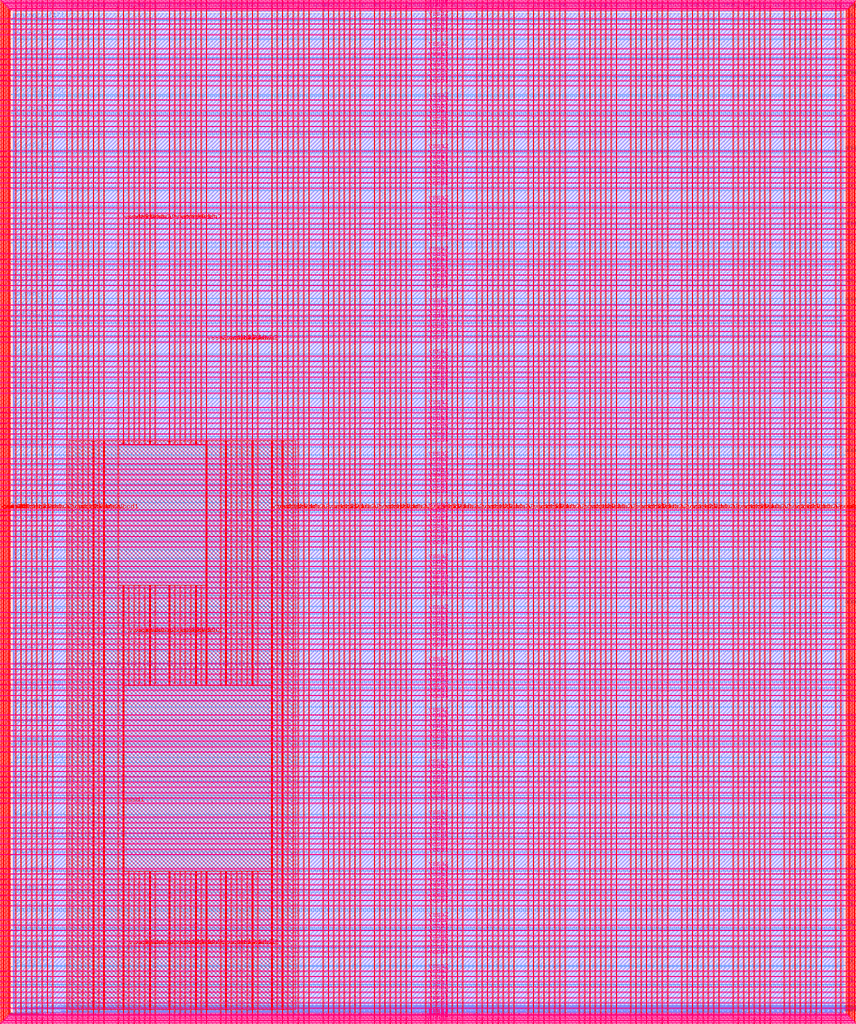
<source format=lef>
VERSION 5.7 ;
  NOWIREEXTENSIONATPIN ON ;
  DIVIDERCHAR "/" ;
  BUSBITCHARS "[]" ;
MACRO user_project_wrapper
  CLASS BLOCK ;
  FOREIGN user_project_wrapper ;
  ORIGIN 0.000 0.000 ;
  SIZE 2920.000 BY 3520.000 ;
  PIN analog_io[0]
    DIRECTION INOUT ;
    USE SIGNAL ;
    PORT
      LAYER met3 ;
        RECT 2917.600 1426.380 2924.800 1427.580 ;
    END
  END analog_io[0]
  PIN analog_io[10]
    DIRECTION INOUT ;
    USE SIGNAL ;
    PORT
      LAYER met2 ;
        RECT 2230.490 3517.600 2231.050 3524.800 ;
    END
  END analog_io[10]
  PIN analog_io[11]
    DIRECTION INOUT ;
    USE SIGNAL ;
    PORT
      LAYER met2 ;
        RECT 1905.730 3517.600 1906.290 3524.800 ;
    END
  END analog_io[11]
  PIN analog_io[12]
    DIRECTION INOUT ;
    USE SIGNAL ;
    PORT
      LAYER met2 ;
        RECT 1581.430 3517.600 1581.990 3524.800 ;
    END
  END analog_io[12]
  PIN analog_io[13]
    DIRECTION INOUT ;
    USE SIGNAL ;
    PORT
      LAYER met2 ;
        RECT 1257.130 3517.600 1257.690 3524.800 ;
    END
  END analog_io[13]
  PIN analog_io[14]
    DIRECTION INOUT ;
    USE SIGNAL ;
    PORT
      LAYER met2 ;
        RECT 932.370 3517.600 932.930 3524.800 ;
    END
  END analog_io[14]
  PIN analog_io[15]
    DIRECTION INOUT ;
    USE SIGNAL ;
    PORT
      LAYER met2 ;
        RECT 608.070 3517.600 608.630 3524.800 ;
    END
  END analog_io[15]
  PIN analog_io[16]
    DIRECTION INOUT ;
    USE SIGNAL ;
    PORT
      LAYER met2 ;
        RECT 283.770 3517.600 284.330 3524.800 ;
    END
  END analog_io[16]
  PIN analog_io[17]
    DIRECTION INOUT ;
    USE SIGNAL ;
    PORT
      LAYER met3 ;
        RECT -4.800 3486.100 2.400 3487.300 ;
    END
  END analog_io[17]
  PIN analog_io[18]
    DIRECTION INOUT ;
    USE SIGNAL ;
    PORT
      LAYER met3 ;
        RECT -4.800 3224.980 2.400 3226.180 ;
    END
  END analog_io[18]
  PIN analog_io[19]
    DIRECTION INOUT ;
    USE SIGNAL ;
    PORT
      LAYER met3 ;
        RECT -4.800 2964.540 2.400 2965.740 ;
    END
  END analog_io[19]
  PIN analog_io[1]
    DIRECTION INOUT ;
    USE SIGNAL ;
    PORT
      LAYER met3 ;
        RECT 2917.600 1692.260 2924.800 1693.460 ;
    END
  END analog_io[1]
  PIN analog_io[20]
    DIRECTION INOUT ;
    USE SIGNAL ;
    PORT
      LAYER met3 ;
        RECT -4.800 2703.420 2.400 2704.620 ;
    END
  END analog_io[20]
  PIN analog_io[21]
    DIRECTION INOUT ;
    USE SIGNAL ;
    PORT
      LAYER met3 ;
        RECT -4.800 2442.980 2.400 2444.180 ;
    END
  END analog_io[21]
  PIN analog_io[22]
    DIRECTION INOUT ;
    USE SIGNAL ;
    PORT
      LAYER met3 ;
        RECT -4.800 2182.540 2.400 2183.740 ;
    END
  END analog_io[22]
  PIN analog_io[23]
    DIRECTION INOUT ;
    USE SIGNAL ;
    PORT
      LAYER met3 ;
        RECT -4.800 1921.420 2.400 1922.620 ;
    END
  END analog_io[23]
  PIN analog_io[24]
    DIRECTION INOUT ;
    USE SIGNAL ;
    PORT
      LAYER met3 ;
        RECT -4.800 1660.980 2.400 1662.180 ;
    END
  END analog_io[24]
  PIN analog_io[25]
    DIRECTION INOUT ;
    USE SIGNAL ;
    PORT
      LAYER met3 ;
        RECT -4.800 1399.860 2.400 1401.060 ;
    END
  END analog_io[25]
  PIN analog_io[26]
    DIRECTION INOUT ;
    USE SIGNAL ;
    PORT
      LAYER met3 ;
        RECT -4.800 1139.420 2.400 1140.620 ;
    END
  END analog_io[26]
  PIN analog_io[27]
    DIRECTION INOUT ;
    USE SIGNAL ;
    PORT
      LAYER met3 ;
        RECT -4.800 878.980 2.400 880.180 ;
    END
  END analog_io[27]
  PIN analog_io[28]
    DIRECTION INOUT ;
    USE SIGNAL ;
    PORT
      LAYER met3 ;
        RECT -4.800 617.860 2.400 619.060 ;
    END
  END analog_io[28]
  PIN analog_io[2]
    DIRECTION INOUT ;
    USE SIGNAL ;
    PORT
      LAYER met3 ;
        RECT 2917.600 1958.140 2924.800 1959.340 ;
    END
  END analog_io[2]
  PIN analog_io[3]
    DIRECTION INOUT ;
    USE SIGNAL ;
    PORT
      LAYER met3 ;
        RECT 2917.600 2223.340 2924.800 2224.540 ;
    END
  END analog_io[3]
  PIN analog_io[4]
    DIRECTION INOUT ;
    USE SIGNAL ;
    PORT
      LAYER met3 ;
        RECT 2917.600 2489.220 2924.800 2490.420 ;
    END
  END analog_io[4]
  PIN analog_io[5]
    DIRECTION INOUT ;
    USE SIGNAL ;
    PORT
      LAYER met3 ;
        RECT 2917.600 2755.100 2924.800 2756.300 ;
    END
  END analog_io[5]
  PIN analog_io[6]
    DIRECTION INOUT ;
    USE SIGNAL ;
    PORT
      LAYER met3 ;
        RECT 2917.600 3020.300 2924.800 3021.500 ;
    END
  END analog_io[6]
  PIN analog_io[7]
    DIRECTION INOUT ;
    USE SIGNAL ;
    PORT
      LAYER met3 ;
        RECT 2917.600 3286.180 2924.800 3287.380 ;
    END
  END analog_io[7]
  PIN analog_io[8]
    DIRECTION INOUT ;
    USE SIGNAL ;
    PORT
      LAYER met2 ;
        RECT 2879.090 3517.600 2879.650 3524.800 ;
    END
  END analog_io[8]
  PIN analog_io[9]
    DIRECTION INOUT ;
    USE SIGNAL ;
    PORT
      LAYER met2 ;
        RECT 2554.790 3517.600 2555.350 3524.800 ;
    END
  END analog_io[9]
  PIN io_in[0]
    DIRECTION INPUT ;
    USE SIGNAL ;
    PORT
      LAYER met3 ;
        RECT 2917.600 32.380 2924.800 33.580 ;
    END
  END io_in[0]
  PIN io_in[10]
    DIRECTION INPUT ;
    USE SIGNAL ;
    PORT
      LAYER met3 ;
        RECT 2917.600 2289.980 2924.800 2291.180 ;
    END
  END io_in[10]
  PIN io_in[11]
    DIRECTION INPUT ;
    USE SIGNAL ;
    PORT
      LAYER met3 ;
        RECT 2917.600 2555.860 2924.800 2557.060 ;
    END
  END io_in[11]
  PIN io_in[12]
    DIRECTION INPUT ;
    USE SIGNAL ;
    PORT
      LAYER met3 ;
        RECT 2917.600 2821.060 2924.800 2822.260 ;
    END
  END io_in[12]
  PIN io_in[13]
    DIRECTION INPUT ;
    USE SIGNAL ;
    PORT
      LAYER met3 ;
        RECT 2917.600 3086.940 2924.800 3088.140 ;
    END
  END io_in[13]
  PIN io_in[14]
    DIRECTION INPUT ;
    USE SIGNAL ;
    PORT
      LAYER met3 ;
        RECT 2917.600 3352.820 2924.800 3354.020 ;
    END
  END io_in[14]
  PIN io_in[15]
    DIRECTION INPUT ;
    USE SIGNAL ;
    PORT
      LAYER met2 ;
        RECT 2798.130 3517.600 2798.690 3524.800 ;
    END
  END io_in[15]
  PIN io_in[16]
    DIRECTION INPUT ;
    USE SIGNAL ;
    PORT
      LAYER met2 ;
        RECT 2473.830 3517.600 2474.390 3524.800 ;
    END
  END io_in[16]
  PIN io_in[17]
    DIRECTION INPUT ;
    USE SIGNAL ;
    PORT
      LAYER met2 ;
        RECT 2149.070 3517.600 2149.630 3524.800 ;
    END
  END io_in[17]
  PIN io_in[18]
    DIRECTION INPUT ;
    USE SIGNAL ;
    PORT
      LAYER met2 ;
        RECT 1824.770 3517.600 1825.330 3524.800 ;
    END
  END io_in[18]
  PIN io_in[19]
    DIRECTION INPUT ;
    USE SIGNAL ;
    PORT
      LAYER met2 ;
        RECT 1500.470 3517.600 1501.030 3524.800 ;
    END
  END io_in[19]
  PIN io_in[1]
    DIRECTION INPUT ;
    USE SIGNAL ;
    PORT
      LAYER met3 ;
        RECT 2917.600 230.940 2924.800 232.140 ;
    END
  END io_in[1]
  PIN io_in[20]
    DIRECTION INPUT ;
    USE SIGNAL ;
    PORT
      LAYER met2 ;
        RECT 1175.710 3517.600 1176.270 3524.800 ;
    END
  END io_in[20]
  PIN io_in[21]
    DIRECTION INPUT ;
    USE SIGNAL ;
    PORT
      LAYER met2 ;
        RECT 851.410 3517.600 851.970 3524.800 ;
    END
  END io_in[21]
  PIN io_in[22]
    DIRECTION INPUT ;
    USE SIGNAL ;
    PORT
      LAYER met2 ;
        RECT 527.110 3517.600 527.670 3524.800 ;
    END
  END io_in[22]
  PIN io_in[23]
    DIRECTION INPUT ;
    USE SIGNAL ;
    PORT
      LAYER met2 ;
        RECT 202.350 3517.600 202.910 3524.800 ;
    END
  END io_in[23]
  PIN io_in[24]
    DIRECTION INPUT ;
    USE SIGNAL ;
    PORT
      LAYER met3 ;
        RECT -4.800 3420.820 2.400 3422.020 ;
    END
  END io_in[24]
  PIN io_in[25]
    DIRECTION INPUT ;
    USE SIGNAL ;
    PORT
      LAYER met3 ;
        RECT -4.800 3159.700 2.400 3160.900 ;
    END
  END io_in[25]
  PIN io_in[26]
    DIRECTION INPUT ;
    USE SIGNAL ;
    PORT
      LAYER met3 ;
        RECT -4.800 2899.260 2.400 2900.460 ;
    END
  END io_in[26]
  PIN io_in[27]
    DIRECTION INPUT ;
    USE SIGNAL ;
    PORT
      LAYER met3 ;
        RECT -4.800 2638.820 2.400 2640.020 ;
    END
  END io_in[27]
  PIN io_in[28]
    DIRECTION INPUT ;
    USE SIGNAL ;
    PORT
      LAYER met3 ;
        RECT -4.800 2377.700 2.400 2378.900 ;
    END
  END io_in[28]
  PIN io_in[29]
    DIRECTION INPUT ;
    USE SIGNAL ;
    PORT
      LAYER met3 ;
        RECT -4.800 2117.260 2.400 2118.460 ;
    END
  END io_in[29]
  PIN io_in[2]
    DIRECTION INPUT ;
    USE SIGNAL ;
    PORT
      LAYER met3 ;
        RECT 2917.600 430.180 2924.800 431.380 ;
    END
  END io_in[2]
  PIN io_in[30]
    DIRECTION INPUT ;
    USE SIGNAL ;
    PORT
      LAYER met3 ;
        RECT -4.800 1856.140 2.400 1857.340 ;
    END
  END io_in[30]
  PIN io_in[31]
    DIRECTION INPUT ;
    USE SIGNAL ;
    PORT
      LAYER met3 ;
        RECT -4.800 1595.700 2.400 1596.900 ;
    END
  END io_in[31]
  PIN io_in[32]
    DIRECTION INPUT ;
    USE SIGNAL ;
    PORT
      LAYER met3 ;
        RECT -4.800 1335.260 2.400 1336.460 ;
    END
  END io_in[32]
  PIN io_in[33]
    DIRECTION INPUT ;
    USE SIGNAL ;
    PORT
      LAYER met3 ;
        RECT -4.800 1074.140 2.400 1075.340 ;
    END
  END io_in[33]
  PIN io_in[34]
    DIRECTION INPUT ;
    USE SIGNAL ;
    PORT
      LAYER met3 ;
        RECT -4.800 813.700 2.400 814.900 ;
    END
  END io_in[34]
  PIN io_in[35]
    DIRECTION INPUT ;
    USE SIGNAL ;
    PORT
      LAYER met3 ;
        RECT -4.800 552.580 2.400 553.780 ;
    END
  END io_in[35]
  PIN io_in[36]
    DIRECTION INPUT ;
    USE SIGNAL ;
    PORT
      LAYER met3 ;
        RECT -4.800 357.420 2.400 358.620 ;
    END
  END io_in[36]
  PIN io_in[37]
    DIRECTION INPUT ;
    USE SIGNAL ;
    PORT
      LAYER met3 ;
        RECT -4.800 161.580 2.400 162.780 ;
    END
  END io_in[37]
  PIN io_in[3]
    DIRECTION INPUT ;
    USE SIGNAL ;
    PORT
      LAYER met3 ;
        RECT 2917.600 629.420 2924.800 630.620 ;
    END
  END io_in[3]
  PIN io_in[4]
    DIRECTION INPUT ;
    USE SIGNAL ;
    PORT
      LAYER met3 ;
        RECT 2917.600 828.660 2924.800 829.860 ;
    END
  END io_in[4]
  PIN io_in[5]
    DIRECTION INPUT ;
    USE SIGNAL ;
    PORT
      LAYER met3 ;
        RECT 2917.600 1027.900 2924.800 1029.100 ;
    END
  END io_in[5]
  PIN io_in[6]
    DIRECTION INPUT ;
    USE SIGNAL ;
    PORT
      LAYER met3 ;
        RECT 2917.600 1227.140 2924.800 1228.340 ;
    END
  END io_in[6]
  PIN io_in[7]
    DIRECTION INPUT ;
    USE SIGNAL ;
    PORT
      LAYER met3 ;
        RECT 2917.600 1493.020 2924.800 1494.220 ;
    END
  END io_in[7]
  PIN io_in[8]
    DIRECTION INPUT ;
    USE SIGNAL ;
    PORT
      LAYER met3 ;
        RECT 2917.600 1758.900 2924.800 1760.100 ;
    END
  END io_in[8]
  PIN io_in[9]
    DIRECTION INPUT ;
    USE SIGNAL ;
    PORT
      LAYER met3 ;
        RECT 2917.600 2024.100 2924.800 2025.300 ;
    END
  END io_in[9]
  PIN io_oeb[0]
    DIRECTION OUTPUT TRISTATE ;
    USE SIGNAL ;
    PORT
      LAYER met3 ;
        RECT 2917.600 164.980 2924.800 166.180 ;
    END
  END io_oeb[0]
  PIN io_oeb[10]
    DIRECTION OUTPUT TRISTATE ;
    USE SIGNAL ;
    PORT
      LAYER met3 ;
        RECT 2917.600 2422.580 2924.800 2423.780 ;
    END
  END io_oeb[10]
  PIN io_oeb[11]
    DIRECTION OUTPUT TRISTATE ;
    USE SIGNAL ;
    PORT
      LAYER met3 ;
        RECT 2917.600 2688.460 2924.800 2689.660 ;
    END
  END io_oeb[11]
  PIN io_oeb[12]
    DIRECTION OUTPUT TRISTATE ;
    USE SIGNAL ;
    PORT
      LAYER met3 ;
        RECT 2917.600 2954.340 2924.800 2955.540 ;
    END
  END io_oeb[12]
  PIN io_oeb[13]
    DIRECTION OUTPUT TRISTATE ;
    USE SIGNAL ;
    PORT
      LAYER met3 ;
        RECT 2917.600 3219.540 2924.800 3220.740 ;
    END
  END io_oeb[13]
  PIN io_oeb[14]
    DIRECTION OUTPUT TRISTATE ;
    USE SIGNAL ;
    PORT
      LAYER met3 ;
        RECT 2917.600 3485.420 2924.800 3486.620 ;
    END
  END io_oeb[14]
  PIN io_oeb[15]
    DIRECTION OUTPUT TRISTATE ;
    USE SIGNAL ;
    PORT
      LAYER met2 ;
        RECT 2635.750 3517.600 2636.310 3524.800 ;
    END
  END io_oeb[15]
  PIN io_oeb[16]
    DIRECTION OUTPUT TRISTATE ;
    USE SIGNAL ;
    PORT
      LAYER met2 ;
        RECT 2311.450 3517.600 2312.010 3524.800 ;
    END
  END io_oeb[16]
  PIN io_oeb[17]
    DIRECTION OUTPUT TRISTATE ;
    USE SIGNAL ;
    PORT
      LAYER met2 ;
        RECT 1987.150 3517.600 1987.710 3524.800 ;
    END
  END io_oeb[17]
  PIN io_oeb[18]
    DIRECTION OUTPUT TRISTATE ;
    USE SIGNAL ;
    PORT
      LAYER met2 ;
        RECT 1662.390 3517.600 1662.950 3524.800 ;
    END
  END io_oeb[18]
  PIN io_oeb[19]
    DIRECTION OUTPUT TRISTATE ;
    USE SIGNAL ;
    PORT
      LAYER met2 ;
        RECT 1338.090 3517.600 1338.650 3524.800 ;
    END
  END io_oeb[19]
  PIN io_oeb[1]
    DIRECTION OUTPUT TRISTATE ;
    USE SIGNAL ;
    PORT
      LAYER met3 ;
        RECT 2917.600 364.220 2924.800 365.420 ;
    END
  END io_oeb[1]
  PIN io_oeb[20]
    DIRECTION OUTPUT TRISTATE ;
    USE SIGNAL ;
    PORT
      LAYER met2 ;
        RECT 1013.790 3517.600 1014.350 3524.800 ;
    END
  END io_oeb[20]
  PIN io_oeb[21]
    DIRECTION OUTPUT TRISTATE ;
    USE SIGNAL ;
    PORT
      LAYER met2 ;
        RECT 689.030 3517.600 689.590 3524.800 ;
    END
  END io_oeb[21]
  PIN io_oeb[22]
    DIRECTION OUTPUT TRISTATE ;
    USE SIGNAL ;
    PORT
      LAYER met2 ;
        RECT 364.730 3517.600 365.290 3524.800 ;
    END
  END io_oeb[22]
  PIN io_oeb[23]
    DIRECTION OUTPUT TRISTATE ;
    USE SIGNAL ;
    PORT
      LAYER met2 ;
        RECT 40.430 3517.600 40.990 3524.800 ;
    END
  END io_oeb[23]
  PIN io_oeb[24]
    DIRECTION OUTPUT TRISTATE ;
    USE SIGNAL ;
    PORT
      LAYER met3 ;
        RECT -4.800 3290.260 2.400 3291.460 ;
    END
  END io_oeb[24]
  PIN io_oeb[25]
    DIRECTION OUTPUT TRISTATE ;
    USE SIGNAL ;
    PORT
      LAYER met3 ;
        RECT -4.800 3029.820 2.400 3031.020 ;
    END
  END io_oeb[25]
  PIN io_oeb[26]
    DIRECTION OUTPUT TRISTATE ;
    USE SIGNAL ;
    PORT
      LAYER met3 ;
        RECT -4.800 2768.700 2.400 2769.900 ;
    END
  END io_oeb[26]
  PIN io_oeb[27]
    DIRECTION OUTPUT TRISTATE ;
    USE SIGNAL ;
    PORT
      LAYER met3 ;
        RECT -4.800 2508.260 2.400 2509.460 ;
    END
  END io_oeb[27]
  PIN io_oeb[28]
    DIRECTION OUTPUT TRISTATE ;
    USE SIGNAL ;
    PORT
      LAYER met3 ;
        RECT -4.800 2247.140 2.400 2248.340 ;
    END
  END io_oeb[28]
  PIN io_oeb[29]
    DIRECTION OUTPUT TRISTATE ;
    USE SIGNAL ;
    PORT
      LAYER met3 ;
        RECT -4.800 1986.700 2.400 1987.900 ;
    END
  END io_oeb[29]
  PIN io_oeb[2]
    DIRECTION OUTPUT TRISTATE ;
    USE SIGNAL ;
    PORT
      LAYER met3 ;
        RECT 2917.600 563.460 2924.800 564.660 ;
    END
  END io_oeb[2]
  PIN io_oeb[30]
    DIRECTION OUTPUT TRISTATE ;
    USE SIGNAL ;
    PORT
      LAYER met3 ;
        RECT -4.800 1726.260 2.400 1727.460 ;
    END
  END io_oeb[30]
  PIN io_oeb[31]
    DIRECTION OUTPUT TRISTATE ;
    USE SIGNAL ;
    PORT
      LAYER met3 ;
        RECT -4.800 1465.140 2.400 1466.340 ;
    END
  END io_oeb[31]
  PIN io_oeb[32]
    DIRECTION OUTPUT TRISTATE ;
    USE SIGNAL ;
    PORT
      LAYER met3 ;
        RECT -4.800 1204.700 2.400 1205.900 ;
    END
  END io_oeb[32]
  PIN io_oeb[33]
    DIRECTION OUTPUT TRISTATE ;
    USE SIGNAL ;
    PORT
      LAYER met3 ;
        RECT -4.800 943.580 2.400 944.780 ;
    END
  END io_oeb[33]
  PIN io_oeb[34]
    DIRECTION OUTPUT TRISTATE ;
    USE SIGNAL ;
    PORT
      LAYER met3 ;
        RECT -4.800 683.140 2.400 684.340 ;
    END
  END io_oeb[34]
  PIN io_oeb[35]
    DIRECTION OUTPUT TRISTATE ;
    USE SIGNAL ;
    PORT
      LAYER met3 ;
        RECT -4.800 422.700 2.400 423.900 ;
    END
  END io_oeb[35]
  PIN io_oeb[36]
    DIRECTION OUTPUT TRISTATE ;
    USE SIGNAL ;
    PORT
      LAYER met3 ;
        RECT -4.800 226.860 2.400 228.060 ;
    END
  END io_oeb[36]
  PIN io_oeb[37]
    DIRECTION OUTPUT TRISTATE ;
    USE SIGNAL ;
    PORT
      LAYER met3 ;
        RECT -4.800 31.700 2.400 32.900 ;
    END
  END io_oeb[37]
  PIN io_oeb[3]
    DIRECTION OUTPUT TRISTATE ;
    USE SIGNAL ;
    PORT
      LAYER met3 ;
        RECT 2917.600 762.700 2924.800 763.900 ;
    END
  END io_oeb[3]
  PIN io_oeb[4]
    DIRECTION OUTPUT TRISTATE ;
    USE SIGNAL ;
    PORT
      LAYER met3 ;
        RECT 2917.600 961.940 2924.800 963.140 ;
    END
  END io_oeb[4]
  PIN io_oeb[5]
    DIRECTION OUTPUT TRISTATE ;
    USE SIGNAL ;
    PORT
      LAYER met3 ;
        RECT 2917.600 1161.180 2924.800 1162.380 ;
    END
  END io_oeb[5]
  PIN io_oeb[6]
    DIRECTION OUTPUT TRISTATE ;
    USE SIGNAL ;
    PORT
      LAYER met3 ;
        RECT 2917.600 1360.420 2924.800 1361.620 ;
    END
  END io_oeb[6]
  PIN io_oeb[7]
    DIRECTION OUTPUT TRISTATE ;
    USE SIGNAL ;
    PORT
      LAYER met3 ;
        RECT 2917.600 1625.620 2924.800 1626.820 ;
    END
  END io_oeb[7]
  PIN io_oeb[8]
    DIRECTION OUTPUT TRISTATE ;
    USE SIGNAL ;
    PORT
      LAYER met3 ;
        RECT 2917.600 1891.500 2924.800 1892.700 ;
    END
  END io_oeb[8]
  PIN io_oeb[9]
    DIRECTION OUTPUT TRISTATE ;
    USE SIGNAL ;
    PORT
      LAYER met3 ;
        RECT 2917.600 2157.380 2924.800 2158.580 ;
    END
  END io_oeb[9]
  PIN io_out[0]
    DIRECTION OUTPUT TRISTATE ;
    USE SIGNAL ;
    PORT
      LAYER met3 ;
        RECT 2917.600 98.340 2924.800 99.540 ;
    END
  END io_out[0]
  PIN io_out[10]
    DIRECTION OUTPUT TRISTATE ;
    USE SIGNAL ;
    PORT
      LAYER met3 ;
        RECT 2917.600 2356.620 2924.800 2357.820 ;
    END
  END io_out[10]
  PIN io_out[11]
    DIRECTION OUTPUT TRISTATE ;
    USE SIGNAL ;
    PORT
      LAYER met3 ;
        RECT 2917.600 2621.820 2924.800 2623.020 ;
    END
  END io_out[11]
  PIN io_out[12]
    DIRECTION OUTPUT TRISTATE ;
    USE SIGNAL ;
    PORT
      LAYER met3 ;
        RECT 2917.600 2887.700 2924.800 2888.900 ;
    END
  END io_out[12]
  PIN io_out[13]
    DIRECTION OUTPUT TRISTATE ;
    USE SIGNAL ;
    PORT
      LAYER met3 ;
        RECT 2917.600 3153.580 2924.800 3154.780 ;
    END
  END io_out[13]
  PIN io_out[14]
    DIRECTION OUTPUT TRISTATE ;
    USE SIGNAL ;
    PORT
      LAYER met3 ;
        RECT 2917.600 3418.780 2924.800 3419.980 ;
    END
  END io_out[14]
  PIN io_out[15]
    DIRECTION OUTPUT TRISTATE ;
    USE SIGNAL ;
    PORT
      LAYER met2 ;
        RECT 2717.170 3517.600 2717.730 3524.800 ;
    END
  END io_out[15]
  PIN io_out[16]
    DIRECTION OUTPUT TRISTATE ;
    USE SIGNAL ;
    PORT
      LAYER met2 ;
        RECT 2392.410 3517.600 2392.970 3524.800 ;
    END
  END io_out[16]
  PIN io_out[17]
    DIRECTION OUTPUT TRISTATE ;
    USE SIGNAL ;
    PORT
      LAYER met2 ;
        RECT 2068.110 3517.600 2068.670 3524.800 ;
    END
  END io_out[17]
  PIN io_out[18]
    DIRECTION OUTPUT TRISTATE ;
    USE SIGNAL ;
    PORT
      LAYER met2 ;
        RECT 1743.810 3517.600 1744.370 3524.800 ;
    END
  END io_out[18]
  PIN io_out[19]
    DIRECTION OUTPUT TRISTATE ;
    USE SIGNAL ;
    PORT
      LAYER met2 ;
        RECT 1419.050 3517.600 1419.610 3524.800 ;
    END
  END io_out[19]
  PIN io_out[1]
    DIRECTION OUTPUT TRISTATE ;
    USE SIGNAL ;
    PORT
      LAYER met3 ;
        RECT 2917.600 297.580 2924.800 298.780 ;
    END
  END io_out[1]
  PIN io_out[20]
    DIRECTION OUTPUT TRISTATE ;
    USE SIGNAL ;
    PORT
      LAYER met2 ;
        RECT 1094.750 3517.600 1095.310 3524.800 ;
    END
  END io_out[20]
  PIN io_out[21]
    DIRECTION OUTPUT TRISTATE ;
    USE SIGNAL ;
    PORT
      LAYER met2 ;
        RECT 770.450 3517.600 771.010 3524.800 ;
    END
  END io_out[21]
  PIN io_out[22]
    DIRECTION OUTPUT TRISTATE ;
    USE SIGNAL ;
    PORT
      LAYER met2 ;
        RECT 445.690 3517.600 446.250 3524.800 ;
    END
  END io_out[22]
  PIN io_out[23]
    DIRECTION OUTPUT TRISTATE ;
    USE SIGNAL ;
    PORT
      LAYER met2 ;
        RECT 121.390 3517.600 121.950 3524.800 ;
    END
  END io_out[23]
  PIN io_out[24]
    DIRECTION OUTPUT TRISTATE ;
    USE SIGNAL ;
    PORT
      LAYER met3 ;
        RECT -4.800 3355.540 2.400 3356.740 ;
    END
  END io_out[24]
  PIN io_out[25]
    DIRECTION OUTPUT TRISTATE ;
    USE SIGNAL ;
    PORT
      LAYER met3 ;
        RECT -4.800 3095.100 2.400 3096.300 ;
    END
  END io_out[25]
  PIN io_out[26]
    DIRECTION OUTPUT TRISTATE ;
    USE SIGNAL ;
    PORT
      LAYER met3 ;
        RECT -4.800 2833.980 2.400 2835.180 ;
    END
  END io_out[26]
  PIN io_out[27]
    DIRECTION OUTPUT TRISTATE ;
    USE SIGNAL ;
    PORT
      LAYER met3 ;
        RECT -4.800 2573.540 2.400 2574.740 ;
    END
  END io_out[27]
  PIN io_out[28]
    DIRECTION OUTPUT TRISTATE ;
    USE SIGNAL ;
    PORT
      LAYER met3 ;
        RECT -4.800 2312.420 2.400 2313.620 ;
    END
  END io_out[28]
  PIN io_out[29]
    DIRECTION OUTPUT TRISTATE ;
    USE SIGNAL ;
    PORT
      LAYER met3 ;
        RECT -4.800 2051.980 2.400 2053.180 ;
    END
  END io_out[29]
  PIN io_out[2]
    DIRECTION OUTPUT TRISTATE ;
    USE SIGNAL ;
    PORT
      LAYER met3 ;
        RECT 2917.600 496.820 2924.800 498.020 ;
    END
  END io_out[2]
  PIN io_out[30]
    DIRECTION OUTPUT TRISTATE ;
    USE SIGNAL ;
    PORT
      LAYER met3 ;
        RECT -4.800 1791.540 2.400 1792.740 ;
    END
  END io_out[30]
  PIN io_out[31]
    DIRECTION OUTPUT TRISTATE ;
    USE SIGNAL ;
    PORT
      LAYER met3 ;
        RECT -4.800 1530.420 2.400 1531.620 ;
    END
  END io_out[31]
  PIN io_out[32]
    DIRECTION OUTPUT TRISTATE ;
    USE SIGNAL ;
    PORT
      LAYER met3 ;
        RECT -4.800 1269.980 2.400 1271.180 ;
    END
  END io_out[32]
  PIN io_out[33]
    DIRECTION OUTPUT TRISTATE ;
    USE SIGNAL ;
    PORT
      LAYER met3 ;
        RECT -4.800 1008.860 2.400 1010.060 ;
    END
  END io_out[33]
  PIN io_out[34]
    DIRECTION OUTPUT TRISTATE ;
    USE SIGNAL ;
    PORT
      LAYER met3 ;
        RECT -4.800 748.420 2.400 749.620 ;
    END
  END io_out[34]
  PIN io_out[35]
    DIRECTION OUTPUT TRISTATE ;
    USE SIGNAL ;
    PORT
      LAYER met3 ;
        RECT -4.800 487.300 2.400 488.500 ;
    END
  END io_out[35]
  PIN io_out[36]
    DIRECTION OUTPUT TRISTATE ;
    USE SIGNAL ;
    PORT
      LAYER met3 ;
        RECT -4.800 292.140 2.400 293.340 ;
    END
  END io_out[36]
  PIN io_out[37]
    DIRECTION OUTPUT TRISTATE ;
    USE SIGNAL ;
    PORT
      LAYER met3 ;
        RECT -4.800 96.300 2.400 97.500 ;
    END
  END io_out[37]
  PIN io_out[3]
    DIRECTION OUTPUT TRISTATE ;
    USE SIGNAL ;
    PORT
      LAYER met3 ;
        RECT 2917.600 696.060 2924.800 697.260 ;
    END
  END io_out[3]
  PIN io_out[4]
    DIRECTION OUTPUT TRISTATE ;
    USE SIGNAL ;
    PORT
      LAYER met3 ;
        RECT 2917.600 895.300 2924.800 896.500 ;
    END
  END io_out[4]
  PIN io_out[5]
    DIRECTION OUTPUT TRISTATE ;
    USE SIGNAL ;
    PORT
      LAYER met3 ;
        RECT 2917.600 1094.540 2924.800 1095.740 ;
    END
  END io_out[5]
  PIN io_out[6]
    DIRECTION OUTPUT TRISTATE ;
    USE SIGNAL ;
    PORT
      LAYER met3 ;
        RECT 2917.600 1293.780 2924.800 1294.980 ;
    END
  END io_out[6]
  PIN io_out[7]
    DIRECTION OUTPUT TRISTATE ;
    USE SIGNAL ;
    PORT
      LAYER met3 ;
        RECT 2917.600 1559.660 2924.800 1560.860 ;
    END
  END io_out[7]
  PIN io_out[8]
    DIRECTION OUTPUT TRISTATE ;
    USE SIGNAL ;
    PORT
      LAYER met3 ;
        RECT 2917.600 1824.860 2924.800 1826.060 ;
    END
  END io_out[8]
  PIN io_out[9]
    DIRECTION OUTPUT TRISTATE ;
    USE SIGNAL ;
    PORT
      LAYER met3 ;
        RECT 2917.600 2090.740 2924.800 2091.940 ;
    END
  END io_out[9]
  PIN la_data_in[0]
    DIRECTION INPUT ;
    USE SIGNAL ;
    ANTENNAGATEAREA 0.126000 ;
    PORT
      LAYER met2 ;
        RECT 629.230 -4.800 629.790 2.400 ;
    END
  END la_data_in[0]
  PIN la_data_in[100]
    DIRECTION INPUT ;
    USE SIGNAL ;
    PORT
      LAYER met2 ;
        RECT 2402.530 -4.800 2403.090 2.400 ;
    END
  END la_data_in[100]
  PIN la_data_in[101]
    DIRECTION INPUT ;
    USE SIGNAL ;
    PORT
      LAYER met2 ;
        RECT 2420.010 -4.800 2420.570 2.400 ;
    END
  END la_data_in[101]
  PIN la_data_in[102]
    DIRECTION INPUT ;
    USE SIGNAL ;
    PORT
      LAYER met2 ;
        RECT 2437.950 -4.800 2438.510 2.400 ;
    END
  END la_data_in[102]
  PIN la_data_in[103]
    DIRECTION INPUT ;
    USE SIGNAL ;
    PORT
      LAYER met2 ;
        RECT 2455.430 -4.800 2455.990 2.400 ;
    END
  END la_data_in[103]
  PIN la_data_in[104]
    DIRECTION INPUT ;
    USE SIGNAL ;
    PORT
      LAYER met2 ;
        RECT 2473.370 -4.800 2473.930 2.400 ;
    END
  END la_data_in[104]
  PIN la_data_in[105]
    DIRECTION INPUT ;
    USE SIGNAL ;
    PORT
      LAYER met2 ;
        RECT 2490.850 -4.800 2491.410 2.400 ;
    END
  END la_data_in[105]
  PIN la_data_in[106]
    DIRECTION INPUT ;
    USE SIGNAL ;
    PORT
      LAYER met2 ;
        RECT 2508.790 -4.800 2509.350 2.400 ;
    END
  END la_data_in[106]
  PIN la_data_in[107]
    DIRECTION INPUT ;
    USE SIGNAL ;
    PORT
      LAYER met2 ;
        RECT 2526.730 -4.800 2527.290 2.400 ;
    END
  END la_data_in[107]
  PIN la_data_in[108]
    DIRECTION INPUT ;
    USE SIGNAL ;
    PORT
      LAYER met2 ;
        RECT 2544.210 -4.800 2544.770 2.400 ;
    END
  END la_data_in[108]
  PIN la_data_in[109]
    DIRECTION INPUT ;
    USE SIGNAL ;
    PORT
      LAYER met2 ;
        RECT 2562.150 -4.800 2562.710 2.400 ;
    END
  END la_data_in[109]
  PIN la_data_in[10]
    DIRECTION INPUT ;
    USE SIGNAL ;
    PORT
      LAYER met2 ;
        RECT 806.330 -4.800 806.890 2.400 ;
    END
  END la_data_in[10]
  PIN la_data_in[110]
    DIRECTION INPUT ;
    USE SIGNAL ;
    PORT
      LAYER met2 ;
        RECT 2579.630 -4.800 2580.190 2.400 ;
    END
  END la_data_in[110]
  PIN la_data_in[111]
    DIRECTION INPUT ;
    USE SIGNAL ;
    PORT
      LAYER met2 ;
        RECT 2597.570 -4.800 2598.130 2.400 ;
    END
  END la_data_in[111]
  PIN la_data_in[112]
    DIRECTION INPUT ;
    USE SIGNAL ;
    PORT
      LAYER met2 ;
        RECT 2615.050 -4.800 2615.610 2.400 ;
    END
  END la_data_in[112]
  PIN la_data_in[113]
    DIRECTION INPUT ;
    USE SIGNAL ;
    PORT
      LAYER met2 ;
        RECT 2632.990 -4.800 2633.550 2.400 ;
    END
  END la_data_in[113]
  PIN la_data_in[114]
    DIRECTION INPUT ;
    USE SIGNAL ;
    PORT
      LAYER met2 ;
        RECT 2650.470 -4.800 2651.030 2.400 ;
    END
  END la_data_in[114]
  PIN la_data_in[115]
    DIRECTION INPUT ;
    USE SIGNAL ;
    PORT
      LAYER met2 ;
        RECT 2668.410 -4.800 2668.970 2.400 ;
    END
  END la_data_in[115]
  PIN la_data_in[116]
    DIRECTION INPUT ;
    USE SIGNAL ;
    PORT
      LAYER met2 ;
        RECT 2685.890 -4.800 2686.450 2.400 ;
    END
  END la_data_in[116]
  PIN la_data_in[117]
    DIRECTION INPUT ;
    USE SIGNAL ;
    PORT
      LAYER met2 ;
        RECT 2703.830 -4.800 2704.390 2.400 ;
    END
  END la_data_in[117]
  PIN la_data_in[118]
    DIRECTION INPUT ;
    USE SIGNAL ;
    PORT
      LAYER met2 ;
        RECT 2721.770 -4.800 2722.330 2.400 ;
    END
  END la_data_in[118]
  PIN la_data_in[119]
    DIRECTION INPUT ;
    USE SIGNAL ;
    PORT
      LAYER met2 ;
        RECT 2739.250 -4.800 2739.810 2.400 ;
    END
  END la_data_in[119]
  PIN la_data_in[11]
    DIRECTION INPUT ;
    USE SIGNAL ;
    PORT
      LAYER met2 ;
        RECT 824.270 -4.800 824.830 2.400 ;
    END
  END la_data_in[11]
  PIN la_data_in[120]
    DIRECTION INPUT ;
    USE SIGNAL ;
    PORT
      LAYER met2 ;
        RECT 2757.190 -4.800 2757.750 2.400 ;
    END
  END la_data_in[120]
  PIN la_data_in[121]
    DIRECTION INPUT ;
    USE SIGNAL ;
    PORT
      LAYER met2 ;
        RECT 2774.670 -4.800 2775.230 2.400 ;
    END
  END la_data_in[121]
  PIN la_data_in[122]
    DIRECTION INPUT ;
    USE SIGNAL ;
    PORT
      LAYER met2 ;
        RECT 2792.610 -4.800 2793.170 2.400 ;
    END
  END la_data_in[122]
  PIN la_data_in[123]
    DIRECTION INPUT ;
    USE SIGNAL ;
    PORT
      LAYER met2 ;
        RECT 2810.090 -4.800 2810.650 2.400 ;
    END
  END la_data_in[123]
  PIN la_data_in[124]
    DIRECTION INPUT ;
    USE SIGNAL ;
    PORT
      LAYER met2 ;
        RECT 2828.030 -4.800 2828.590 2.400 ;
    END
  END la_data_in[124]
  PIN la_data_in[125]
    DIRECTION INPUT ;
    USE SIGNAL ;
    PORT
      LAYER met2 ;
        RECT 2845.510 -4.800 2846.070 2.400 ;
    END
  END la_data_in[125]
  PIN la_data_in[126]
    DIRECTION INPUT ;
    USE SIGNAL ;
    PORT
      LAYER met2 ;
        RECT 2863.450 -4.800 2864.010 2.400 ;
    END
  END la_data_in[126]
  PIN la_data_in[127]
    DIRECTION INPUT ;
    USE SIGNAL ;
    PORT
      LAYER met2 ;
        RECT 2881.390 -4.800 2881.950 2.400 ;
    END
  END la_data_in[127]
  PIN la_data_in[12]
    DIRECTION INPUT ;
    USE SIGNAL ;
    PORT
      LAYER met2 ;
        RECT 841.750 -4.800 842.310 2.400 ;
    END
  END la_data_in[12]
  PIN la_data_in[13]
    DIRECTION INPUT ;
    USE SIGNAL ;
    PORT
      LAYER met2 ;
        RECT 859.690 -4.800 860.250 2.400 ;
    END
  END la_data_in[13]
  PIN la_data_in[14]
    DIRECTION INPUT ;
    USE SIGNAL ;
    PORT
      LAYER met2 ;
        RECT 877.170 -4.800 877.730 2.400 ;
    END
  END la_data_in[14]
  PIN la_data_in[15]
    DIRECTION INPUT ;
    USE SIGNAL ;
    PORT
      LAYER met2 ;
        RECT 895.110 -4.800 895.670 2.400 ;
    END
  END la_data_in[15]
  PIN la_data_in[16]
    DIRECTION INPUT ;
    USE SIGNAL ;
    PORT
      LAYER met2 ;
        RECT 912.590 -4.800 913.150 2.400 ;
    END
  END la_data_in[16]
  PIN la_data_in[17]
    DIRECTION INPUT ;
    USE SIGNAL ;
    PORT
      LAYER met2 ;
        RECT 930.530 -4.800 931.090 2.400 ;
    END
  END la_data_in[17]
  PIN la_data_in[18]
    DIRECTION INPUT ;
    USE SIGNAL ;
    PORT
      LAYER met2 ;
        RECT 948.470 -4.800 949.030 2.400 ;
    END
  END la_data_in[18]
  PIN la_data_in[19]
    DIRECTION INPUT ;
    USE SIGNAL ;
    PORT
      LAYER met2 ;
        RECT 965.950 -4.800 966.510 2.400 ;
    END
  END la_data_in[19]
  PIN la_data_in[1]
    DIRECTION INPUT ;
    USE SIGNAL ;
    ANTENNAGATEAREA 0.126000 ;
    PORT
      LAYER met2 ;
        RECT 646.710 -4.800 647.270 2.400 ;
    END
  END la_data_in[1]
  PIN la_data_in[20]
    DIRECTION INPUT ;
    USE SIGNAL ;
    PORT
      LAYER met2 ;
        RECT 983.890 -4.800 984.450 2.400 ;
    END
  END la_data_in[20]
  PIN la_data_in[21]
    DIRECTION INPUT ;
    USE SIGNAL ;
    PORT
      LAYER met2 ;
        RECT 1001.370 -4.800 1001.930 2.400 ;
    END
  END la_data_in[21]
  PIN la_data_in[22]
    DIRECTION INPUT ;
    USE SIGNAL ;
    PORT
      LAYER met2 ;
        RECT 1019.310 -4.800 1019.870 2.400 ;
    END
  END la_data_in[22]
  PIN la_data_in[23]
    DIRECTION INPUT ;
    USE SIGNAL ;
    PORT
      LAYER met2 ;
        RECT 1036.790 -4.800 1037.350 2.400 ;
    END
  END la_data_in[23]
  PIN la_data_in[24]
    DIRECTION INPUT ;
    USE SIGNAL ;
    PORT
      LAYER met2 ;
        RECT 1054.730 -4.800 1055.290 2.400 ;
    END
  END la_data_in[24]
  PIN la_data_in[25]
    DIRECTION INPUT ;
    USE SIGNAL ;
    PORT
      LAYER met2 ;
        RECT 1072.210 -4.800 1072.770 2.400 ;
    END
  END la_data_in[25]
  PIN la_data_in[26]
    DIRECTION INPUT ;
    USE SIGNAL ;
    PORT
      LAYER met2 ;
        RECT 1090.150 -4.800 1090.710 2.400 ;
    END
  END la_data_in[26]
  PIN la_data_in[27]
    DIRECTION INPUT ;
    USE SIGNAL ;
    PORT
      LAYER met2 ;
        RECT 1107.630 -4.800 1108.190 2.400 ;
    END
  END la_data_in[27]
  PIN la_data_in[28]
    DIRECTION INPUT ;
    USE SIGNAL ;
    PORT
      LAYER met2 ;
        RECT 1125.570 -4.800 1126.130 2.400 ;
    END
  END la_data_in[28]
  PIN la_data_in[29]
    DIRECTION INPUT ;
    USE SIGNAL ;
    PORT
      LAYER met2 ;
        RECT 1143.510 -4.800 1144.070 2.400 ;
    END
  END la_data_in[29]
  PIN la_data_in[2]
    DIRECTION INPUT ;
    USE SIGNAL ;
    ANTENNAGATEAREA 0.126000 ;
    PORT
      LAYER met2 ;
        RECT 664.650 -4.800 665.210 2.400 ;
    END
  END la_data_in[2]
  PIN la_data_in[30]
    DIRECTION INPUT ;
    USE SIGNAL ;
    PORT
      LAYER met2 ;
        RECT 1160.990 -4.800 1161.550 2.400 ;
    END
  END la_data_in[30]
  PIN la_data_in[31]
    DIRECTION INPUT ;
    USE SIGNAL ;
    PORT
      LAYER met2 ;
        RECT 1178.930 -4.800 1179.490 2.400 ;
    END
  END la_data_in[31]
  PIN la_data_in[32]
    DIRECTION INPUT ;
    USE SIGNAL ;
    PORT
      LAYER met2 ;
        RECT 1196.410 -4.800 1196.970 2.400 ;
    END
  END la_data_in[32]
  PIN la_data_in[33]
    DIRECTION INPUT ;
    USE SIGNAL ;
    PORT
      LAYER met2 ;
        RECT 1214.350 -4.800 1214.910 2.400 ;
    END
  END la_data_in[33]
  PIN la_data_in[34]
    DIRECTION INPUT ;
    USE SIGNAL ;
    PORT
      LAYER met2 ;
        RECT 1231.830 -4.800 1232.390 2.400 ;
    END
  END la_data_in[34]
  PIN la_data_in[35]
    DIRECTION INPUT ;
    USE SIGNAL ;
    PORT
      LAYER met2 ;
        RECT 1249.770 -4.800 1250.330 2.400 ;
    END
  END la_data_in[35]
  PIN la_data_in[36]
    DIRECTION INPUT ;
    USE SIGNAL ;
    PORT
      LAYER met2 ;
        RECT 1267.250 -4.800 1267.810 2.400 ;
    END
  END la_data_in[36]
  PIN la_data_in[37]
    DIRECTION INPUT ;
    USE SIGNAL ;
    PORT
      LAYER met2 ;
        RECT 1285.190 -4.800 1285.750 2.400 ;
    END
  END la_data_in[37]
  PIN la_data_in[38]
    DIRECTION INPUT ;
    USE SIGNAL ;
    PORT
      LAYER met2 ;
        RECT 1303.130 -4.800 1303.690 2.400 ;
    END
  END la_data_in[38]
  PIN la_data_in[39]
    DIRECTION INPUT ;
    USE SIGNAL ;
    PORT
      LAYER met2 ;
        RECT 1320.610 -4.800 1321.170 2.400 ;
    END
  END la_data_in[39]
  PIN la_data_in[3]
    DIRECTION INPUT ;
    USE SIGNAL ;
    PORT
      LAYER met2 ;
        RECT 682.130 -4.800 682.690 2.400 ;
    END
  END la_data_in[3]
  PIN la_data_in[40]
    DIRECTION INPUT ;
    USE SIGNAL ;
    PORT
      LAYER met2 ;
        RECT 1338.550 -4.800 1339.110 2.400 ;
    END
  END la_data_in[40]
  PIN la_data_in[41]
    DIRECTION INPUT ;
    USE SIGNAL ;
    PORT
      LAYER met2 ;
        RECT 1356.030 -4.800 1356.590 2.400 ;
    END
  END la_data_in[41]
  PIN la_data_in[42]
    DIRECTION INPUT ;
    USE SIGNAL ;
    PORT
      LAYER met2 ;
        RECT 1373.970 -4.800 1374.530 2.400 ;
    END
  END la_data_in[42]
  PIN la_data_in[43]
    DIRECTION INPUT ;
    USE SIGNAL ;
    PORT
      LAYER met2 ;
        RECT 1391.450 -4.800 1392.010 2.400 ;
    END
  END la_data_in[43]
  PIN la_data_in[44]
    DIRECTION INPUT ;
    USE SIGNAL ;
    PORT
      LAYER met2 ;
        RECT 1409.390 -4.800 1409.950 2.400 ;
    END
  END la_data_in[44]
  PIN la_data_in[45]
    DIRECTION INPUT ;
    USE SIGNAL ;
    PORT
      LAYER met2 ;
        RECT 1426.870 -4.800 1427.430 2.400 ;
    END
  END la_data_in[45]
  PIN la_data_in[46]
    DIRECTION INPUT ;
    USE SIGNAL ;
    PORT
      LAYER met2 ;
        RECT 1444.810 -4.800 1445.370 2.400 ;
    END
  END la_data_in[46]
  PIN la_data_in[47]
    DIRECTION INPUT ;
    USE SIGNAL ;
    PORT
      LAYER met2 ;
        RECT 1462.750 -4.800 1463.310 2.400 ;
    END
  END la_data_in[47]
  PIN la_data_in[48]
    DIRECTION INPUT ;
    USE SIGNAL ;
    PORT
      LAYER met2 ;
        RECT 1480.230 -4.800 1480.790 2.400 ;
    END
  END la_data_in[48]
  PIN la_data_in[49]
    DIRECTION INPUT ;
    USE SIGNAL ;
    PORT
      LAYER met2 ;
        RECT 1498.170 -4.800 1498.730 2.400 ;
    END
  END la_data_in[49]
  PIN la_data_in[4]
    DIRECTION INPUT ;
    USE SIGNAL ;
    ANTENNAGATEAREA 0.126000 ;
    PORT
      LAYER met2 ;
        RECT 700.070 -4.800 700.630 2.400 ;
    END
  END la_data_in[4]
  PIN la_data_in[50]
    DIRECTION INPUT ;
    USE SIGNAL ;
    PORT
      LAYER met2 ;
        RECT 1515.650 -4.800 1516.210 2.400 ;
    END
  END la_data_in[50]
  PIN la_data_in[51]
    DIRECTION INPUT ;
    USE SIGNAL ;
    PORT
      LAYER met2 ;
        RECT 1533.590 -4.800 1534.150 2.400 ;
    END
  END la_data_in[51]
  PIN la_data_in[52]
    DIRECTION INPUT ;
    USE SIGNAL ;
    PORT
      LAYER met2 ;
        RECT 1551.070 -4.800 1551.630 2.400 ;
    END
  END la_data_in[52]
  PIN la_data_in[53]
    DIRECTION INPUT ;
    USE SIGNAL ;
    PORT
      LAYER met2 ;
        RECT 1569.010 -4.800 1569.570 2.400 ;
    END
  END la_data_in[53]
  PIN la_data_in[54]
    DIRECTION INPUT ;
    USE SIGNAL ;
    PORT
      LAYER met2 ;
        RECT 1586.490 -4.800 1587.050 2.400 ;
    END
  END la_data_in[54]
  PIN la_data_in[55]
    DIRECTION INPUT ;
    USE SIGNAL ;
    PORT
      LAYER met2 ;
        RECT 1604.430 -4.800 1604.990 2.400 ;
    END
  END la_data_in[55]
  PIN la_data_in[56]
    DIRECTION INPUT ;
    USE SIGNAL ;
    PORT
      LAYER met2 ;
        RECT 1621.910 -4.800 1622.470 2.400 ;
    END
  END la_data_in[56]
  PIN la_data_in[57]
    DIRECTION INPUT ;
    USE SIGNAL ;
    PORT
      LAYER met2 ;
        RECT 1639.850 -4.800 1640.410 2.400 ;
    END
  END la_data_in[57]
  PIN la_data_in[58]
    DIRECTION INPUT ;
    USE SIGNAL ;
    PORT
      LAYER met2 ;
        RECT 1657.790 -4.800 1658.350 2.400 ;
    END
  END la_data_in[58]
  PIN la_data_in[59]
    DIRECTION INPUT ;
    USE SIGNAL ;
    PORT
      LAYER met2 ;
        RECT 1675.270 -4.800 1675.830 2.400 ;
    END
  END la_data_in[59]
  PIN la_data_in[5]
    DIRECTION INPUT ;
    USE SIGNAL ;
    ANTENNAGATEAREA 0.126000 ;
    PORT
      LAYER met2 ;
        RECT 717.550 -4.800 718.110 2.400 ;
    END
  END la_data_in[5]
  PIN la_data_in[60]
    DIRECTION INPUT ;
    USE SIGNAL ;
    PORT
      LAYER met2 ;
        RECT 1693.210 -4.800 1693.770 2.400 ;
    END
  END la_data_in[60]
  PIN la_data_in[61]
    DIRECTION INPUT ;
    USE SIGNAL ;
    PORT
      LAYER met2 ;
        RECT 1710.690 -4.800 1711.250 2.400 ;
    END
  END la_data_in[61]
  PIN la_data_in[62]
    DIRECTION INPUT ;
    USE SIGNAL ;
    PORT
      LAYER met2 ;
        RECT 1728.630 -4.800 1729.190 2.400 ;
    END
  END la_data_in[62]
  PIN la_data_in[63]
    DIRECTION INPUT ;
    USE SIGNAL ;
    PORT
      LAYER met2 ;
        RECT 1746.110 -4.800 1746.670 2.400 ;
    END
  END la_data_in[63]
  PIN la_data_in[64]
    DIRECTION INPUT ;
    USE SIGNAL ;
    PORT
      LAYER met2 ;
        RECT 1764.050 -4.800 1764.610 2.400 ;
    END
  END la_data_in[64]
  PIN la_data_in[65]
    DIRECTION INPUT ;
    USE SIGNAL ;
    PORT
      LAYER met2 ;
        RECT 1781.530 -4.800 1782.090 2.400 ;
    END
  END la_data_in[65]
  PIN la_data_in[66]
    DIRECTION INPUT ;
    USE SIGNAL ;
    PORT
      LAYER met2 ;
        RECT 1799.470 -4.800 1800.030 2.400 ;
    END
  END la_data_in[66]
  PIN la_data_in[67]
    DIRECTION INPUT ;
    USE SIGNAL ;
    PORT
      LAYER met2 ;
        RECT 1817.410 -4.800 1817.970 2.400 ;
    END
  END la_data_in[67]
  PIN la_data_in[68]
    DIRECTION INPUT ;
    USE SIGNAL ;
    PORT
      LAYER met2 ;
        RECT 1834.890 -4.800 1835.450 2.400 ;
    END
  END la_data_in[68]
  PIN la_data_in[69]
    DIRECTION INPUT ;
    USE SIGNAL ;
    PORT
      LAYER met2 ;
        RECT 1852.830 -4.800 1853.390 2.400 ;
    END
  END la_data_in[69]
  PIN la_data_in[6]
    DIRECTION INPUT ;
    USE SIGNAL ;
    PORT
      LAYER met2 ;
        RECT 735.490 -4.800 736.050 2.400 ;
    END
  END la_data_in[6]
  PIN la_data_in[70]
    DIRECTION INPUT ;
    USE SIGNAL ;
    PORT
      LAYER met2 ;
        RECT 1870.310 -4.800 1870.870 2.400 ;
    END
  END la_data_in[70]
  PIN la_data_in[71]
    DIRECTION INPUT ;
    USE SIGNAL ;
    PORT
      LAYER met2 ;
        RECT 1888.250 -4.800 1888.810 2.400 ;
    END
  END la_data_in[71]
  PIN la_data_in[72]
    DIRECTION INPUT ;
    USE SIGNAL ;
    PORT
      LAYER met2 ;
        RECT 1905.730 -4.800 1906.290 2.400 ;
    END
  END la_data_in[72]
  PIN la_data_in[73]
    DIRECTION INPUT ;
    USE SIGNAL ;
    PORT
      LAYER met2 ;
        RECT 1923.670 -4.800 1924.230 2.400 ;
    END
  END la_data_in[73]
  PIN la_data_in[74]
    DIRECTION INPUT ;
    USE SIGNAL ;
    PORT
      LAYER met2 ;
        RECT 1941.150 -4.800 1941.710 2.400 ;
    END
  END la_data_in[74]
  PIN la_data_in[75]
    DIRECTION INPUT ;
    USE SIGNAL ;
    PORT
      LAYER met2 ;
        RECT 1959.090 -4.800 1959.650 2.400 ;
    END
  END la_data_in[75]
  PIN la_data_in[76]
    DIRECTION INPUT ;
    USE SIGNAL ;
    PORT
      LAYER met2 ;
        RECT 1976.570 -4.800 1977.130 2.400 ;
    END
  END la_data_in[76]
  PIN la_data_in[77]
    DIRECTION INPUT ;
    USE SIGNAL ;
    PORT
      LAYER met2 ;
        RECT 1994.510 -4.800 1995.070 2.400 ;
    END
  END la_data_in[77]
  PIN la_data_in[78]
    DIRECTION INPUT ;
    USE SIGNAL ;
    PORT
      LAYER met2 ;
        RECT 2012.450 -4.800 2013.010 2.400 ;
    END
  END la_data_in[78]
  PIN la_data_in[79]
    DIRECTION INPUT ;
    USE SIGNAL ;
    PORT
      LAYER met2 ;
        RECT 2029.930 -4.800 2030.490 2.400 ;
    END
  END la_data_in[79]
  PIN la_data_in[7]
    DIRECTION INPUT ;
    USE SIGNAL ;
    PORT
      LAYER met2 ;
        RECT 752.970 -4.800 753.530 2.400 ;
    END
  END la_data_in[7]
  PIN la_data_in[80]
    DIRECTION INPUT ;
    USE SIGNAL ;
    PORT
      LAYER met2 ;
        RECT 2047.870 -4.800 2048.430 2.400 ;
    END
  END la_data_in[80]
  PIN la_data_in[81]
    DIRECTION INPUT ;
    USE SIGNAL ;
    PORT
      LAYER met2 ;
        RECT 2065.350 -4.800 2065.910 2.400 ;
    END
  END la_data_in[81]
  PIN la_data_in[82]
    DIRECTION INPUT ;
    USE SIGNAL ;
    PORT
      LAYER met2 ;
        RECT 2083.290 -4.800 2083.850 2.400 ;
    END
  END la_data_in[82]
  PIN la_data_in[83]
    DIRECTION INPUT ;
    USE SIGNAL ;
    PORT
      LAYER met2 ;
        RECT 2100.770 -4.800 2101.330 2.400 ;
    END
  END la_data_in[83]
  PIN la_data_in[84]
    DIRECTION INPUT ;
    USE SIGNAL ;
    PORT
      LAYER met2 ;
        RECT 2118.710 -4.800 2119.270 2.400 ;
    END
  END la_data_in[84]
  PIN la_data_in[85]
    DIRECTION INPUT ;
    USE SIGNAL ;
    PORT
      LAYER met2 ;
        RECT 2136.190 -4.800 2136.750 2.400 ;
    END
  END la_data_in[85]
  PIN la_data_in[86]
    DIRECTION INPUT ;
    USE SIGNAL ;
    PORT
      LAYER met2 ;
        RECT 2154.130 -4.800 2154.690 2.400 ;
    END
  END la_data_in[86]
  PIN la_data_in[87]
    DIRECTION INPUT ;
    USE SIGNAL ;
    PORT
      LAYER met2 ;
        RECT 2172.070 -4.800 2172.630 2.400 ;
    END
  END la_data_in[87]
  PIN la_data_in[88]
    DIRECTION INPUT ;
    USE SIGNAL ;
    PORT
      LAYER met2 ;
        RECT 2189.550 -4.800 2190.110 2.400 ;
    END
  END la_data_in[88]
  PIN la_data_in[89]
    DIRECTION INPUT ;
    USE SIGNAL ;
    PORT
      LAYER met2 ;
        RECT 2207.490 -4.800 2208.050 2.400 ;
    END
  END la_data_in[89]
  PIN la_data_in[8]
    DIRECTION INPUT ;
    USE SIGNAL ;
    PORT
      LAYER met2 ;
        RECT 770.910 -4.800 771.470 2.400 ;
    END
  END la_data_in[8]
  PIN la_data_in[90]
    DIRECTION INPUT ;
    USE SIGNAL ;
    PORT
      LAYER met2 ;
        RECT 2224.970 -4.800 2225.530 2.400 ;
    END
  END la_data_in[90]
  PIN la_data_in[91]
    DIRECTION INPUT ;
    USE SIGNAL ;
    PORT
      LAYER met2 ;
        RECT 2242.910 -4.800 2243.470 2.400 ;
    END
  END la_data_in[91]
  PIN la_data_in[92]
    DIRECTION INPUT ;
    USE SIGNAL ;
    PORT
      LAYER met2 ;
        RECT 2260.390 -4.800 2260.950 2.400 ;
    END
  END la_data_in[92]
  PIN la_data_in[93]
    DIRECTION INPUT ;
    USE SIGNAL ;
    PORT
      LAYER met2 ;
        RECT 2278.330 -4.800 2278.890 2.400 ;
    END
  END la_data_in[93]
  PIN la_data_in[94]
    DIRECTION INPUT ;
    USE SIGNAL ;
    PORT
      LAYER met2 ;
        RECT 2295.810 -4.800 2296.370 2.400 ;
    END
  END la_data_in[94]
  PIN la_data_in[95]
    DIRECTION INPUT ;
    USE SIGNAL ;
    PORT
      LAYER met2 ;
        RECT 2313.750 -4.800 2314.310 2.400 ;
    END
  END la_data_in[95]
  PIN la_data_in[96]
    DIRECTION INPUT ;
    USE SIGNAL ;
    PORT
      LAYER met2 ;
        RECT 2331.230 -4.800 2331.790 2.400 ;
    END
  END la_data_in[96]
  PIN la_data_in[97]
    DIRECTION INPUT ;
    USE SIGNAL ;
    PORT
      LAYER met2 ;
        RECT 2349.170 -4.800 2349.730 2.400 ;
    END
  END la_data_in[97]
  PIN la_data_in[98]
    DIRECTION INPUT ;
    USE SIGNAL ;
    PORT
      LAYER met2 ;
        RECT 2367.110 -4.800 2367.670 2.400 ;
    END
  END la_data_in[98]
  PIN la_data_in[99]
    DIRECTION INPUT ;
    USE SIGNAL ;
    PORT
      LAYER met2 ;
        RECT 2384.590 -4.800 2385.150 2.400 ;
    END
  END la_data_in[99]
  PIN la_data_in[9]
    DIRECTION INPUT ;
    USE SIGNAL ;
    PORT
      LAYER met2 ;
        RECT 788.850 -4.800 789.410 2.400 ;
    END
  END la_data_in[9]
  PIN la_data_out[0]
    DIRECTION OUTPUT TRISTATE ;
    USE SIGNAL ;
    PORT
      LAYER met2 ;
        RECT 634.750 -4.800 635.310 2.400 ;
    END
  END la_data_out[0]
  PIN la_data_out[100]
    DIRECTION OUTPUT TRISTATE ;
    USE SIGNAL ;
    PORT
      LAYER met2 ;
        RECT 2408.510 -4.800 2409.070 2.400 ;
    END
  END la_data_out[100]
  PIN la_data_out[101]
    DIRECTION OUTPUT TRISTATE ;
    USE SIGNAL ;
    PORT
      LAYER met2 ;
        RECT 2425.990 -4.800 2426.550 2.400 ;
    END
  END la_data_out[101]
  PIN la_data_out[102]
    DIRECTION OUTPUT TRISTATE ;
    USE SIGNAL ;
    PORT
      LAYER met2 ;
        RECT 2443.930 -4.800 2444.490 2.400 ;
    END
  END la_data_out[102]
  PIN la_data_out[103]
    DIRECTION OUTPUT TRISTATE ;
    USE SIGNAL ;
    PORT
      LAYER met2 ;
        RECT 2461.410 -4.800 2461.970 2.400 ;
    END
  END la_data_out[103]
  PIN la_data_out[104]
    DIRECTION OUTPUT TRISTATE ;
    USE SIGNAL ;
    PORT
      LAYER met2 ;
        RECT 2479.350 -4.800 2479.910 2.400 ;
    END
  END la_data_out[104]
  PIN la_data_out[105]
    DIRECTION OUTPUT TRISTATE ;
    USE SIGNAL ;
    PORT
      LAYER met2 ;
        RECT 2496.830 -4.800 2497.390 2.400 ;
    END
  END la_data_out[105]
  PIN la_data_out[106]
    DIRECTION OUTPUT TRISTATE ;
    USE SIGNAL ;
    PORT
      LAYER met2 ;
        RECT 2514.770 -4.800 2515.330 2.400 ;
    END
  END la_data_out[106]
  PIN la_data_out[107]
    DIRECTION OUTPUT TRISTATE ;
    USE SIGNAL ;
    PORT
      LAYER met2 ;
        RECT 2532.250 -4.800 2532.810 2.400 ;
    END
  END la_data_out[107]
  PIN la_data_out[108]
    DIRECTION OUTPUT TRISTATE ;
    USE SIGNAL ;
    PORT
      LAYER met2 ;
        RECT 2550.190 -4.800 2550.750 2.400 ;
    END
  END la_data_out[108]
  PIN la_data_out[109]
    DIRECTION OUTPUT TRISTATE ;
    USE SIGNAL ;
    PORT
      LAYER met2 ;
        RECT 2567.670 -4.800 2568.230 2.400 ;
    END
  END la_data_out[109]
  PIN la_data_out[10]
    DIRECTION OUTPUT TRISTATE ;
    USE SIGNAL ;
    PORT
      LAYER met2 ;
        RECT 812.310 -4.800 812.870 2.400 ;
    END
  END la_data_out[10]
  PIN la_data_out[110]
    DIRECTION OUTPUT TRISTATE ;
    USE SIGNAL ;
    PORT
      LAYER met2 ;
        RECT 2585.610 -4.800 2586.170 2.400 ;
    END
  END la_data_out[110]
  PIN la_data_out[111]
    DIRECTION OUTPUT TRISTATE ;
    USE SIGNAL ;
    PORT
      LAYER met2 ;
        RECT 2603.550 -4.800 2604.110 2.400 ;
    END
  END la_data_out[111]
  PIN la_data_out[112]
    DIRECTION OUTPUT TRISTATE ;
    USE SIGNAL ;
    PORT
      LAYER met2 ;
        RECT 2621.030 -4.800 2621.590 2.400 ;
    END
  END la_data_out[112]
  PIN la_data_out[113]
    DIRECTION OUTPUT TRISTATE ;
    USE SIGNAL ;
    PORT
      LAYER met2 ;
        RECT 2638.970 -4.800 2639.530 2.400 ;
    END
  END la_data_out[113]
  PIN la_data_out[114]
    DIRECTION OUTPUT TRISTATE ;
    USE SIGNAL ;
    PORT
      LAYER met2 ;
        RECT 2656.450 -4.800 2657.010 2.400 ;
    END
  END la_data_out[114]
  PIN la_data_out[115]
    DIRECTION OUTPUT TRISTATE ;
    USE SIGNAL ;
    PORT
      LAYER met2 ;
        RECT 2674.390 -4.800 2674.950 2.400 ;
    END
  END la_data_out[115]
  PIN la_data_out[116]
    DIRECTION OUTPUT TRISTATE ;
    USE SIGNAL ;
    PORT
      LAYER met2 ;
        RECT 2691.870 -4.800 2692.430 2.400 ;
    END
  END la_data_out[116]
  PIN la_data_out[117]
    DIRECTION OUTPUT TRISTATE ;
    USE SIGNAL ;
    PORT
      LAYER met2 ;
        RECT 2709.810 -4.800 2710.370 2.400 ;
    END
  END la_data_out[117]
  PIN la_data_out[118]
    DIRECTION OUTPUT TRISTATE ;
    USE SIGNAL ;
    PORT
      LAYER met2 ;
        RECT 2727.290 -4.800 2727.850 2.400 ;
    END
  END la_data_out[118]
  PIN la_data_out[119]
    DIRECTION OUTPUT TRISTATE ;
    USE SIGNAL ;
    PORT
      LAYER met2 ;
        RECT 2745.230 -4.800 2745.790 2.400 ;
    END
  END la_data_out[119]
  PIN la_data_out[11]
    DIRECTION OUTPUT TRISTATE ;
    USE SIGNAL ;
    PORT
      LAYER met2 ;
        RECT 830.250 -4.800 830.810 2.400 ;
    END
  END la_data_out[11]
  PIN la_data_out[120]
    DIRECTION OUTPUT TRISTATE ;
    USE SIGNAL ;
    PORT
      LAYER met2 ;
        RECT 2763.170 -4.800 2763.730 2.400 ;
    END
  END la_data_out[120]
  PIN la_data_out[121]
    DIRECTION OUTPUT TRISTATE ;
    USE SIGNAL ;
    PORT
      LAYER met2 ;
        RECT 2780.650 -4.800 2781.210 2.400 ;
    END
  END la_data_out[121]
  PIN la_data_out[122]
    DIRECTION OUTPUT TRISTATE ;
    USE SIGNAL ;
    PORT
      LAYER met2 ;
        RECT 2798.590 -4.800 2799.150 2.400 ;
    END
  END la_data_out[122]
  PIN la_data_out[123]
    DIRECTION OUTPUT TRISTATE ;
    USE SIGNAL ;
    PORT
      LAYER met2 ;
        RECT 2816.070 -4.800 2816.630 2.400 ;
    END
  END la_data_out[123]
  PIN la_data_out[124]
    DIRECTION OUTPUT TRISTATE ;
    USE SIGNAL ;
    PORT
      LAYER met2 ;
        RECT 2834.010 -4.800 2834.570 2.400 ;
    END
  END la_data_out[124]
  PIN la_data_out[125]
    DIRECTION OUTPUT TRISTATE ;
    USE SIGNAL ;
    PORT
      LAYER met2 ;
        RECT 2851.490 -4.800 2852.050 2.400 ;
    END
  END la_data_out[125]
  PIN la_data_out[126]
    DIRECTION OUTPUT TRISTATE ;
    USE SIGNAL ;
    PORT
      LAYER met2 ;
        RECT 2869.430 -4.800 2869.990 2.400 ;
    END
  END la_data_out[126]
  PIN la_data_out[127]
    DIRECTION OUTPUT TRISTATE ;
    USE SIGNAL ;
    PORT
      LAYER met2 ;
        RECT 2886.910 -4.800 2887.470 2.400 ;
    END
  END la_data_out[127]
  PIN la_data_out[12]
    DIRECTION OUTPUT TRISTATE ;
    USE SIGNAL ;
    PORT
      LAYER met2 ;
        RECT 847.730 -4.800 848.290 2.400 ;
    END
  END la_data_out[12]
  PIN la_data_out[13]
    DIRECTION OUTPUT TRISTATE ;
    USE SIGNAL ;
    PORT
      LAYER met2 ;
        RECT 865.670 -4.800 866.230 2.400 ;
    END
  END la_data_out[13]
  PIN la_data_out[14]
    DIRECTION OUTPUT TRISTATE ;
    USE SIGNAL ;
    PORT
      LAYER met2 ;
        RECT 883.150 -4.800 883.710 2.400 ;
    END
  END la_data_out[14]
  PIN la_data_out[15]
    DIRECTION OUTPUT TRISTATE ;
    USE SIGNAL ;
    PORT
      LAYER met2 ;
        RECT 901.090 -4.800 901.650 2.400 ;
    END
  END la_data_out[15]
  PIN la_data_out[16]
    DIRECTION OUTPUT TRISTATE ;
    USE SIGNAL ;
    PORT
      LAYER met2 ;
        RECT 918.570 -4.800 919.130 2.400 ;
    END
  END la_data_out[16]
  PIN la_data_out[17]
    DIRECTION OUTPUT TRISTATE ;
    USE SIGNAL ;
    PORT
      LAYER met2 ;
        RECT 936.510 -4.800 937.070 2.400 ;
    END
  END la_data_out[17]
  PIN la_data_out[18]
    DIRECTION OUTPUT TRISTATE ;
    USE SIGNAL ;
    PORT
      LAYER met2 ;
        RECT 953.990 -4.800 954.550 2.400 ;
    END
  END la_data_out[18]
  PIN la_data_out[19]
    DIRECTION OUTPUT TRISTATE ;
    USE SIGNAL ;
    PORT
      LAYER met2 ;
        RECT 971.930 -4.800 972.490 2.400 ;
    END
  END la_data_out[19]
  PIN la_data_out[1]
    DIRECTION OUTPUT TRISTATE ;
    USE SIGNAL ;
    PORT
      LAYER met2 ;
        RECT 652.690 -4.800 653.250 2.400 ;
    END
  END la_data_out[1]
  PIN la_data_out[20]
    DIRECTION OUTPUT TRISTATE ;
    USE SIGNAL ;
    PORT
      LAYER met2 ;
        RECT 989.410 -4.800 989.970 2.400 ;
    END
  END la_data_out[20]
  PIN la_data_out[21]
    DIRECTION OUTPUT TRISTATE ;
    USE SIGNAL ;
    PORT
      LAYER met2 ;
        RECT 1007.350 -4.800 1007.910 2.400 ;
    END
  END la_data_out[21]
  PIN la_data_out[22]
    DIRECTION OUTPUT TRISTATE ;
    USE SIGNAL ;
    PORT
      LAYER met2 ;
        RECT 1025.290 -4.800 1025.850 2.400 ;
    END
  END la_data_out[22]
  PIN la_data_out[23]
    DIRECTION OUTPUT TRISTATE ;
    USE SIGNAL ;
    PORT
      LAYER met2 ;
        RECT 1042.770 -4.800 1043.330 2.400 ;
    END
  END la_data_out[23]
  PIN la_data_out[24]
    DIRECTION OUTPUT TRISTATE ;
    USE SIGNAL ;
    PORT
      LAYER met2 ;
        RECT 1060.710 -4.800 1061.270 2.400 ;
    END
  END la_data_out[24]
  PIN la_data_out[25]
    DIRECTION OUTPUT TRISTATE ;
    USE SIGNAL ;
    PORT
      LAYER met2 ;
        RECT 1078.190 -4.800 1078.750 2.400 ;
    END
  END la_data_out[25]
  PIN la_data_out[26]
    DIRECTION OUTPUT TRISTATE ;
    USE SIGNAL ;
    PORT
      LAYER met2 ;
        RECT 1096.130 -4.800 1096.690 2.400 ;
    END
  END la_data_out[26]
  PIN la_data_out[27]
    DIRECTION OUTPUT TRISTATE ;
    USE SIGNAL ;
    PORT
      LAYER met2 ;
        RECT 1113.610 -4.800 1114.170 2.400 ;
    END
  END la_data_out[27]
  PIN la_data_out[28]
    DIRECTION OUTPUT TRISTATE ;
    USE SIGNAL ;
    PORT
      LAYER met2 ;
        RECT 1131.550 -4.800 1132.110 2.400 ;
    END
  END la_data_out[28]
  PIN la_data_out[29]
    DIRECTION OUTPUT TRISTATE ;
    USE SIGNAL ;
    PORT
      LAYER met2 ;
        RECT 1149.030 -4.800 1149.590 2.400 ;
    END
  END la_data_out[29]
  PIN la_data_out[2]
    DIRECTION OUTPUT TRISTATE ;
    USE SIGNAL ;
    PORT
      LAYER met2 ;
        RECT 670.630 -4.800 671.190 2.400 ;
    END
  END la_data_out[2]
  PIN la_data_out[30]
    DIRECTION OUTPUT TRISTATE ;
    USE SIGNAL ;
    PORT
      LAYER met2 ;
        RECT 1166.970 -4.800 1167.530 2.400 ;
    END
  END la_data_out[30]
  PIN la_data_out[31]
    DIRECTION OUTPUT TRISTATE ;
    USE SIGNAL ;
    PORT
      LAYER met2 ;
        RECT 1184.910 -4.800 1185.470 2.400 ;
    END
  END la_data_out[31]
  PIN la_data_out[32]
    DIRECTION OUTPUT TRISTATE ;
    USE SIGNAL ;
    PORT
      LAYER met2 ;
        RECT 1202.390 -4.800 1202.950 2.400 ;
    END
  END la_data_out[32]
  PIN la_data_out[33]
    DIRECTION OUTPUT TRISTATE ;
    USE SIGNAL ;
    PORT
      LAYER met2 ;
        RECT 1220.330 -4.800 1220.890 2.400 ;
    END
  END la_data_out[33]
  PIN la_data_out[34]
    DIRECTION OUTPUT TRISTATE ;
    USE SIGNAL ;
    PORT
      LAYER met2 ;
        RECT 1237.810 -4.800 1238.370 2.400 ;
    END
  END la_data_out[34]
  PIN la_data_out[35]
    DIRECTION OUTPUT TRISTATE ;
    USE SIGNAL ;
    PORT
      LAYER met2 ;
        RECT 1255.750 -4.800 1256.310 2.400 ;
    END
  END la_data_out[35]
  PIN la_data_out[36]
    DIRECTION OUTPUT TRISTATE ;
    USE SIGNAL ;
    PORT
      LAYER met2 ;
        RECT 1273.230 -4.800 1273.790 2.400 ;
    END
  END la_data_out[36]
  PIN la_data_out[37]
    DIRECTION OUTPUT TRISTATE ;
    USE SIGNAL ;
    PORT
      LAYER met2 ;
        RECT 1291.170 -4.800 1291.730 2.400 ;
    END
  END la_data_out[37]
  PIN la_data_out[38]
    DIRECTION OUTPUT TRISTATE ;
    USE SIGNAL ;
    PORT
      LAYER met2 ;
        RECT 1308.650 -4.800 1309.210 2.400 ;
    END
  END la_data_out[38]
  PIN la_data_out[39]
    DIRECTION OUTPUT TRISTATE ;
    USE SIGNAL ;
    PORT
      LAYER met2 ;
        RECT 1326.590 -4.800 1327.150 2.400 ;
    END
  END la_data_out[39]
  PIN la_data_out[3]
    DIRECTION OUTPUT TRISTATE ;
    USE SIGNAL ;
    ANTENNADIFFAREA 2.673000 ;
    PORT
      LAYER met2 ;
        RECT 688.110 -4.800 688.670 2.400 ;
    END
  END la_data_out[3]
  PIN la_data_out[40]
    DIRECTION OUTPUT TRISTATE ;
    USE SIGNAL ;
    PORT
      LAYER met2 ;
        RECT 1344.070 -4.800 1344.630 2.400 ;
    END
  END la_data_out[40]
  PIN la_data_out[41]
    DIRECTION OUTPUT TRISTATE ;
    USE SIGNAL ;
    PORT
      LAYER met2 ;
        RECT 1362.010 -4.800 1362.570 2.400 ;
    END
  END la_data_out[41]
  PIN la_data_out[42]
    DIRECTION OUTPUT TRISTATE ;
    USE SIGNAL ;
    PORT
      LAYER met2 ;
        RECT 1379.950 -4.800 1380.510 2.400 ;
    END
  END la_data_out[42]
  PIN la_data_out[43]
    DIRECTION OUTPUT TRISTATE ;
    USE SIGNAL ;
    PORT
      LAYER met2 ;
        RECT 1397.430 -4.800 1397.990 2.400 ;
    END
  END la_data_out[43]
  PIN la_data_out[44]
    DIRECTION OUTPUT TRISTATE ;
    USE SIGNAL ;
    PORT
      LAYER met2 ;
        RECT 1415.370 -4.800 1415.930 2.400 ;
    END
  END la_data_out[44]
  PIN la_data_out[45]
    DIRECTION OUTPUT TRISTATE ;
    USE SIGNAL ;
    PORT
      LAYER met2 ;
        RECT 1432.850 -4.800 1433.410 2.400 ;
    END
  END la_data_out[45]
  PIN la_data_out[46]
    DIRECTION OUTPUT TRISTATE ;
    USE SIGNAL ;
    PORT
      LAYER met2 ;
        RECT 1450.790 -4.800 1451.350 2.400 ;
    END
  END la_data_out[46]
  PIN la_data_out[47]
    DIRECTION OUTPUT TRISTATE ;
    USE SIGNAL ;
    PORT
      LAYER met2 ;
        RECT 1468.270 -4.800 1468.830 2.400 ;
    END
  END la_data_out[47]
  PIN la_data_out[48]
    DIRECTION OUTPUT TRISTATE ;
    USE SIGNAL ;
    PORT
      LAYER met2 ;
        RECT 1486.210 -4.800 1486.770 2.400 ;
    END
  END la_data_out[48]
  PIN la_data_out[49]
    DIRECTION OUTPUT TRISTATE ;
    USE SIGNAL ;
    PORT
      LAYER met2 ;
        RECT 1503.690 -4.800 1504.250 2.400 ;
    END
  END la_data_out[49]
  PIN la_data_out[4]
    DIRECTION OUTPUT TRISTATE ;
    USE SIGNAL ;
    PORT
      LAYER met2 ;
        RECT 706.050 -4.800 706.610 2.400 ;
    END
  END la_data_out[4]
  PIN la_data_out[50]
    DIRECTION OUTPUT TRISTATE ;
    USE SIGNAL ;
    PORT
      LAYER met2 ;
        RECT 1521.630 -4.800 1522.190 2.400 ;
    END
  END la_data_out[50]
  PIN la_data_out[51]
    DIRECTION OUTPUT TRISTATE ;
    USE SIGNAL ;
    PORT
      LAYER met2 ;
        RECT 1539.570 -4.800 1540.130 2.400 ;
    END
  END la_data_out[51]
  PIN la_data_out[52]
    DIRECTION OUTPUT TRISTATE ;
    USE SIGNAL ;
    PORT
      LAYER met2 ;
        RECT 1557.050 -4.800 1557.610 2.400 ;
    END
  END la_data_out[52]
  PIN la_data_out[53]
    DIRECTION OUTPUT TRISTATE ;
    USE SIGNAL ;
    PORT
      LAYER met2 ;
        RECT 1574.990 -4.800 1575.550 2.400 ;
    END
  END la_data_out[53]
  PIN la_data_out[54]
    DIRECTION OUTPUT TRISTATE ;
    USE SIGNAL ;
    PORT
      LAYER met2 ;
        RECT 1592.470 -4.800 1593.030 2.400 ;
    END
  END la_data_out[54]
  PIN la_data_out[55]
    DIRECTION OUTPUT TRISTATE ;
    USE SIGNAL ;
    PORT
      LAYER met2 ;
        RECT 1610.410 -4.800 1610.970 2.400 ;
    END
  END la_data_out[55]
  PIN la_data_out[56]
    DIRECTION OUTPUT TRISTATE ;
    USE SIGNAL ;
    PORT
      LAYER met2 ;
        RECT 1627.890 -4.800 1628.450 2.400 ;
    END
  END la_data_out[56]
  PIN la_data_out[57]
    DIRECTION OUTPUT TRISTATE ;
    USE SIGNAL ;
    PORT
      LAYER met2 ;
        RECT 1645.830 -4.800 1646.390 2.400 ;
    END
  END la_data_out[57]
  PIN la_data_out[58]
    DIRECTION OUTPUT TRISTATE ;
    USE SIGNAL ;
    PORT
      LAYER met2 ;
        RECT 1663.310 -4.800 1663.870 2.400 ;
    END
  END la_data_out[58]
  PIN la_data_out[59]
    DIRECTION OUTPUT TRISTATE ;
    USE SIGNAL ;
    PORT
      LAYER met2 ;
        RECT 1681.250 -4.800 1681.810 2.400 ;
    END
  END la_data_out[59]
  PIN la_data_out[5]
    DIRECTION OUTPUT TRISTATE ;
    USE SIGNAL ;
    PORT
      LAYER met2 ;
        RECT 723.530 -4.800 724.090 2.400 ;
    END
  END la_data_out[5]
  PIN la_data_out[60]
    DIRECTION OUTPUT TRISTATE ;
    USE SIGNAL ;
    PORT
      LAYER met2 ;
        RECT 1699.190 -4.800 1699.750 2.400 ;
    END
  END la_data_out[60]
  PIN la_data_out[61]
    DIRECTION OUTPUT TRISTATE ;
    USE SIGNAL ;
    PORT
      LAYER met2 ;
        RECT 1716.670 -4.800 1717.230 2.400 ;
    END
  END la_data_out[61]
  PIN la_data_out[62]
    DIRECTION OUTPUT TRISTATE ;
    USE SIGNAL ;
    PORT
      LAYER met2 ;
        RECT 1734.610 -4.800 1735.170 2.400 ;
    END
  END la_data_out[62]
  PIN la_data_out[63]
    DIRECTION OUTPUT TRISTATE ;
    USE SIGNAL ;
    PORT
      LAYER met2 ;
        RECT 1752.090 -4.800 1752.650 2.400 ;
    END
  END la_data_out[63]
  PIN la_data_out[64]
    DIRECTION OUTPUT TRISTATE ;
    USE SIGNAL ;
    PORT
      LAYER met2 ;
        RECT 1770.030 -4.800 1770.590 2.400 ;
    END
  END la_data_out[64]
  PIN la_data_out[65]
    DIRECTION OUTPUT TRISTATE ;
    USE SIGNAL ;
    PORT
      LAYER met2 ;
        RECT 1787.510 -4.800 1788.070 2.400 ;
    END
  END la_data_out[65]
  PIN la_data_out[66]
    DIRECTION OUTPUT TRISTATE ;
    USE SIGNAL ;
    PORT
      LAYER met2 ;
        RECT 1805.450 -4.800 1806.010 2.400 ;
    END
  END la_data_out[66]
  PIN la_data_out[67]
    DIRECTION OUTPUT TRISTATE ;
    USE SIGNAL ;
    PORT
      LAYER met2 ;
        RECT 1822.930 -4.800 1823.490 2.400 ;
    END
  END la_data_out[67]
  PIN la_data_out[68]
    DIRECTION OUTPUT TRISTATE ;
    USE SIGNAL ;
    PORT
      LAYER met2 ;
        RECT 1840.870 -4.800 1841.430 2.400 ;
    END
  END la_data_out[68]
  PIN la_data_out[69]
    DIRECTION OUTPUT TRISTATE ;
    USE SIGNAL ;
    PORT
      LAYER met2 ;
        RECT 1858.350 -4.800 1858.910 2.400 ;
    END
  END la_data_out[69]
  PIN la_data_out[6]
    DIRECTION OUTPUT TRISTATE ;
    USE SIGNAL ;
    ANTENNADIFFAREA 2.673000 ;
    PORT
      LAYER met2 ;
        RECT 741.470 -4.800 742.030 2.400 ;
    END
  END la_data_out[6]
  PIN la_data_out[70]
    DIRECTION OUTPUT TRISTATE ;
    USE SIGNAL ;
    PORT
      LAYER met2 ;
        RECT 1876.290 -4.800 1876.850 2.400 ;
    END
  END la_data_out[70]
  PIN la_data_out[71]
    DIRECTION OUTPUT TRISTATE ;
    USE SIGNAL ;
    PORT
      LAYER met2 ;
        RECT 1894.230 -4.800 1894.790 2.400 ;
    END
  END la_data_out[71]
  PIN la_data_out[72]
    DIRECTION OUTPUT TRISTATE ;
    USE SIGNAL ;
    PORT
      LAYER met2 ;
        RECT 1911.710 -4.800 1912.270 2.400 ;
    END
  END la_data_out[72]
  PIN la_data_out[73]
    DIRECTION OUTPUT TRISTATE ;
    USE SIGNAL ;
    PORT
      LAYER met2 ;
        RECT 1929.650 -4.800 1930.210 2.400 ;
    END
  END la_data_out[73]
  PIN la_data_out[74]
    DIRECTION OUTPUT TRISTATE ;
    USE SIGNAL ;
    PORT
      LAYER met2 ;
        RECT 1947.130 -4.800 1947.690 2.400 ;
    END
  END la_data_out[74]
  PIN la_data_out[75]
    DIRECTION OUTPUT TRISTATE ;
    USE SIGNAL ;
    PORT
      LAYER met2 ;
        RECT 1965.070 -4.800 1965.630 2.400 ;
    END
  END la_data_out[75]
  PIN la_data_out[76]
    DIRECTION OUTPUT TRISTATE ;
    USE SIGNAL ;
    PORT
      LAYER met2 ;
        RECT 1982.550 -4.800 1983.110 2.400 ;
    END
  END la_data_out[76]
  PIN la_data_out[77]
    DIRECTION OUTPUT TRISTATE ;
    USE SIGNAL ;
    PORT
      LAYER met2 ;
        RECT 2000.490 -4.800 2001.050 2.400 ;
    END
  END la_data_out[77]
  PIN la_data_out[78]
    DIRECTION OUTPUT TRISTATE ;
    USE SIGNAL ;
    PORT
      LAYER met2 ;
        RECT 2017.970 -4.800 2018.530 2.400 ;
    END
  END la_data_out[78]
  PIN la_data_out[79]
    DIRECTION OUTPUT TRISTATE ;
    USE SIGNAL ;
    PORT
      LAYER met2 ;
        RECT 2035.910 -4.800 2036.470 2.400 ;
    END
  END la_data_out[79]
  PIN la_data_out[7]
    DIRECTION OUTPUT TRISTATE ;
    USE SIGNAL ;
    PORT
      LAYER met2 ;
        RECT 758.950 -4.800 759.510 2.400 ;
    END
  END la_data_out[7]
  PIN la_data_out[80]
    DIRECTION OUTPUT TRISTATE ;
    USE SIGNAL ;
    PORT
      LAYER met2 ;
        RECT 2053.850 -4.800 2054.410 2.400 ;
    END
  END la_data_out[80]
  PIN la_data_out[81]
    DIRECTION OUTPUT TRISTATE ;
    USE SIGNAL ;
    PORT
      LAYER met2 ;
        RECT 2071.330 -4.800 2071.890 2.400 ;
    END
  END la_data_out[81]
  PIN la_data_out[82]
    DIRECTION OUTPUT TRISTATE ;
    USE SIGNAL ;
    PORT
      LAYER met2 ;
        RECT 2089.270 -4.800 2089.830 2.400 ;
    END
  END la_data_out[82]
  PIN la_data_out[83]
    DIRECTION OUTPUT TRISTATE ;
    USE SIGNAL ;
    PORT
      LAYER met2 ;
        RECT 2106.750 -4.800 2107.310 2.400 ;
    END
  END la_data_out[83]
  PIN la_data_out[84]
    DIRECTION OUTPUT TRISTATE ;
    USE SIGNAL ;
    PORT
      LAYER met2 ;
        RECT 2124.690 -4.800 2125.250 2.400 ;
    END
  END la_data_out[84]
  PIN la_data_out[85]
    DIRECTION OUTPUT TRISTATE ;
    USE SIGNAL ;
    PORT
      LAYER met2 ;
        RECT 2142.170 -4.800 2142.730 2.400 ;
    END
  END la_data_out[85]
  PIN la_data_out[86]
    DIRECTION OUTPUT TRISTATE ;
    USE SIGNAL ;
    PORT
      LAYER met2 ;
        RECT 2160.110 -4.800 2160.670 2.400 ;
    END
  END la_data_out[86]
  PIN la_data_out[87]
    DIRECTION OUTPUT TRISTATE ;
    USE SIGNAL ;
    PORT
      LAYER met2 ;
        RECT 2177.590 -4.800 2178.150 2.400 ;
    END
  END la_data_out[87]
  PIN la_data_out[88]
    DIRECTION OUTPUT TRISTATE ;
    USE SIGNAL ;
    PORT
      LAYER met2 ;
        RECT 2195.530 -4.800 2196.090 2.400 ;
    END
  END la_data_out[88]
  PIN la_data_out[89]
    DIRECTION OUTPUT TRISTATE ;
    USE SIGNAL ;
    PORT
      LAYER met2 ;
        RECT 2213.010 -4.800 2213.570 2.400 ;
    END
  END la_data_out[89]
  PIN la_data_out[8]
    DIRECTION OUTPUT TRISTATE ;
    USE SIGNAL ;
    PORT
      LAYER met2 ;
        RECT 776.890 -4.800 777.450 2.400 ;
    END
  END la_data_out[8]
  PIN la_data_out[90]
    DIRECTION OUTPUT TRISTATE ;
    USE SIGNAL ;
    PORT
      LAYER met2 ;
        RECT 2230.950 -4.800 2231.510 2.400 ;
    END
  END la_data_out[90]
  PIN la_data_out[91]
    DIRECTION OUTPUT TRISTATE ;
    USE SIGNAL ;
    PORT
      LAYER met2 ;
        RECT 2248.890 -4.800 2249.450 2.400 ;
    END
  END la_data_out[91]
  PIN la_data_out[92]
    DIRECTION OUTPUT TRISTATE ;
    USE SIGNAL ;
    PORT
      LAYER met2 ;
        RECT 2266.370 -4.800 2266.930 2.400 ;
    END
  END la_data_out[92]
  PIN la_data_out[93]
    DIRECTION OUTPUT TRISTATE ;
    USE SIGNAL ;
    PORT
      LAYER met2 ;
        RECT 2284.310 -4.800 2284.870 2.400 ;
    END
  END la_data_out[93]
  PIN la_data_out[94]
    DIRECTION OUTPUT TRISTATE ;
    USE SIGNAL ;
    PORT
      LAYER met2 ;
        RECT 2301.790 -4.800 2302.350 2.400 ;
    END
  END la_data_out[94]
  PIN la_data_out[95]
    DIRECTION OUTPUT TRISTATE ;
    USE SIGNAL ;
    PORT
      LAYER met2 ;
        RECT 2319.730 -4.800 2320.290 2.400 ;
    END
  END la_data_out[95]
  PIN la_data_out[96]
    DIRECTION OUTPUT TRISTATE ;
    USE SIGNAL ;
    PORT
      LAYER met2 ;
        RECT 2337.210 -4.800 2337.770 2.400 ;
    END
  END la_data_out[96]
  PIN la_data_out[97]
    DIRECTION OUTPUT TRISTATE ;
    USE SIGNAL ;
    PORT
      LAYER met2 ;
        RECT 2355.150 -4.800 2355.710 2.400 ;
    END
  END la_data_out[97]
  PIN la_data_out[98]
    DIRECTION OUTPUT TRISTATE ;
    USE SIGNAL ;
    PORT
      LAYER met2 ;
        RECT 2372.630 -4.800 2373.190 2.400 ;
    END
  END la_data_out[98]
  PIN la_data_out[99]
    DIRECTION OUTPUT TRISTATE ;
    USE SIGNAL ;
    PORT
      LAYER met2 ;
        RECT 2390.570 -4.800 2391.130 2.400 ;
    END
  END la_data_out[99]
  PIN la_data_out[9]
    DIRECTION OUTPUT TRISTATE ;
    USE SIGNAL ;
    PORT
      LAYER met2 ;
        RECT 794.370 -4.800 794.930 2.400 ;
    END
  END la_data_out[9]
  PIN la_oenb[0]
    DIRECTION INPUT ;
    USE SIGNAL ;
    PORT
      LAYER met2 ;
        RECT 640.730 -4.800 641.290 2.400 ;
    END
  END la_oenb[0]
  PIN la_oenb[100]
    DIRECTION INPUT ;
    USE SIGNAL ;
    PORT
      LAYER met2 ;
        RECT 2414.030 -4.800 2414.590 2.400 ;
    END
  END la_oenb[100]
  PIN la_oenb[101]
    DIRECTION INPUT ;
    USE SIGNAL ;
    PORT
      LAYER met2 ;
        RECT 2431.970 -4.800 2432.530 2.400 ;
    END
  END la_oenb[101]
  PIN la_oenb[102]
    DIRECTION INPUT ;
    USE SIGNAL ;
    PORT
      LAYER met2 ;
        RECT 2449.450 -4.800 2450.010 2.400 ;
    END
  END la_oenb[102]
  PIN la_oenb[103]
    DIRECTION INPUT ;
    USE SIGNAL ;
    PORT
      LAYER met2 ;
        RECT 2467.390 -4.800 2467.950 2.400 ;
    END
  END la_oenb[103]
  PIN la_oenb[104]
    DIRECTION INPUT ;
    USE SIGNAL ;
    PORT
      LAYER met2 ;
        RECT 2485.330 -4.800 2485.890 2.400 ;
    END
  END la_oenb[104]
  PIN la_oenb[105]
    DIRECTION INPUT ;
    USE SIGNAL ;
    PORT
      LAYER met2 ;
        RECT 2502.810 -4.800 2503.370 2.400 ;
    END
  END la_oenb[105]
  PIN la_oenb[106]
    DIRECTION INPUT ;
    USE SIGNAL ;
    PORT
      LAYER met2 ;
        RECT 2520.750 -4.800 2521.310 2.400 ;
    END
  END la_oenb[106]
  PIN la_oenb[107]
    DIRECTION INPUT ;
    USE SIGNAL ;
    PORT
      LAYER met2 ;
        RECT 2538.230 -4.800 2538.790 2.400 ;
    END
  END la_oenb[107]
  PIN la_oenb[108]
    DIRECTION INPUT ;
    USE SIGNAL ;
    PORT
      LAYER met2 ;
        RECT 2556.170 -4.800 2556.730 2.400 ;
    END
  END la_oenb[108]
  PIN la_oenb[109]
    DIRECTION INPUT ;
    USE SIGNAL ;
    PORT
      LAYER met2 ;
        RECT 2573.650 -4.800 2574.210 2.400 ;
    END
  END la_oenb[109]
  PIN la_oenb[10]
    DIRECTION INPUT ;
    USE SIGNAL ;
    PORT
      LAYER met2 ;
        RECT 818.290 -4.800 818.850 2.400 ;
    END
  END la_oenb[10]
  PIN la_oenb[110]
    DIRECTION INPUT ;
    USE SIGNAL ;
    PORT
      LAYER met2 ;
        RECT 2591.590 -4.800 2592.150 2.400 ;
    END
  END la_oenb[110]
  PIN la_oenb[111]
    DIRECTION INPUT ;
    USE SIGNAL ;
    PORT
      LAYER met2 ;
        RECT 2609.070 -4.800 2609.630 2.400 ;
    END
  END la_oenb[111]
  PIN la_oenb[112]
    DIRECTION INPUT ;
    USE SIGNAL ;
    PORT
      LAYER met2 ;
        RECT 2627.010 -4.800 2627.570 2.400 ;
    END
  END la_oenb[112]
  PIN la_oenb[113]
    DIRECTION INPUT ;
    USE SIGNAL ;
    PORT
      LAYER met2 ;
        RECT 2644.950 -4.800 2645.510 2.400 ;
    END
  END la_oenb[113]
  PIN la_oenb[114]
    DIRECTION INPUT ;
    USE SIGNAL ;
    PORT
      LAYER met2 ;
        RECT 2662.430 -4.800 2662.990 2.400 ;
    END
  END la_oenb[114]
  PIN la_oenb[115]
    DIRECTION INPUT ;
    USE SIGNAL ;
    PORT
      LAYER met2 ;
        RECT 2680.370 -4.800 2680.930 2.400 ;
    END
  END la_oenb[115]
  PIN la_oenb[116]
    DIRECTION INPUT ;
    USE SIGNAL ;
    PORT
      LAYER met2 ;
        RECT 2697.850 -4.800 2698.410 2.400 ;
    END
  END la_oenb[116]
  PIN la_oenb[117]
    DIRECTION INPUT ;
    USE SIGNAL ;
    PORT
      LAYER met2 ;
        RECT 2715.790 -4.800 2716.350 2.400 ;
    END
  END la_oenb[117]
  PIN la_oenb[118]
    DIRECTION INPUT ;
    USE SIGNAL ;
    PORT
      LAYER met2 ;
        RECT 2733.270 -4.800 2733.830 2.400 ;
    END
  END la_oenb[118]
  PIN la_oenb[119]
    DIRECTION INPUT ;
    USE SIGNAL ;
    PORT
      LAYER met2 ;
        RECT 2751.210 -4.800 2751.770 2.400 ;
    END
  END la_oenb[119]
  PIN la_oenb[11]
    DIRECTION INPUT ;
    USE SIGNAL ;
    PORT
      LAYER met2 ;
        RECT 835.770 -4.800 836.330 2.400 ;
    END
  END la_oenb[11]
  PIN la_oenb[120]
    DIRECTION INPUT ;
    USE SIGNAL ;
    PORT
      LAYER met2 ;
        RECT 2768.690 -4.800 2769.250 2.400 ;
    END
  END la_oenb[120]
  PIN la_oenb[121]
    DIRECTION INPUT ;
    USE SIGNAL ;
    PORT
      LAYER met2 ;
        RECT 2786.630 -4.800 2787.190 2.400 ;
    END
  END la_oenb[121]
  PIN la_oenb[122]
    DIRECTION INPUT ;
    USE SIGNAL ;
    PORT
      LAYER met2 ;
        RECT 2804.110 -4.800 2804.670 2.400 ;
    END
  END la_oenb[122]
  PIN la_oenb[123]
    DIRECTION INPUT ;
    USE SIGNAL ;
    PORT
      LAYER met2 ;
        RECT 2822.050 -4.800 2822.610 2.400 ;
    END
  END la_oenb[123]
  PIN la_oenb[124]
    DIRECTION INPUT ;
    USE SIGNAL ;
    PORT
      LAYER met2 ;
        RECT 2839.990 -4.800 2840.550 2.400 ;
    END
  END la_oenb[124]
  PIN la_oenb[125]
    DIRECTION INPUT ;
    USE SIGNAL ;
    PORT
      LAYER met2 ;
        RECT 2857.470 -4.800 2858.030 2.400 ;
    END
  END la_oenb[125]
  PIN la_oenb[126]
    DIRECTION INPUT ;
    USE SIGNAL ;
    PORT
      LAYER met2 ;
        RECT 2875.410 -4.800 2875.970 2.400 ;
    END
  END la_oenb[126]
  PIN la_oenb[127]
    DIRECTION INPUT ;
    USE SIGNAL ;
    PORT
      LAYER met2 ;
        RECT 2892.890 -4.800 2893.450 2.400 ;
    END
  END la_oenb[127]
  PIN la_oenb[12]
    DIRECTION INPUT ;
    USE SIGNAL ;
    PORT
      LAYER met2 ;
        RECT 853.710 -4.800 854.270 2.400 ;
    END
  END la_oenb[12]
  PIN la_oenb[13]
    DIRECTION INPUT ;
    USE SIGNAL ;
    PORT
      LAYER met2 ;
        RECT 871.190 -4.800 871.750 2.400 ;
    END
  END la_oenb[13]
  PIN la_oenb[14]
    DIRECTION INPUT ;
    USE SIGNAL ;
    PORT
      LAYER met2 ;
        RECT 889.130 -4.800 889.690 2.400 ;
    END
  END la_oenb[14]
  PIN la_oenb[15]
    DIRECTION INPUT ;
    USE SIGNAL ;
    PORT
      LAYER met2 ;
        RECT 907.070 -4.800 907.630 2.400 ;
    END
  END la_oenb[15]
  PIN la_oenb[16]
    DIRECTION INPUT ;
    USE SIGNAL ;
    PORT
      LAYER met2 ;
        RECT 924.550 -4.800 925.110 2.400 ;
    END
  END la_oenb[16]
  PIN la_oenb[17]
    DIRECTION INPUT ;
    USE SIGNAL ;
    PORT
      LAYER met2 ;
        RECT 942.490 -4.800 943.050 2.400 ;
    END
  END la_oenb[17]
  PIN la_oenb[18]
    DIRECTION INPUT ;
    USE SIGNAL ;
    PORT
      LAYER met2 ;
        RECT 959.970 -4.800 960.530 2.400 ;
    END
  END la_oenb[18]
  PIN la_oenb[19]
    DIRECTION INPUT ;
    USE SIGNAL ;
    PORT
      LAYER met2 ;
        RECT 977.910 -4.800 978.470 2.400 ;
    END
  END la_oenb[19]
  PIN la_oenb[1]
    DIRECTION INPUT ;
    USE SIGNAL ;
    PORT
      LAYER met2 ;
        RECT 658.670 -4.800 659.230 2.400 ;
    END
  END la_oenb[1]
  PIN la_oenb[20]
    DIRECTION INPUT ;
    USE SIGNAL ;
    PORT
      LAYER met2 ;
        RECT 995.390 -4.800 995.950 2.400 ;
    END
  END la_oenb[20]
  PIN la_oenb[21]
    DIRECTION INPUT ;
    USE SIGNAL ;
    PORT
      LAYER met2 ;
        RECT 1013.330 -4.800 1013.890 2.400 ;
    END
  END la_oenb[21]
  PIN la_oenb[22]
    DIRECTION INPUT ;
    USE SIGNAL ;
    PORT
      LAYER met2 ;
        RECT 1030.810 -4.800 1031.370 2.400 ;
    END
  END la_oenb[22]
  PIN la_oenb[23]
    DIRECTION INPUT ;
    USE SIGNAL ;
    PORT
      LAYER met2 ;
        RECT 1048.750 -4.800 1049.310 2.400 ;
    END
  END la_oenb[23]
  PIN la_oenb[24]
    DIRECTION INPUT ;
    USE SIGNAL ;
    PORT
      LAYER met2 ;
        RECT 1066.690 -4.800 1067.250 2.400 ;
    END
  END la_oenb[24]
  PIN la_oenb[25]
    DIRECTION INPUT ;
    USE SIGNAL ;
    PORT
      LAYER met2 ;
        RECT 1084.170 -4.800 1084.730 2.400 ;
    END
  END la_oenb[25]
  PIN la_oenb[26]
    DIRECTION INPUT ;
    USE SIGNAL ;
    PORT
      LAYER met2 ;
        RECT 1102.110 -4.800 1102.670 2.400 ;
    END
  END la_oenb[26]
  PIN la_oenb[27]
    DIRECTION INPUT ;
    USE SIGNAL ;
    PORT
      LAYER met2 ;
        RECT 1119.590 -4.800 1120.150 2.400 ;
    END
  END la_oenb[27]
  PIN la_oenb[28]
    DIRECTION INPUT ;
    USE SIGNAL ;
    PORT
      LAYER met2 ;
        RECT 1137.530 -4.800 1138.090 2.400 ;
    END
  END la_oenb[28]
  PIN la_oenb[29]
    DIRECTION INPUT ;
    USE SIGNAL ;
    PORT
      LAYER met2 ;
        RECT 1155.010 -4.800 1155.570 2.400 ;
    END
  END la_oenb[29]
  PIN la_oenb[2]
    DIRECTION INPUT ;
    USE SIGNAL ;
    PORT
      LAYER met2 ;
        RECT 676.150 -4.800 676.710 2.400 ;
    END
  END la_oenb[2]
  PIN la_oenb[30]
    DIRECTION INPUT ;
    USE SIGNAL ;
    PORT
      LAYER met2 ;
        RECT 1172.950 -4.800 1173.510 2.400 ;
    END
  END la_oenb[30]
  PIN la_oenb[31]
    DIRECTION INPUT ;
    USE SIGNAL ;
    PORT
      LAYER met2 ;
        RECT 1190.430 -4.800 1190.990 2.400 ;
    END
  END la_oenb[31]
  PIN la_oenb[32]
    DIRECTION INPUT ;
    USE SIGNAL ;
    PORT
      LAYER met2 ;
        RECT 1208.370 -4.800 1208.930 2.400 ;
    END
  END la_oenb[32]
  PIN la_oenb[33]
    DIRECTION INPUT ;
    USE SIGNAL ;
    PORT
      LAYER met2 ;
        RECT 1225.850 -4.800 1226.410 2.400 ;
    END
  END la_oenb[33]
  PIN la_oenb[34]
    DIRECTION INPUT ;
    USE SIGNAL ;
    PORT
      LAYER met2 ;
        RECT 1243.790 -4.800 1244.350 2.400 ;
    END
  END la_oenb[34]
  PIN la_oenb[35]
    DIRECTION INPUT ;
    USE SIGNAL ;
    PORT
      LAYER met2 ;
        RECT 1261.730 -4.800 1262.290 2.400 ;
    END
  END la_oenb[35]
  PIN la_oenb[36]
    DIRECTION INPUT ;
    USE SIGNAL ;
    PORT
      LAYER met2 ;
        RECT 1279.210 -4.800 1279.770 2.400 ;
    END
  END la_oenb[36]
  PIN la_oenb[37]
    DIRECTION INPUT ;
    USE SIGNAL ;
    PORT
      LAYER met2 ;
        RECT 1297.150 -4.800 1297.710 2.400 ;
    END
  END la_oenb[37]
  PIN la_oenb[38]
    DIRECTION INPUT ;
    USE SIGNAL ;
    PORT
      LAYER met2 ;
        RECT 1314.630 -4.800 1315.190 2.400 ;
    END
  END la_oenb[38]
  PIN la_oenb[39]
    DIRECTION INPUT ;
    USE SIGNAL ;
    PORT
      LAYER met2 ;
        RECT 1332.570 -4.800 1333.130 2.400 ;
    END
  END la_oenb[39]
  PIN la_oenb[3]
    DIRECTION INPUT ;
    USE SIGNAL ;
    PORT
      LAYER met2 ;
        RECT 694.090 -4.800 694.650 2.400 ;
    END
  END la_oenb[3]
  PIN la_oenb[40]
    DIRECTION INPUT ;
    USE SIGNAL ;
    PORT
      LAYER met2 ;
        RECT 1350.050 -4.800 1350.610 2.400 ;
    END
  END la_oenb[40]
  PIN la_oenb[41]
    DIRECTION INPUT ;
    USE SIGNAL ;
    PORT
      LAYER met2 ;
        RECT 1367.990 -4.800 1368.550 2.400 ;
    END
  END la_oenb[41]
  PIN la_oenb[42]
    DIRECTION INPUT ;
    USE SIGNAL ;
    PORT
      LAYER met2 ;
        RECT 1385.470 -4.800 1386.030 2.400 ;
    END
  END la_oenb[42]
  PIN la_oenb[43]
    DIRECTION INPUT ;
    USE SIGNAL ;
    PORT
      LAYER met2 ;
        RECT 1403.410 -4.800 1403.970 2.400 ;
    END
  END la_oenb[43]
  PIN la_oenb[44]
    DIRECTION INPUT ;
    USE SIGNAL ;
    PORT
      LAYER met2 ;
        RECT 1421.350 -4.800 1421.910 2.400 ;
    END
  END la_oenb[44]
  PIN la_oenb[45]
    DIRECTION INPUT ;
    USE SIGNAL ;
    PORT
      LAYER met2 ;
        RECT 1438.830 -4.800 1439.390 2.400 ;
    END
  END la_oenb[45]
  PIN la_oenb[46]
    DIRECTION INPUT ;
    USE SIGNAL ;
    PORT
      LAYER met2 ;
        RECT 1456.770 -4.800 1457.330 2.400 ;
    END
  END la_oenb[46]
  PIN la_oenb[47]
    DIRECTION INPUT ;
    USE SIGNAL ;
    PORT
      LAYER met2 ;
        RECT 1474.250 -4.800 1474.810 2.400 ;
    END
  END la_oenb[47]
  PIN la_oenb[48]
    DIRECTION INPUT ;
    USE SIGNAL ;
    PORT
      LAYER met2 ;
        RECT 1492.190 -4.800 1492.750 2.400 ;
    END
  END la_oenb[48]
  PIN la_oenb[49]
    DIRECTION INPUT ;
    USE SIGNAL ;
    PORT
      LAYER met2 ;
        RECT 1509.670 -4.800 1510.230 2.400 ;
    END
  END la_oenb[49]
  PIN la_oenb[4]
    DIRECTION INPUT ;
    USE SIGNAL ;
    PORT
      LAYER met2 ;
        RECT 712.030 -4.800 712.590 2.400 ;
    END
  END la_oenb[4]
  PIN la_oenb[50]
    DIRECTION INPUT ;
    USE SIGNAL ;
    PORT
      LAYER met2 ;
        RECT 1527.610 -4.800 1528.170 2.400 ;
    END
  END la_oenb[50]
  PIN la_oenb[51]
    DIRECTION INPUT ;
    USE SIGNAL ;
    PORT
      LAYER met2 ;
        RECT 1545.090 -4.800 1545.650 2.400 ;
    END
  END la_oenb[51]
  PIN la_oenb[52]
    DIRECTION INPUT ;
    USE SIGNAL ;
    PORT
      LAYER met2 ;
        RECT 1563.030 -4.800 1563.590 2.400 ;
    END
  END la_oenb[52]
  PIN la_oenb[53]
    DIRECTION INPUT ;
    USE SIGNAL ;
    PORT
      LAYER met2 ;
        RECT 1580.970 -4.800 1581.530 2.400 ;
    END
  END la_oenb[53]
  PIN la_oenb[54]
    DIRECTION INPUT ;
    USE SIGNAL ;
    PORT
      LAYER met2 ;
        RECT 1598.450 -4.800 1599.010 2.400 ;
    END
  END la_oenb[54]
  PIN la_oenb[55]
    DIRECTION INPUT ;
    USE SIGNAL ;
    PORT
      LAYER met2 ;
        RECT 1616.390 -4.800 1616.950 2.400 ;
    END
  END la_oenb[55]
  PIN la_oenb[56]
    DIRECTION INPUT ;
    USE SIGNAL ;
    PORT
      LAYER met2 ;
        RECT 1633.870 -4.800 1634.430 2.400 ;
    END
  END la_oenb[56]
  PIN la_oenb[57]
    DIRECTION INPUT ;
    USE SIGNAL ;
    PORT
      LAYER met2 ;
        RECT 1651.810 -4.800 1652.370 2.400 ;
    END
  END la_oenb[57]
  PIN la_oenb[58]
    DIRECTION INPUT ;
    USE SIGNAL ;
    PORT
      LAYER met2 ;
        RECT 1669.290 -4.800 1669.850 2.400 ;
    END
  END la_oenb[58]
  PIN la_oenb[59]
    DIRECTION INPUT ;
    USE SIGNAL ;
    PORT
      LAYER met2 ;
        RECT 1687.230 -4.800 1687.790 2.400 ;
    END
  END la_oenb[59]
  PIN la_oenb[5]
    DIRECTION INPUT ;
    USE SIGNAL ;
    PORT
      LAYER met2 ;
        RECT 729.510 -4.800 730.070 2.400 ;
    END
  END la_oenb[5]
  PIN la_oenb[60]
    DIRECTION INPUT ;
    USE SIGNAL ;
    PORT
      LAYER met2 ;
        RECT 1704.710 -4.800 1705.270 2.400 ;
    END
  END la_oenb[60]
  PIN la_oenb[61]
    DIRECTION INPUT ;
    USE SIGNAL ;
    PORT
      LAYER met2 ;
        RECT 1722.650 -4.800 1723.210 2.400 ;
    END
  END la_oenb[61]
  PIN la_oenb[62]
    DIRECTION INPUT ;
    USE SIGNAL ;
    PORT
      LAYER met2 ;
        RECT 1740.130 -4.800 1740.690 2.400 ;
    END
  END la_oenb[62]
  PIN la_oenb[63]
    DIRECTION INPUT ;
    USE SIGNAL ;
    PORT
      LAYER met2 ;
        RECT 1758.070 -4.800 1758.630 2.400 ;
    END
  END la_oenb[63]
  PIN la_oenb[64]
    DIRECTION INPUT ;
    USE SIGNAL ;
    PORT
      LAYER met2 ;
        RECT 1776.010 -4.800 1776.570 2.400 ;
    END
  END la_oenb[64]
  PIN la_oenb[65]
    DIRECTION INPUT ;
    USE SIGNAL ;
    PORT
      LAYER met2 ;
        RECT 1793.490 -4.800 1794.050 2.400 ;
    END
  END la_oenb[65]
  PIN la_oenb[66]
    DIRECTION INPUT ;
    USE SIGNAL ;
    PORT
      LAYER met2 ;
        RECT 1811.430 -4.800 1811.990 2.400 ;
    END
  END la_oenb[66]
  PIN la_oenb[67]
    DIRECTION INPUT ;
    USE SIGNAL ;
    PORT
      LAYER met2 ;
        RECT 1828.910 -4.800 1829.470 2.400 ;
    END
  END la_oenb[67]
  PIN la_oenb[68]
    DIRECTION INPUT ;
    USE SIGNAL ;
    PORT
      LAYER met2 ;
        RECT 1846.850 -4.800 1847.410 2.400 ;
    END
  END la_oenb[68]
  PIN la_oenb[69]
    DIRECTION INPUT ;
    USE SIGNAL ;
    PORT
      LAYER met2 ;
        RECT 1864.330 -4.800 1864.890 2.400 ;
    END
  END la_oenb[69]
  PIN la_oenb[6]
    DIRECTION INPUT ;
    USE SIGNAL ;
    PORT
      LAYER met2 ;
        RECT 747.450 -4.800 748.010 2.400 ;
    END
  END la_oenb[6]
  PIN la_oenb[70]
    DIRECTION INPUT ;
    USE SIGNAL ;
    PORT
      LAYER met2 ;
        RECT 1882.270 -4.800 1882.830 2.400 ;
    END
  END la_oenb[70]
  PIN la_oenb[71]
    DIRECTION INPUT ;
    USE SIGNAL ;
    PORT
      LAYER met2 ;
        RECT 1899.750 -4.800 1900.310 2.400 ;
    END
  END la_oenb[71]
  PIN la_oenb[72]
    DIRECTION INPUT ;
    USE SIGNAL ;
    PORT
      LAYER met2 ;
        RECT 1917.690 -4.800 1918.250 2.400 ;
    END
  END la_oenb[72]
  PIN la_oenb[73]
    DIRECTION INPUT ;
    USE SIGNAL ;
    PORT
      LAYER met2 ;
        RECT 1935.630 -4.800 1936.190 2.400 ;
    END
  END la_oenb[73]
  PIN la_oenb[74]
    DIRECTION INPUT ;
    USE SIGNAL ;
    PORT
      LAYER met2 ;
        RECT 1953.110 -4.800 1953.670 2.400 ;
    END
  END la_oenb[74]
  PIN la_oenb[75]
    DIRECTION INPUT ;
    USE SIGNAL ;
    PORT
      LAYER met2 ;
        RECT 1971.050 -4.800 1971.610 2.400 ;
    END
  END la_oenb[75]
  PIN la_oenb[76]
    DIRECTION INPUT ;
    USE SIGNAL ;
    PORT
      LAYER met2 ;
        RECT 1988.530 -4.800 1989.090 2.400 ;
    END
  END la_oenb[76]
  PIN la_oenb[77]
    DIRECTION INPUT ;
    USE SIGNAL ;
    PORT
      LAYER met2 ;
        RECT 2006.470 -4.800 2007.030 2.400 ;
    END
  END la_oenb[77]
  PIN la_oenb[78]
    DIRECTION INPUT ;
    USE SIGNAL ;
    PORT
      LAYER met2 ;
        RECT 2023.950 -4.800 2024.510 2.400 ;
    END
  END la_oenb[78]
  PIN la_oenb[79]
    DIRECTION INPUT ;
    USE SIGNAL ;
    PORT
      LAYER met2 ;
        RECT 2041.890 -4.800 2042.450 2.400 ;
    END
  END la_oenb[79]
  PIN la_oenb[7]
    DIRECTION INPUT ;
    USE SIGNAL ;
    PORT
      LAYER met2 ;
        RECT 764.930 -4.800 765.490 2.400 ;
    END
  END la_oenb[7]
  PIN la_oenb[80]
    DIRECTION INPUT ;
    USE SIGNAL ;
    PORT
      LAYER met2 ;
        RECT 2059.370 -4.800 2059.930 2.400 ;
    END
  END la_oenb[80]
  PIN la_oenb[81]
    DIRECTION INPUT ;
    USE SIGNAL ;
    PORT
      LAYER met2 ;
        RECT 2077.310 -4.800 2077.870 2.400 ;
    END
  END la_oenb[81]
  PIN la_oenb[82]
    DIRECTION INPUT ;
    USE SIGNAL ;
    PORT
      LAYER met2 ;
        RECT 2094.790 -4.800 2095.350 2.400 ;
    END
  END la_oenb[82]
  PIN la_oenb[83]
    DIRECTION INPUT ;
    USE SIGNAL ;
    PORT
      LAYER met2 ;
        RECT 2112.730 -4.800 2113.290 2.400 ;
    END
  END la_oenb[83]
  PIN la_oenb[84]
    DIRECTION INPUT ;
    USE SIGNAL ;
    PORT
      LAYER met2 ;
        RECT 2130.670 -4.800 2131.230 2.400 ;
    END
  END la_oenb[84]
  PIN la_oenb[85]
    DIRECTION INPUT ;
    USE SIGNAL ;
    PORT
      LAYER met2 ;
        RECT 2148.150 -4.800 2148.710 2.400 ;
    END
  END la_oenb[85]
  PIN la_oenb[86]
    DIRECTION INPUT ;
    USE SIGNAL ;
    PORT
      LAYER met2 ;
        RECT 2166.090 -4.800 2166.650 2.400 ;
    END
  END la_oenb[86]
  PIN la_oenb[87]
    DIRECTION INPUT ;
    USE SIGNAL ;
    PORT
      LAYER met2 ;
        RECT 2183.570 -4.800 2184.130 2.400 ;
    END
  END la_oenb[87]
  PIN la_oenb[88]
    DIRECTION INPUT ;
    USE SIGNAL ;
    PORT
      LAYER met2 ;
        RECT 2201.510 -4.800 2202.070 2.400 ;
    END
  END la_oenb[88]
  PIN la_oenb[89]
    DIRECTION INPUT ;
    USE SIGNAL ;
    PORT
      LAYER met2 ;
        RECT 2218.990 -4.800 2219.550 2.400 ;
    END
  END la_oenb[89]
  PIN la_oenb[8]
    DIRECTION INPUT ;
    USE SIGNAL ;
    PORT
      LAYER met2 ;
        RECT 782.870 -4.800 783.430 2.400 ;
    END
  END la_oenb[8]
  PIN la_oenb[90]
    DIRECTION INPUT ;
    USE SIGNAL ;
    PORT
      LAYER met2 ;
        RECT 2236.930 -4.800 2237.490 2.400 ;
    END
  END la_oenb[90]
  PIN la_oenb[91]
    DIRECTION INPUT ;
    USE SIGNAL ;
    PORT
      LAYER met2 ;
        RECT 2254.410 -4.800 2254.970 2.400 ;
    END
  END la_oenb[91]
  PIN la_oenb[92]
    DIRECTION INPUT ;
    USE SIGNAL ;
    PORT
      LAYER met2 ;
        RECT 2272.350 -4.800 2272.910 2.400 ;
    END
  END la_oenb[92]
  PIN la_oenb[93]
    DIRECTION INPUT ;
    USE SIGNAL ;
    PORT
      LAYER met2 ;
        RECT 2290.290 -4.800 2290.850 2.400 ;
    END
  END la_oenb[93]
  PIN la_oenb[94]
    DIRECTION INPUT ;
    USE SIGNAL ;
    PORT
      LAYER met2 ;
        RECT 2307.770 -4.800 2308.330 2.400 ;
    END
  END la_oenb[94]
  PIN la_oenb[95]
    DIRECTION INPUT ;
    USE SIGNAL ;
    PORT
      LAYER met2 ;
        RECT 2325.710 -4.800 2326.270 2.400 ;
    END
  END la_oenb[95]
  PIN la_oenb[96]
    DIRECTION INPUT ;
    USE SIGNAL ;
    PORT
      LAYER met2 ;
        RECT 2343.190 -4.800 2343.750 2.400 ;
    END
  END la_oenb[96]
  PIN la_oenb[97]
    DIRECTION INPUT ;
    USE SIGNAL ;
    PORT
      LAYER met2 ;
        RECT 2361.130 -4.800 2361.690 2.400 ;
    END
  END la_oenb[97]
  PIN la_oenb[98]
    DIRECTION INPUT ;
    USE SIGNAL ;
    PORT
      LAYER met2 ;
        RECT 2378.610 -4.800 2379.170 2.400 ;
    END
  END la_oenb[98]
  PIN la_oenb[99]
    DIRECTION INPUT ;
    USE SIGNAL ;
    PORT
      LAYER met2 ;
        RECT 2396.550 -4.800 2397.110 2.400 ;
    END
  END la_oenb[99]
  PIN la_oenb[9]
    DIRECTION INPUT ;
    USE SIGNAL ;
    PORT
      LAYER met2 ;
        RECT 800.350 -4.800 800.910 2.400 ;
    END
  END la_oenb[9]
  PIN user_clock2
    DIRECTION INPUT ;
    USE SIGNAL ;
    PORT
      LAYER met2 ;
        RECT 2898.870 -4.800 2899.430 2.400 ;
    END
  END user_clock2
  PIN user_irq[0]
    DIRECTION OUTPUT TRISTATE ;
    USE SIGNAL ;
    PORT
      LAYER met2 ;
        RECT 2904.850 -4.800 2905.410 2.400 ;
    END
  END user_irq[0]
  PIN user_irq[1]
    DIRECTION OUTPUT TRISTATE ;
    USE SIGNAL ;
    PORT
      LAYER met2 ;
        RECT 2910.830 -4.800 2911.390 2.400 ;
    END
  END user_irq[1]
  PIN user_irq[2]
    DIRECTION OUTPUT TRISTATE ;
    USE SIGNAL ;
    PORT
      LAYER met2 ;
        RECT 2916.810 -4.800 2917.370 2.400 ;
    END
  END user_irq[2]
  PIN vccd1
    DIRECTION INOUT ;
    USE POWER ;
    PORT
      LAYER met4 ;
        RECT -10.030 -4.670 -6.930 3524.350 ;
    END
    PORT
      LAYER met5 ;
        RECT -10.030 -4.670 2929.650 -1.570 ;
    END
    PORT
      LAYER met5 ;
        RECT -10.030 3521.250 2929.650 3524.350 ;
    END
    PORT
      LAYER met4 ;
        RECT 2926.550 -4.670 2929.650 3524.350 ;
    END
    PORT
      LAYER met4 ;
        RECT 8.970 -38.270 12.070 3557.950 ;
    END
    PORT
      LAYER met4 ;
        RECT 188.970 -38.270 192.070 3557.950 ;
    END
    PORT
      LAYER met4 ;
        RECT 368.970 -38.270 372.070 3557.950 ;
    END
    PORT
      LAYER met4 ;
        RECT 548.970 -38.270 552.070 496.955 ;
    END
    PORT
      LAYER met4 ;
        RECT 548.970 1149.725 552.070 1501.035 ;
    END
    PORT
      LAYER met4 ;
        RECT 548.970 1996.045 552.070 3557.950 ;
    END
    PORT
      LAYER met4 ;
        RECT 728.970 -38.270 732.070 496.955 ;
    END
    PORT
      LAYER met4 ;
        RECT 728.970 1149.725 732.070 3557.950 ;
    END
    PORT
      LAYER met4 ;
        RECT 908.970 -38.270 912.070 3557.950 ;
    END
    PORT
      LAYER met4 ;
        RECT 1088.970 -38.270 1092.070 3557.950 ;
    END
    PORT
      LAYER met4 ;
        RECT 1268.970 -38.270 1272.070 3557.950 ;
    END
    PORT
      LAYER met4 ;
        RECT 1448.970 -38.270 1452.070 3557.950 ;
    END
    PORT
      LAYER met4 ;
        RECT 1628.970 -38.270 1632.070 3557.950 ;
    END
    PORT
      LAYER met4 ;
        RECT 1808.970 -38.270 1812.070 3557.950 ;
    END
    PORT
      LAYER met4 ;
        RECT 1988.970 -38.270 1992.070 3557.950 ;
    END
    PORT
      LAYER met4 ;
        RECT 2168.970 -38.270 2172.070 3557.950 ;
    END
    PORT
      LAYER met4 ;
        RECT 2348.970 -38.270 2352.070 3557.950 ;
    END
    PORT
      LAYER met4 ;
        RECT 2528.970 -38.270 2532.070 3557.950 ;
    END
    PORT
      LAYER met4 ;
        RECT 2708.970 -38.270 2712.070 3557.950 ;
    END
    PORT
      LAYER met4 ;
        RECT 2888.970 -38.270 2892.070 3557.950 ;
    END
    PORT
      LAYER met5 ;
        RECT -43.630 14.330 2963.250 17.430 ;
    END
    PORT
      LAYER met5 ;
        RECT -43.630 194.330 2963.250 197.430 ;
    END
    PORT
      LAYER met5 ;
        RECT -43.630 374.330 2963.250 377.430 ;
    END
    PORT
      LAYER met5 ;
        RECT -43.630 554.330 2963.250 557.430 ;
    END
    PORT
      LAYER met5 ;
        RECT -43.630 734.330 2963.250 737.430 ;
    END
    PORT
      LAYER met5 ;
        RECT -43.630 914.330 2963.250 917.430 ;
    END
    PORT
      LAYER met5 ;
        RECT -43.630 1094.330 2963.250 1097.430 ;
    END
    PORT
      LAYER met5 ;
        RECT -43.630 1274.330 2963.250 1277.430 ;
    END
    PORT
      LAYER met5 ;
        RECT -43.630 1454.330 2963.250 1457.430 ;
    END
    PORT
      LAYER met5 ;
        RECT -43.630 1634.330 2963.250 1637.430 ;
    END
    PORT
      LAYER met5 ;
        RECT -43.630 1814.330 2963.250 1817.430 ;
    END
    PORT
      LAYER met5 ;
        RECT -43.630 1994.330 2963.250 1997.430 ;
    END
    PORT
      LAYER met5 ;
        RECT -43.630 2174.330 2963.250 2177.430 ;
    END
    PORT
      LAYER met5 ;
        RECT -43.630 2354.330 2963.250 2357.430 ;
    END
    PORT
      LAYER met5 ;
        RECT -43.630 2534.330 2963.250 2537.430 ;
    END
    PORT
      LAYER met5 ;
        RECT -43.630 2714.330 2963.250 2717.430 ;
    END
    PORT
      LAYER met5 ;
        RECT -43.630 2894.330 2963.250 2897.430 ;
    END
    PORT
      LAYER met5 ;
        RECT -43.630 3074.330 2963.250 3077.430 ;
    END
    PORT
      LAYER met5 ;
        RECT -43.630 3254.330 2963.250 3257.430 ;
    END
    PORT
      LAYER met5 ;
        RECT -43.630 3434.330 2963.250 3437.430 ;
    END
  END vccd1
  PIN vccd2
    DIRECTION INOUT ;
    USE POWER ;
    PORT
      LAYER met4 ;
        RECT -19.630 -14.270 -16.530 3533.950 ;
    END
    PORT
      LAYER met5 ;
        RECT -19.630 -14.270 2939.250 -11.170 ;
    END
    PORT
      LAYER met5 ;
        RECT -19.630 3530.850 2939.250 3533.950 ;
    END
    PORT
      LAYER met4 ;
        RECT 2936.150 -14.270 2939.250 3533.950 ;
    END
    PORT
      LAYER met4 ;
        RECT 46.170 -38.270 49.270 3557.950 ;
    END
    PORT
      LAYER met4 ;
        RECT 226.170 -38.270 229.270 3557.950 ;
    END
    PORT
      LAYER met4 ;
        RECT 406.170 -38.270 409.270 496.955 ;
    END
    PORT
      LAYER met4 ;
        RECT 406.170 1149.725 409.270 1501.035 ;
    END
    PORT
      LAYER met4 ;
        RECT 406.170 1996.045 409.270 3557.950 ;
    END
    PORT
      LAYER met4 ;
        RECT 586.170 -38.270 589.270 496.955 ;
    END
    PORT
      LAYER met4 ;
        RECT 586.170 1149.725 589.270 1501.035 ;
    END
    PORT
      LAYER met4 ;
        RECT 586.170 1996.045 589.270 3557.950 ;
    END
    PORT
      LAYER met4 ;
        RECT 766.170 -38.270 769.270 496.955 ;
    END
    PORT
      LAYER met4 ;
        RECT 766.170 1149.725 769.270 3557.950 ;
    END
    PORT
      LAYER met4 ;
        RECT 946.170 -38.270 949.270 3557.950 ;
    END
    PORT
      LAYER met4 ;
        RECT 1126.170 -38.270 1129.270 3557.950 ;
    END
    PORT
      LAYER met4 ;
        RECT 1306.170 -38.270 1309.270 3557.950 ;
    END
    PORT
      LAYER met4 ;
        RECT 1486.170 -38.270 1489.270 3557.950 ;
    END
    PORT
      LAYER met4 ;
        RECT 1666.170 -38.270 1669.270 3557.950 ;
    END
    PORT
      LAYER met4 ;
        RECT 1846.170 -38.270 1849.270 3557.950 ;
    END
    PORT
      LAYER met4 ;
        RECT 2026.170 -38.270 2029.270 3557.950 ;
    END
    PORT
      LAYER met4 ;
        RECT 2206.170 -38.270 2209.270 3557.950 ;
    END
    PORT
      LAYER met4 ;
        RECT 2386.170 -38.270 2389.270 3557.950 ;
    END
    PORT
      LAYER met4 ;
        RECT 2566.170 -38.270 2569.270 3557.950 ;
    END
    PORT
      LAYER met4 ;
        RECT 2746.170 -38.270 2749.270 3557.950 ;
    END
    PORT
      LAYER met5 ;
        RECT -43.630 51.530 2963.250 54.630 ;
    END
    PORT
      LAYER met5 ;
        RECT -43.630 231.530 2963.250 234.630 ;
    END
    PORT
      LAYER met5 ;
        RECT -43.630 411.530 2963.250 414.630 ;
    END
    PORT
      LAYER met5 ;
        RECT -43.630 591.530 2963.250 594.630 ;
    END
    PORT
      LAYER met5 ;
        RECT -43.630 771.530 2963.250 774.630 ;
    END
    PORT
      LAYER met5 ;
        RECT -43.630 951.530 2963.250 954.630 ;
    END
    PORT
      LAYER met5 ;
        RECT -43.630 1131.530 2963.250 1134.630 ;
    END
    PORT
      LAYER met5 ;
        RECT -43.630 1311.530 2963.250 1314.630 ;
    END
    PORT
      LAYER met5 ;
        RECT -43.630 1491.530 2963.250 1494.630 ;
    END
    PORT
      LAYER met5 ;
        RECT -43.630 1671.530 2963.250 1674.630 ;
    END
    PORT
      LAYER met5 ;
        RECT -43.630 1851.530 2963.250 1854.630 ;
    END
    PORT
      LAYER met5 ;
        RECT -43.630 2031.530 2963.250 2034.630 ;
    END
    PORT
      LAYER met5 ;
        RECT -43.630 2211.530 2963.250 2214.630 ;
    END
    PORT
      LAYER met5 ;
        RECT -43.630 2391.530 2963.250 2394.630 ;
    END
    PORT
      LAYER met5 ;
        RECT -43.630 2571.530 2963.250 2574.630 ;
    END
    PORT
      LAYER met5 ;
        RECT -43.630 2751.530 2963.250 2754.630 ;
    END
    PORT
      LAYER met5 ;
        RECT -43.630 2931.530 2963.250 2934.630 ;
    END
    PORT
      LAYER met5 ;
        RECT -43.630 3111.530 2963.250 3114.630 ;
    END
    PORT
      LAYER met5 ;
        RECT -43.630 3291.530 2963.250 3294.630 ;
    END
    PORT
      LAYER met5 ;
        RECT -43.630 3471.530 2963.250 3474.630 ;
    END
  END vccd2
  PIN vdda1
    DIRECTION INOUT ;
    USE POWER ;
    PORT
      LAYER met4 ;
        RECT -29.230 -23.870 -26.130 3543.550 ;
    END
    PORT
      LAYER met5 ;
        RECT -29.230 -23.870 2948.850 -20.770 ;
    END
    PORT
      LAYER met5 ;
        RECT -29.230 3540.450 2948.850 3543.550 ;
    END
    PORT
      LAYER met4 ;
        RECT 2945.750 -23.870 2948.850 3543.550 ;
    END
    PORT
      LAYER met4 ;
        RECT 83.370 -38.270 86.470 3557.950 ;
    END
    PORT
      LAYER met4 ;
        RECT 263.370 -38.270 266.470 3557.950 ;
    END
    PORT
      LAYER met4 ;
        RECT 443.370 -38.270 446.470 496.955 ;
    END
    PORT
      LAYER met4 ;
        RECT 443.370 1149.725 446.470 1501.035 ;
    END
    PORT
      LAYER met4 ;
        RECT 443.370 1996.045 446.470 3557.950 ;
    END
    PORT
      LAYER met4 ;
        RECT 623.370 -38.270 626.470 496.955 ;
    END
    PORT
      LAYER met4 ;
        RECT 623.370 1149.725 626.470 1501.035 ;
    END
    PORT
      LAYER met4 ;
        RECT 623.370 1996.045 626.470 3557.950 ;
    END
    PORT
      LAYER met4 ;
        RECT 803.370 -38.270 806.470 496.955 ;
    END
    PORT
      LAYER met4 ;
        RECT 803.370 1149.725 806.470 3557.950 ;
    END
    PORT
      LAYER met4 ;
        RECT 983.370 -38.270 986.470 3557.950 ;
    END
    PORT
      LAYER met4 ;
        RECT 1163.370 -38.270 1166.470 3557.950 ;
    END
    PORT
      LAYER met4 ;
        RECT 1343.370 -38.270 1346.470 3557.950 ;
    END
    PORT
      LAYER met4 ;
        RECT 1523.370 -38.270 1526.470 3557.950 ;
    END
    PORT
      LAYER met4 ;
        RECT 1703.370 -38.270 1706.470 3557.950 ;
    END
    PORT
      LAYER met4 ;
        RECT 1883.370 -38.270 1886.470 3557.950 ;
    END
    PORT
      LAYER met4 ;
        RECT 2063.370 -38.270 2066.470 3557.950 ;
    END
    PORT
      LAYER met4 ;
        RECT 2243.370 -38.270 2246.470 3557.950 ;
    END
    PORT
      LAYER met4 ;
        RECT 2423.370 -38.270 2426.470 3557.950 ;
    END
    PORT
      LAYER met4 ;
        RECT 2603.370 -38.270 2606.470 3557.950 ;
    END
    PORT
      LAYER met4 ;
        RECT 2783.370 -38.270 2786.470 3557.950 ;
    END
    PORT
      LAYER met5 ;
        RECT -43.630 88.730 2963.250 91.830 ;
    END
    PORT
      LAYER met5 ;
        RECT -43.630 268.730 2963.250 271.830 ;
    END
    PORT
      LAYER met5 ;
        RECT -43.630 448.730 2963.250 451.830 ;
    END
    PORT
      LAYER met5 ;
        RECT -43.630 628.730 2963.250 631.830 ;
    END
    PORT
      LAYER met5 ;
        RECT -43.630 808.730 2963.250 811.830 ;
    END
    PORT
      LAYER met5 ;
        RECT -43.630 988.730 2963.250 991.830 ;
    END
    PORT
      LAYER met5 ;
        RECT -43.630 1168.730 2963.250 1171.830 ;
    END
    PORT
      LAYER met5 ;
        RECT -43.630 1348.730 2963.250 1351.830 ;
    END
    PORT
      LAYER met5 ;
        RECT -43.630 1528.730 2963.250 1531.830 ;
    END
    PORT
      LAYER met5 ;
        RECT -43.630 1708.730 2963.250 1711.830 ;
    END
    PORT
      LAYER met5 ;
        RECT -43.630 1888.730 2963.250 1891.830 ;
    END
    PORT
      LAYER met5 ;
        RECT -43.630 2068.730 2963.250 2071.830 ;
    END
    PORT
      LAYER met5 ;
        RECT -43.630 2248.730 2963.250 2251.830 ;
    END
    PORT
      LAYER met5 ;
        RECT -43.630 2428.730 2963.250 2431.830 ;
    END
    PORT
      LAYER met5 ;
        RECT -43.630 2608.730 2963.250 2611.830 ;
    END
    PORT
      LAYER met5 ;
        RECT -43.630 2788.730 2963.250 2791.830 ;
    END
    PORT
      LAYER met5 ;
        RECT -43.630 2968.730 2963.250 2971.830 ;
    END
    PORT
      LAYER met5 ;
        RECT -43.630 3148.730 2963.250 3151.830 ;
    END
    PORT
      LAYER met5 ;
        RECT -43.630 3328.730 2963.250 3331.830 ;
    END
  END vdda1
  PIN vdda2
    DIRECTION INOUT ;
    USE POWER ;
    PORT
      LAYER met4 ;
        RECT -38.830 -33.470 -35.730 3553.150 ;
    END
    PORT
      LAYER met5 ;
        RECT -38.830 -33.470 2958.450 -30.370 ;
    END
    PORT
      LAYER met5 ;
        RECT -38.830 3550.050 2958.450 3553.150 ;
    END
    PORT
      LAYER met4 ;
        RECT 2955.350 -33.470 2958.450 3553.150 ;
    END
    PORT
      LAYER met4 ;
        RECT 120.570 -38.270 123.670 3557.950 ;
    END
    PORT
      LAYER met4 ;
        RECT 300.570 -38.270 303.670 3557.950 ;
    END
    PORT
      LAYER met4 ;
        RECT 480.570 -38.270 483.670 496.955 ;
    END
    PORT
      LAYER met4 ;
        RECT 480.570 1149.725 483.670 1501.035 ;
    END
    PORT
      LAYER met4 ;
        RECT 480.570 1996.045 483.670 3557.950 ;
    END
    PORT
      LAYER met4 ;
        RECT 660.570 -38.270 663.670 496.955 ;
    END
    PORT
      LAYER met4 ;
        RECT 660.570 1149.725 663.670 1501.035 ;
    END
    PORT
      LAYER met4 ;
        RECT 660.570 1996.045 663.670 3557.950 ;
    END
    PORT
      LAYER met4 ;
        RECT 840.570 -38.270 843.670 496.955 ;
    END
    PORT
      LAYER met4 ;
        RECT 840.570 1149.725 843.670 3557.950 ;
    END
    PORT
      LAYER met4 ;
        RECT 1020.570 -38.270 1023.670 3557.950 ;
    END
    PORT
      LAYER met4 ;
        RECT 1200.570 -38.270 1203.670 3557.950 ;
    END
    PORT
      LAYER met4 ;
        RECT 1380.570 -38.270 1383.670 3557.950 ;
    END
    PORT
      LAYER met4 ;
        RECT 1560.570 -38.270 1563.670 3557.950 ;
    END
    PORT
      LAYER met4 ;
        RECT 1740.570 -38.270 1743.670 3557.950 ;
    END
    PORT
      LAYER met4 ;
        RECT 1920.570 -38.270 1923.670 3557.950 ;
    END
    PORT
      LAYER met4 ;
        RECT 2100.570 -38.270 2103.670 3557.950 ;
    END
    PORT
      LAYER met4 ;
        RECT 2280.570 -38.270 2283.670 3557.950 ;
    END
    PORT
      LAYER met4 ;
        RECT 2460.570 -38.270 2463.670 3557.950 ;
    END
    PORT
      LAYER met4 ;
        RECT 2640.570 -38.270 2643.670 3557.950 ;
    END
    PORT
      LAYER met4 ;
        RECT 2820.570 -38.270 2823.670 3557.950 ;
    END
    PORT
      LAYER met5 ;
        RECT -43.630 125.930 2963.250 129.030 ;
    END
    PORT
      LAYER met5 ;
        RECT -43.630 305.930 2963.250 309.030 ;
    END
    PORT
      LAYER met5 ;
        RECT -43.630 485.930 2963.250 489.030 ;
    END
    PORT
      LAYER met5 ;
        RECT -43.630 665.930 2963.250 669.030 ;
    END
    PORT
      LAYER met5 ;
        RECT -43.630 845.930 2963.250 849.030 ;
    END
    PORT
      LAYER met5 ;
        RECT -43.630 1025.930 2963.250 1029.030 ;
    END
    PORT
      LAYER met5 ;
        RECT -43.630 1205.930 2963.250 1209.030 ;
    END
    PORT
      LAYER met5 ;
        RECT -43.630 1385.930 2963.250 1389.030 ;
    END
    PORT
      LAYER met5 ;
        RECT -43.630 1565.930 2963.250 1569.030 ;
    END
    PORT
      LAYER met5 ;
        RECT -43.630 1745.930 2963.250 1749.030 ;
    END
    PORT
      LAYER met5 ;
        RECT -43.630 1925.930 2963.250 1929.030 ;
    END
    PORT
      LAYER met5 ;
        RECT -43.630 2105.930 2963.250 2109.030 ;
    END
    PORT
      LAYER met5 ;
        RECT -43.630 2285.930 2963.250 2289.030 ;
    END
    PORT
      LAYER met5 ;
        RECT -43.630 2465.930 2963.250 2469.030 ;
    END
    PORT
      LAYER met5 ;
        RECT -43.630 2645.930 2963.250 2649.030 ;
    END
    PORT
      LAYER met5 ;
        RECT -43.630 2825.930 2963.250 2829.030 ;
    END
    PORT
      LAYER met5 ;
        RECT -43.630 3005.930 2963.250 3009.030 ;
    END
    PORT
      LAYER met5 ;
        RECT -43.630 3185.930 2963.250 3189.030 ;
    END
    PORT
      LAYER met5 ;
        RECT -43.630 3365.930 2963.250 3369.030 ;
    END
  END vdda2
  PIN vssa1
    DIRECTION INOUT ;
    USE GROUND ;
    PORT
      LAYER met4 ;
        RECT -34.030 -28.670 -30.930 3548.350 ;
    END
    PORT
      LAYER met5 ;
        RECT -34.030 -28.670 2953.650 -25.570 ;
    END
    PORT
      LAYER met5 ;
        RECT -34.030 3545.250 2953.650 3548.350 ;
    END
    PORT
      LAYER met4 ;
        RECT 2950.550 -28.670 2953.650 3548.350 ;
    END
    PORT
      LAYER met4 ;
        RECT 101.970 -38.270 105.070 3557.950 ;
    END
    PORT
      LAYER met4 ;
        RECT 281.970 -38.270 285.070 3557.950 ;
    END
    PORT
      LAYER met4 ;
        RECT 461.970 -38.270 465.070 496.955 ;
    END
    PORT
      LAYER met4 ;
        RECT 461.970 1149.725 465.070 1501.035 ;
    END
    PORT
      LAYER met4 ;
        RECT 461.970 1996.045 465.070 3557.950 ;
    END
    PORT
      LAYER met4 ;
        RECT 641.970 -38.270 645.070 496.955 ;
    END
    PORT
      LAYER met4 ;
        RECT 641.970 1149.725 645.070 1501.035 ;
    END
    PORT
      LAYER met4 ;
        RECT 641.970 1996.045 645.070 3557.950 ;
    END
    PORT
      LAYER met4 ;
        RECT 821.970 -38.270 825.070 496.955 ;
    END
    PORT
      LAYER met4 ;
        RECT 821.970 1149.725 825.070 3557.950 ;
    END
    PORT
      LAYER met4 ;
        RECT 1001.970 -38.270 1005.070 3557.950 ;
    END
    PORT
      LAYER met4 ;
        RECT 1181.970 -38.270 1185.070 3557.950 ;
    END
    PORT
      LAYER met4 ;
        RECT 1361.970 -38.270 1365.070 3557.950 ;
    END
    PORT
      LAYER met4 ;
        RECT 1541.970 -38.270 1545.070 3557.950 ;
    END
    PORT
      LAYER met4 ;
        RECT 1721.970 -38.270 1725.070 3557.950 ;
    END
    PORT
      LAYER met4 ;
        RECT 1901.970 -38.270 1905.070 3557.950 ;
    END
    PORT
      LAYER met4 ;
        RECT 2081.970 -38.270 2085.070 3557.950 ;
    END
    PORT
      LAYER met4 ;
        RECT 2261.970 -38.270 2265.070 3557.950 ;
    END
    PORT
      LAYER met4 ;
        RECT 2441.970 -38.270 2445.070 3557.950 ;
    END
    PORT
      LAYER met4 ;
        RECT 2621.970 -38.270 2625.070 3557.950 ;
    END
    PORT
      LAYER met4 ;
        RECT 2801.970 -38.270 2805.070 3557.950 ;
    END
    PORT
      LAYER met5 ;
        RECT -43.630 107.330 2963.250 110.430 ;
    END
    PORT
      LAYER met5 ;
        RECT -43.630 287.330 2963.250 290.430 ;
    END
    PORT
      LAYER met5 ;
        RECT -43.630 467.330 2963.250 470.430 ;
    END
    PORT
      LAYER met5 ;
        RECT -43.630 647.330 2963.250 650.430 ;
    END
    PORT
      LAYER met5 ;
        RECT -43.630 827.330 2963.250 830.430 ;
    END
    PORT
      LAYER met5 ;
        RECT -43.630 1007.330 2963.250 1010.430 ;
    END
    PORT
      LAYER met5 ;
        RECT -43.630 1187.330 2963.250 1190.430 ;
    END
    PORT
      LAYER met5 ;
        RECT -43.630 1367.330 2963.250 1370.430 ;
    END
    PORT
      LAYER met5 ;
        RECT -43.630 1547.330 2963.250 1550.430 ;
    END
    PORT
      LAYER met5 ;
        RECT -43.630 1727.330 2963.250 1730.430 ;
    END
    PORT
      LAYER met5 ;
        RECT -43.630 1907.330 2963.250 1910.430 ;
    END
    PORT
      LAYER met5 ;
        RECT -43.630 2087.330 2963.250 2090.430 ;
    END
    PORT
      LAYER met5 ;
        RECT -43.630 2267.330 2963.250 2270.430 ;
    END
    PORT
      LAYER met5 ;
        RECT -43.630 2447.330 2963.250 2450.430 ;
    END
    PORT
      LAYER met5 ;
        RECT -43.630 2627.330 2963.250 2630.430 ;
    END
    PORT
      LAYER met5 ;
        RECT -43.630 2807.330 2963.250 2810.430 ;
    END
    PORT
      LAYER met5 ;
        RECT -43.630 2987.330 2963.250 2990.430 ;
    END
    PORT
      LAYER met5 ;
        RECT -43.630 3167.330 2963.250 3170.430 ;
    END
    PORT
      LAYER met5 ;
        RECT -43.630 3347.330 2963.250 3350.430 ;
    END
  END vssa1
  PIN vssa2
    DIRECTION INOUT ;
    USE GROUND ;
    PORT
      LAYER met4 ;
        RECT -43.630 -38.270 -40.530 3557.950 ;
    END
    PORT
      LAYER met5 ;
        RECT -43.630 -38.270 2963.250 -35.170 ;
    END
    PORT
      LAYER met5 ;
        RECT -43.630 3554.850 2963.250 3557.950 ;
    END
    PORT
      LAYER met4 ;
        RECT 2960.150 -38.270 2963.250 3557.950 ;
    END
    PORT
      LAYER met4 ;
        RECT 139.170 -38.270 142.270 3557.950 ;
    END
    PORT
      LAYER met4 ;
        RECT 319.170 -38.270 322.270 3557.950 ;
    END
    PORT
      LAYER met4 ;
        RECT 499.170 -38.270 502.270 496.955 ;
    END
    PORT
      LAYER met4 ;
        RECT 499.170 1149.725 502.270 1501.035 ;
    END
    PORT
      LAYER met4 ;
        RECT 499.170 1996.045 502.270 3557.950 ;
    END
    PORT
      LAYER met4 ;
        RECT 679.170 -38.270 682.270 496.955 ;
    END
    PORT
      LAYER met4 ;
        RECT 679.170 1149.725 682.270 3557.950 ;
    END
    PORT
      LAYER met4 ;
        RECT 859.170 -38.270 862.270 496.955 ;
    END
    PORT
      LAYER met4 ;
        RECT 859.170 1149.725 862.270 3557.950 ;
    END
    PORT
      LAYER met4 ;
        RECT 1039.170 -38.270 1042.270 3557.950 ;
    END
    PORT
      LAYER met4 ;
        RECT 1219.170 -38.270 1222.270 3557.950 ;
    END
    PORT
      LAYER met4 ;
        RECT 1399.170 -38.270 1402.270 3557.950 ;
    END
    PORT
      LAYER met4 ;
        RECT 1579.170 -38.270 1582.270 3557.950 ;
    END
    PORT
      LAYER met4 ;
        RECT 1759.170 -38.270 1762.270 3557.950 ;
    END
    PORT
      LAYER met4 ;
        RECT 1939.170 -38.270 1942.270 3557.950 ;
    END
    PORT
      LAYER met4 ;
        RECT 2119.170 -38.270 2122.270 3557.950 ;
    END
    PORT
      LAYER met4 ;
        RECT 2299.170 -38.270 2302.270 3557.950 ;
    END
    PORT
      LAYER met4 ;
        RECT 2479.170 -38.270 2482.270 3557.950 ;
    END
    PORT
      LAYER met4 ;
        RECT 2659.170 -38.270 2662.270 3557.950 ;
    END
    PORT
      LAYER met4 ;
        RECT 2839.170 -38.270 2842.270 3557.950 ;
    END
    PORT
      LAYER met5 ;
        RECT -43.630 144.530 2963.250 147.630 ;
    END
    PORT
      LAYER met5 ;
        RECT -43.630 324.530 2963.250 327.630 ;
    END
    PORT
      LAYER met5 ;
        RECT -43.630 504.530 2963.250 507.630 ;
    END
    PORT
      LAYER met5 ;
        RECT -43.630 684.530 2963.250 687.630 ;
    END
    PORT
      LAYER met5 ;
        RECT -43.630 864.530 2963.250 867.630 ;
    END
    PORT
      LAYER met5 ;
        RECT -43.630 1044.530 2963.250 1047.630 ;
    END
    PORT
      LAYER met5 ;
        RECT -43.630 1224.530 2963.250 1227.630 ;
    END
    PORT
      LAYER met5 ;
        RECT -43.630 1404.530 2963.250 1407.630 ;
    END
    PORT
      LAYER met5 ;
        RECT -43.630 1584.530 2963.250 1587.630 ;
    END
    PORT
      LAYER met5 ;
        RECT -43.630 1764.530 2963.250 1767.630 ;
    END
    PORT
      LAYER met5 ;
        RECT -43.630 1944.530 2963.250 1947.630 ;
    END
    PORT
      LAYER met5 ;
        RECT -43.630 2124.530 2963.250 2127.630 ;
    END
    PORT
      LAYER met5 ;
        RECT -43.630 2304.530 2963.250 2307.630 ;
    END
    PORT
      LAYER met5 ;
        RECT -43.630 2484.530 2963.250 2487.630 ;
    END
    PORT
      LAYER met5 ;
        RECT -43.630 2664.530 2963.250 2667.630 ;
    END
    PORT
      LAYER met5 ;
        RECT -43.630 2844.530 2963.250 2847.630 ;
    END
    PORT
      LAYER met5 ;
        RECT -43.630 3024.530 2963.250 3027.630 ;
    END
    PORT
      LAYER met5 ;
        RECT -43.630 3204.530 2963.250 3207.630 ;
    END
    PORT
      LAYER met5 ;
        RECT -43.630 3384.530 2963.250 3387.630 ;
    END
  END vssa2
  PIN vssd1
    DIRECTION INOUT ;
    USE GROUND ;
    PORT
      LAYER met4 ;
        RECT -14.830 -9.470 -11.730 3529.150 ;
    END
    PORT
      LAYER met5 ;
        RECT -14.830 -9.470 2934.450 -6.370 ;
    END
    PORT
      LAYER met5 ;
        RECT -14.830 3526.050 2934.450 3529.150 ;
    END
    PORT
      LAYER met4 ;
        RECT 2931.350 -9.470 2934.450 3529.150 ;
    END
    PORT
      LAYER met4 ;
        RECT 27.570 -38.270 30.670 3557.950 ;
    END
    PORT
      LAYER met4 ;
        RECT 207.570 -38.270 210.670 3557.950 ;
    END
    PORT
      LAYER met4 ;
        RECT 387.570 -38.270 390.670 1501.035 ;
    END
    PORT
      LAYER met4 ;
        RECT 387.570 1996.045 390.670 3557.950 ;
    END
    PORT
      LAYER met4 ;
        RECT 567.570 -38.270 570.670 496.955 ;
    END
    PORT
      LAYER met4 ;
        RECT 567.570 1149.725 570.670 1501.035 ;
    END
    PORT
      LAYER met4 ;
        RECT 567.570 1996.045 570.670 3557.950 ;
    END
    PORT
      LAYER met4 ;
        RECT 747.570 -38.270 750.670 496.955 ;
    END
    PORT
      LAYER met4 ;
        RECT 747.570 1149.725 750.670 3557.950 ;
    END
    PORT
      LAYER met4 ;
        RECT 927.570 -38.270 930.670 3557.950 ;
    END
    PORT
      LAYER met4 ;
        RECT 1107.570 -38.270 1110.670 3557.950 ;
    END
    PORT
      LAYER met4 ;
        RECT 1287.570 -38.270 1290.670 3557.950 ;
    END
    PORT
      LAYER met4 ;
        RECT 1467.570 -38.270 1470.670 3557.950 ;
    END
    PORT
      LAYER met4 ;
        RECT 1647.570 -38.270 1650.670 3557.950 ;
    END
    PORT
      LAYER met4 ;
        RECT 1827.570 -38.270 1830.670 3557.950 ;
    END
    PORT
      LAYER met4 ;
        RECT 2007.570 -38.270 2010.670 3557.950 ;
    END
    PORT
      LAYER met4 ;
        RECT 2187.570 -38.270 2190.670 3557.950 ;
    END
    PORT
      LAYER met4 ;
        RECT 2367.570 -38.270 2370.670 3557.950 ;
    END
    PORT
      LAYER met4 ;
        RECT 2547.570 -38.270 2550.670 3557.950 ;
    END
    PORT
      LAYER met4 ;
        RECT 2727.570 -38.270 2730.670 3557.950 ;
    END
    PORT
      LAYER met4 ;
        RECT 2907.570 -38.270 2910.670 3557.950 ;
    END
    PORT
      LAYER met5 ;
        RECT -43.630 32.930 2963.250 36.030 ;
    END
    PORT
      LAYER met5 ;
        RECT -43.630 212.930 2963.250 216.030 ;
    END
    PORT
      LAYER met5 ;
        RECT -43.630 392.930 2963.250 396.030 ;
    END
    PORT
      LAYER met5 ;
        RECT -43.630 572.930 2963.250 576.030 ;
    END
    PORT
      LAYER met5 ;
        RECT -43.630 752.930 2963.250 756.030 ;
    END
    PORT
      LAYER met5 ;
        RECT -43.630 932.930 2963.250 936.030 ;
    END
    PORT
      LAYER met5 ;
        RECT -43.630 1112.930 2963.250 1116.030 ;
    END
    PORT
      LAYER met5 ;
        RECT -43.630 1292.930 2963.250 1296.030 ;
    END
    PORT
      LAYER met5 ;
        RECT -43.630 1472.930 2963.250 1476.030 ;
    END
    PORT
      LAYER met5 ;
        RECT -43.630 1652.930 2963.250 1656.030 ;
    END
    PORT
      LAYER met5 ;
        RECT -43.630 1832.930 2963.250 1836.030 ;
    END
    PORT
      LAYER met5 ;
        RECT -43.630 2012.930 2963.250 2016.030 ;
    END
    PORT
      LAYER met5 ;
        RECT -43.630 2192.930 2963.250 2196.030 ;
    END
    PORT
      LAYER met5 ;
        RECT -43.630 2372.930 2963.250 2376.030 ;
    END
    PORT
      LAYER met5 ;
        RECT -43.630 2552.930 2963.250 2556.030 ;
    END
    PORT
      LAYER met5 ;
        RECT -43.630 2732.930 2963.250 2736.030 ;
    END
    PORT
      LAYER met5 ;
        RECT -43.630 2912.930 2963.250 2916.030 ;
    END
    PORT
      LAYER met5 ;
        RECT -43.630 3092.930 2963.250 3096.030 ;
    END
    PORT
      LAYER met5 ;
        RECT -43.630 3272.930 2963.250 3276.030 ;
    END
    PORT
      LAYER met5 ;
        RECT -43.630 3452.930 2963.250 3456.030 ;
    END
  END vssd1
  PIN vssd2
    DIRECTION INOUT ;
    USE GROUND ;
    PORT
      LAYER met4 ;
        RECT -24.430 -19.070 -21.330 3538.750 ;
    END
    PORT
      LAYER met5 ;
        RECT -24.430 -19.070 2944.050 -15.970 ;
    END
    PORT
      LAYER met5 ;
        RECT -24.430 3535.650 2944.050 3538.750 ;
    END
    PORT
      LAYER met4 ;
        RECT 2940.950 -19.070 2944.050 3538.750 ;
    END
    PORT
      LAYER met4 ;
        RECT 64.770 -38.270 67.870 3557.950 ;
    END
    PORT
      LAYER met4 ;
        RECT 244.770 -38.270 247.870 3557.950 ;
    END
    PORT
      LAYER met4 ;
        RECT 424.770 -38.270 427.870 496.955 ;
    END
    PORT
      LAYER met4 ;
        RECT 424.770 1149.725 427.870 1501.035 ;
    END
    PORT
      LAYER met4 ;
        RECT 424.770 1996.045 427.870 3557.950 ;
    END
    PORT
      LAYER met4 ;
        RECT 604.770 -38.270 607.870 496.955 ;
    END
    PORT
      LAYER met4 ;
        RECT 604.770 1149.725 607.870 1501.035 ;
    END
    PORT
      LAYER met4 ;
        RECT 604.770 1996.045 607.870 3557.950 ;
    END
    PORT
      LAYER met4 ;
        RECT 784.770 -38.270 787.870 496.955 ;
    END
    PORT
      LAYER met4 ;
        RECT 784.770 1149.725 787.870 3557.950 ;
    END
    PORT
      LAYER met4 ;
        RECT 964.770 -38.270 967.870 3557.950 ;
    END
    PORT
      LAYER met4 ;
        RECT 1144.770 -38.270 1147.870 3557.950 ;
    END
    PORT
      LAYER met4 ;
        RECT 1324.770 -38.270 1327.870 3557.950 ;
    END
    PORT
      LAYER met4 ;
        RECT 1504.770 -38.270 1507.870 3557.950 ;
    END
    PORT
      LAYER met4 ;
        RECT 1684.770 -38.270 1687.870 3557.950 ;
    END
    PORT
      LAYER met4 ;
        RECT 1864.770 -38.270 1867.870 3557.950 ;
    END
    PORT
      LAYER met4 ;
        RECT 2044.770 -38.270 2047.870 3557.950 ;
    END
    PORT
      LAYER met4 ;
        RECT 2224.770 -38.270 2227.870 3557.950 ;
    END
    PORT
      LAYER met4 ;
        RECT 2404.770 -38.270 2407.870 3557.950 ;
    END
    PORT
      LAYER met4 ;
        RECT 2584.770 -38.270 2587.870 3557.950 ;
    END
    PORT
      LAYER met4 ;
        RECT 2764.770 -38.270 2767.870 3557.950 ;
    END
    PORT
      LAYER met5 ;
        RECT -43.630 70.130 2963.250 73.230 ;
    END
    PORT
      LAYER met5 ;
        RECT -43.630 250.130 2963.250 253.230 ;
    END
    PORT
      LAYER met5 ;
        RECT -43.630 430.130 2963.250 433.230 ;
    END
    PORT
      LAYER met5 ;
        RECT -43.630 610.130 2963.250 613.230 ;
    END
    PORT
      LAYER met5 ;
        RECT -43.630 790.130 2963.250 793.230 ;
    END
    PORT
      LAYER met5 ;
        RECT -43.630 970.130 2963.250 973.230 ;
    END
    PORT
      LAYER met5 ;
        RECT -43.630 1150.130 2963.250 1153.230 ;
    END
    PORT
      LAYER met5 ;
        RECT -43.630 1330.130 2963.250 1333.230 ;
    END
    PORT
      LAYER met5 ;
        RECT -43.630 1510.130 2963.250 1513.230 ;
    END
    PORT
      LAYER met5 ;
        RECT -43.630 1690.130 2963.250 1693.230 ;
    END
    PORT
      LAYER met5 ;
        RECT -43.630 1870.130 2963.250 1873.230 ;
    END
    PORT
      LAYER met5 ;
        RECT -43.630 2050.130 2963.250 2053.230 ;
    END
    PORT
      LAYER met5 ;
        RECT -43.630 2230.130 2963.250 2233.230 ;
    END
    PORT
      LAYER met5 ;
        RECT -43.630 2410.130 2963.250 2413.230 ;
    END
    PORT
      LAYER met5 ;
        RECT -43.630 2590.130 2963.250 2593.230 ;
    END
    PORT
      LAYER met5 ;
        RECT -43.630 2770.130 2963.250 2773.230 ;
    END
    PORT
      LAYER met5 ;
        RECT -43.630 2950.130 2963.250 2953.230 ;
    END
    PORT
      LAYER met5 ;
        RECT -43.630 3130.130 2963.250 3133.230 ;
    END
    PORT
      LAYER met5 ;
        RECT -43.630 3310.130 2963.250 3313.230 ;
    END
    PORT
      LAYER met5 ;
        RECT -43.630 3490.130 2963.250 3493.230 ;
    END
  END vssd2
  PIN wb_clk_i
    DIRECTION INPUT ;
    USE SIGNAL ;
    ANTENNAGATEAREA 0.852000 ;
    ANTENNADIFFAREA 0.434700 ;
    PORT
      LAYER met2 ;
        RECT 2.710 -4.800 3.270 2.400 ;
    END
  END wb_clk_i
  PIN wb_rst_i
    DIRECTION INPUT ;
    USE SIGNAL ;
    ANTENNAGATEAREA 0.990000 ;
    PORT
      LAYER met2 ;
        RECT 8.230 -4.800 8.790 2.400 ;
    END
  END wb_rst_i
  PIN wbs_ack_o
    DIRECTION OUTPUT TRISTATE ;
    USE SIGNAL ;
    ANTENNADIFFAREA 2.673000 ;
    PORT
      LAYER met2 ;
        RECT 14.210 -4.800 14.770 2.400 ;
    END
  END wbs_ack_o
  PIN wbs_adr_i[0]
    DIRECTION INPUT ;
    USE SIGNAL ;
    ANTENNAGATEAREA 0.126000 ;
    PORT
      LAYER met2 ;
        RECT 38.130 -4.800 38.690 2.400 ;
    END
  END wbs_adr_i[0]
  PIN wbs_adr_i[10]
    DIRECTION INPUT ;
    USE SIGNAL ;
    ANTENNAGATEAREA 0.126000 ;
    PORT
      LAYER met2 ;
        RECT 239.150 -4.800 239.710 2.400 ;
    END
  END wbs_adr_i[10]
  PIN wbs_adr_i[11]
    DIRECTION INPUT ;
    USE SIGNAL ;
    ANTENNAGATEAREA 0.196500 ;
    PORT
      LAYER met2 ;
        RECT 256.630 -4.800 257.190 2.400 ;
    END
  END wbs_adr_i[11]
  PIN wbs_adr_i[12]
    DIRECTION INPUT ;
    USE SIGNAL ;
    ANTENNAGATEAREA 0.196500 ;
    PORT
      LAYER met2 ;
        RECT 274.570 -4.800 275.130 2.400 ;
    END
  END wbs_adr_i[12]
  PIN wbs_adr_i[13]
    DIRECTION INPUT ;
    USE SIGNAL ;
    ANTENNAGATEAREA 0.196500 ;
    PORT
      LAYER met2 ;
        RECT 292.050 -4.800 292.610 2.400 ;
    END
  END wbs_adr_i[13]
  PIN wbs_adr_i[14]
    DIRECTION INPUT ;
    USE SIGNAL ;
    ANTENNAGATEAREA 0.126000 ;
    PORT
      LAYER met2 ;
        RECT 309.990 -4.800 310.550 2.400 ;
    END
  END wbs_adr_i[14]
  PIN wbs_adr_i[15]
    DIRECTION INPUT ;
    USE SIGNAL ;
    ANTENNAGATEAREA 0.196500 ;
    PORT
      LAYER met2 ;
        RECT 327.470 -4.800 328.030 2.400 ;
    END
  END wbs_adr_i[15]
  PIN wbs_adr_i[16]
    DIRECTION INPUT ;
    USE SIGNAL ;
    ANTENNAGATEAREA 0.196500 ;
    PORT
      LAYER met2 ;
        RECT 345.410 -4.800 345.970 2.400 ;
    END
  END wbs_adr_i[16]
  PIN wbs_adr_i[17]
    DIRECTION INPUT ;
    USE SIGNAL ;
    ANTENNAGATEAREA 0.126000 ;
    PORT
      LAYER met2 ;
        RECT 362.890 -4.800 363.450 2.400 ;
    END
  END wbs_adr_i[17]
  PIN wbs_adr_i[18]
    DIRECTION INPUT ;
    USE SIGNAL ;
    ANTENNAGATEAREA 0.126000 ;
    PORT
      LAYER met2 ;
        RECT 380.830 -4.800 381.390 2.400 ;
    END
  END wbs_adr_i[18]
  PIN wbs_adr_i[19]
    DIRECTION INPUT ;
    USE SIGNAL ;
    ANTENNAGATEAREA 0.196500 ;
    PORT
      LAYER met2 ;
        RECT 398.310 -4.800 398.870 2.400 ;
    END
  END wbs_adr_i[19]
  PIN wbs_adr_i[1]
    DIRECTION INPUT ;
    USE SIGNAL ;
    ANTENNAGATEAREA 0.126000 ;
    PORT
      LAYER met2 ;
        RECT 61.590 -4.800 62.150 2.400 ;
    END
  END wbs_adr_i[1]
  PIN wbs_adr_i[20]
    DIRECTION INPUT ;
    USE SIGNAL ;
    ANTENNAGATEAREA 0.196500 ;
    PORT
      LAYER met2 ;
        RECT 416.250 -4.800 416.810 2.400 ;
    END
  END wbs_adr_i[20]
  PIN wbs_adr_i[21]
    DIRECTION INPUT ;
    USE SIGNAL ;
    ANTENNAGATEAREA 0.126000 ;
    PORT
      LAYER met2 ;
        RECT 434.190 -4.800 434.750 2.400 ;
    END
  END wbs_adr_i[21]
  PIN wbs_adr_i[22]
    DIRECTION INPUT ;
    USE SIGNAL ;
    ANTENNAGATEAREA 0.196500 ;
    PORT
      LAYER met2 ;
        RECT 451.670 -4.800 452.230 2.400 ;
    END
  END wbs_adr_i[22]
  PIN wbs_adr_i[23]
    DIRECTION INPUT ;
    USE SIGNAL ;
    ANTENNAGATEAREA 0.196500 ;
    PORT
      LAYER met2 ;
        RECT 469.610 -4.800 470.170 2.400 ;
    END
  END wbs_adr_i[23]
  PIN wbs_adr_i[24]
    DIRECTION INPUT ;
    USE SIGNAL ;
    ANTENNAGATEAREA 0.196500 ;
    PORT
      LAYER met2 ;
        RECT 487.090 -4.800 487.650 2.400 ;
    END
  END wbs_adr_i[24]
  PIN wbs_adr_i[25]
    DIRECTION INPUT ;
    USE SIGNAL ;
    ANTENNAGATEAREA 0.126000 ;
    PORT
      LAYER met2 ;
        RECT 505.030 -4.800 505.590 2.400 ;
    END
  END wbs_adr_i[25]
  PIN wbs_adr_i[26]
    DIRECTION INPUT ;
    USE SIGNAL ;
    ANTENNAGATEAREA 0.196500 ;
    PORT
      LAYER met2 ;
        RECT 522.510 -4.800 523.070 2.400 ;
    END
  END wbs_adr_i[26]
  PIN wbs_adr_i[27]
    DIRECTION INPUT ;
    USE SIGNAL ;
    ANTENNAGATEAREA 0.196500 ;
    PORT
      LAYER met2 ;
        RECT 540.450 -4.800 541.010 2.400 ;
    END
  END wbs_adr_i[27]
  PIN wbs_adr_i[28]
    DIRECTION INPUT ;
    USE SIGNAL ;
    ANTENNAGATEAREA 0.196500 ;
    PORT
      LAYER met2 ;
        RECT 557.930 -4.800 558.490 2.400 ;
    END
  END wbs_adr_i[28]
  PIN wbs_adr_i[29]
    DIRECTION INPUT ;
    USE SIGNAL ;
    ANTENNAGATEAREA 0.196500 ;
    PORT
      LAYER met2 ;
        RECT 575.870 -4.800 576.430 2.400 ;
    END
  END wbs_adr_i[29]
  PIN wbs_adr_i[2]
    DIRECTION INPUT ;
    USE SIGNAL ;
    ANTENNAGATEAREA 0.126000 ;
    PORT
      LAYER met2 ;
        RECT 85.050 -4.800 85.610 2.400 ;
    END
  END wbs_adr_i[2]
  PIN wbs_adr_i[30]
    DIRECTION INPUT ;
    USE SIGNAL ;
    ANTENNAGATEAREA 0.126000 ;
    PORT
      LAYER met2 ;
        RECT 593.810 -4.800 594.370 2.400 ;
    END
  END wbs_adr_i[30]
  PIN wbs_adr_i[31]
    DIRECTION INPUT ;
    USE SIGNAL ;
    ANTENNAGATEAREA 0.126000 ;
    PORT
      LAYER met2 ;
        RECT 611.290 -4.800 611.850 2.400 ;
    END
  END wbs_adr_i[31]
  PIN wbs_adr_i[3]
    DIRECTION INPUT ;
    USE SIGNAL ;
    ANTENNAGATEAREA 0.126000 ;
    PORT
      LAYER met2 ;
        RECT 108.970 -4.800 109.530 2.400 ;
    END
  END wbs_adr_i[3]
  PIN wbs_adr_i[4]
    DIRECTION INPUT ;
    USE SIGNAL ;
    ANTENNAGATEAREA 0.126000 ;
    PORT
      LAYER met2 ;
        RECT 132.430 -4.800 132.990 2.400 ;
    END
  END wbs_adr_i[4]
  PIN wbs_adr_i[5]
    DIRECTION INPUT ;
    USE SIGNAL ;
    ANTENNAGATEAREA 0.126000 ;
    PORT
      LAYER met2 ;
        RECT 150.370 -4.800 150.930 2.400 ;
    END
  END wbs_adr_i[5]
  PIN wbs_adr_i[6]
    DIRECTION INPUT ;
    USE SIGNAL ;
    ANTENNAGATEAREA 0.126000 ;
    PORT
      LAYER met2 ;
        RECT 167.850 -4.800 168.410 2.400 ;
    END
  END wbs_adr_i[6]
  PIN wbs_adr_i[7]
    DIRECTION INPUT ;
    USE SIGNAL ;
    ANTENNAGATEAREA 0.126000 ;
    PORT
      LAYER met2 ;
        RECT 185.790 -4.800 186.350 2.400 ;
    END
  END wbs_adr_i[7]
  PIN wbs_adr_i[8]
    DIRECTION INPUT ;
    USE SIGNAL ;
    ANTENNAGATEAREA 0.196500 ;
    PORT
      LAYER met2 ;
        RECT 203.270 -4.800 203.830 2.400 ;
    END
  END wbs_adr_i[8]
  PIN wbs_adr_i[9]
    DIRECTION INPUT ;
    USE SIGNAL ;
    ANTENNAGATEAREA 0.196500 ;
    PORT
      LAYER met2 ;
        RECT 221.210 -4.800 221.770 2.400 ;
    END
  END wbs_adr_i[9]
  PIN wbs_cyc_i
    DIRECTION INPUT ;
    USE SIGNAL ;
    ANTENNAGATEAREA 0.126000 ;
    PORT
      LAYER met2 ;
        RECT 20.190 -4.800 20.750 2.400 ;
    END
  END wbs_cyc_i
  PIN wbs_dat_i[0]
    DIRECTION INPUT ;
    USE SIGNAL ;
    ANTENNAGATEAREA 0.126000 ;
    PORT
      LAYER met2 ;
        RECT 43.650 -4.800 44.210 2.400 ;
    END
  END wbs_dat_i[0]
  PIN wbs_dat_i[10]
    DIRECTION INPUT ;
    USE SIGNAL ;
    ANTENNAGATEAREA 0.126000 ;
    PORT
      LAYER met2 ;
        RECT 244.670 -4.800 245.230 2.400 ;
    END
  END wbs_dat_i[10]
  PIN wbs_dat_i[11]
    DIRECTION INPUT ;
    USE SIGNAL ;
    ANTENNAGATEAREA 0.126000 ;
    PORT
      LAYER met2 ;
        RECT 262.610 -4.800 263.170 2.400 ;
    END
  END wbs_dat_i[11]
  PIN wbs_dat_i[12]
    DIRECTION INPUT ;
    USE SIGNAL ;
    ANTENNAGATEAREA 0.126000 ;
    PORT
      LAYER met2 ;
        RECT 280.090 -4.800 280.650 2.400 ;
    END
  END wbs_dat_i[12]
  PIN wbs_dat_i[13]
    DIRECTION INPUT ;
    USE SIGNAL ;
    ANTENNAGATEAREA 0.126000 ;
    PORT
      LAYER met2 ;
        RECT 298.030 -4.800 298.590 2.400 ;
    END
  END wbs_dat_i[13]
  PIN wbs_dat_i[14]
    DIRECTION INPUT ;
    USE SIGNAL ;
    ANTENNAGATEAREA 0.126000 ;
    PORT
      LAYER met2 ;
        RECT 315.970 -4.800 316.530 2.400 ;
    END
  END wbs_dat_i[14]
  PIN wbs_dat_i[15]
    DIRECTION INPUT ;
    USE SIGNAL ;
    ANTENNAGATEAREA 0.126000 ;
    PORT
      LAYER met2 ;
        RECT 333.450 -4.800 334.010 2.400 ;
    END
  END wbs_dat_i[15]
  PIN wbs_dat_i[16]
    DIRECTION INPUT ;
    USE SIGNAL ;
    ANTENNAGATEAREA 0.126000 ;
    PORT
      LAYER met2 ;
        RECT 351.390 -4.800 351.950 2.400 ;
    END
  END wbs_dat_i[16]
  PIN wbs_dat_i[17]
    DIRECTION INPUT ;
    USE SIGNAL ;
    ANTENNAGATEAREA 0.126000 ;
    PORT
      LAYER met2 ;
        RECT 368.870 -4.800 369.430 2.400 ;
    END
  END wbs_dat_i[17]
  PIN wbs_dat_i[18]
    DIRECTION INPUT ;
    USE SIGNAL ;
    ANTENNAGATEAREA 0.126000 ;
    PORT
      LAYER met2 ;
        RECT 386.810 -4.800 387.370 2.400 ;
    END
  END wbs_dat_i[18]
  PIN wbs_dat_i[19]
    DIRECTION INPUT ;
    USE SIGNAL ;
    ANTENNAGATEAREA 0.126000 ;
    PORT
      LAYER met2 ;
        RECT 404.290 -4.800 404.850 2.400 ;
    END
  END wbs_dat_i[19]
  PIN wbs_dat_i[1]
    DIRECTION INPUT ;
    USE SIGNAL ;
    ANTENNAGATEAREA 0.126000 ;
    PORT
      LAYER met2 ;
        RECT 67.570 -4.800 68.130 2.400 ;
    END
  END wbs_dat_i[1]
  PIN wbs_dat_i[20]
    DIRECTION INPUT ;
    USE SIGNAL ;
    ANTENNAGATEAREA 0.126000 ;
    PORT
      LAYER met2 ;
        RECT 422.230 -4.800 422.790 2.400 ;
    END
  END wbs_dat_i[20]
  PIN wbs_dat_i[21]
    DIRECTION INPUT ;
    USE SIGNAL ;
    ANTENNAGATEAREA 0.126000 ;
    PORT
      LAYER met2 ;
        RECT 439.710 -4.800 440.270 2.400 ;
    END
  END wbs_dat_i[21]
  PIN wbs_dat_i[22]
    DIRECTION INPUT ;
    USE SIGNAL ;
    ANTENNAGATEAREA 0.126000 ;
    PORT
      LAYER met2 ;
        RECT 457.650 -4.800 458.210 2.400 ;
    END
  END wbs_dat_i[22]
  PIN wbs_dat_i[23]
    DIRECTION INPUT ;
    USE SIGNAL ;
    ANTENNAGATEAREA 0.126000 ;
    PORT
      LAYER met2 ;
        RECT 475.590 -4.800 476.150 2.400 ;
    END
  END wbs_dat_i[23]
  PIN wbs_dat_i[24]
    DIRECTION INPUT ;
    USE SIGNAL ;
    ANTENNAGATEAREA 0.126000 ;
    PORT
      LAYER met2 ;
        RECT 493.070 -4.800 493.630 2.400 ;
    END
  END wbs_dat_i[24]
  PIN wbs_dat_i[25]
    DIRECTION INPUT ;
    USE SIGNAL ;
    ANTENNAGATEAREA 0.126000 ;
    PORT
      LAYER met2 ;
        RECT 511.010 -4.800 511.570 2.400 ;
    END
  END wbs_dat_i[25]
  PIN wbs_dat_i[26]
    DIRECTION INPUT ;
    USE SIGNAL ;
    ANTENNAGATEAREA 0.126000 ;
    PORT
      LAYER met2 ;
        RECT 528.490 -4.800 529.050 2.400 ;
    END
  END wbs_dat_i[26]
  PIN wbs_dat_i[27]
    DIRECTION INPUT ;
    USE SIGNAL ;
    ANTENNAGATEAREA 0.126000 ;
    PORT
      LAYER met2 ;
        RECT 546.430 -4.800 546.990 2.400 ;
    END
  END wbs_dat_i[27]
  PIN wbs_dat_i[28]
    DIRECTION INPUT ;
    USE SIGNAL ;
    ANTENNAGATEAREA 0.126000 ;
    PORT
      LAYER met2 ;
        RECT 563.910 -4.800 564.470 2.400 ;
    END
  END wbs_dat_i[28]
  PIN wbs_dat_i[29]
    DIRECTION INPUT ;
    USE SIGNAL ;
    ANTENNAGATEAREA 0.126000 ;
    PORT
      LAYER met2 ;
        RECT 581.850 -4.800 582.410 2.400 ;
    END
  END wbs_dat_i[29]
  PIN wbs_dat_i[2]
    DIRECTION INPUT ;
    USE SIGNAL ;
    ANTENNAGATEAREA 0.126000 ;
    PORT
      LAYER met2 ;
        RECT 91.030 -4.800 91.590 2.400 ;
    END
  END wbs_dat_i[2]
  PIN wbs_dat_i[30]
    DIRECTION INPUT ;
    USE SIGNAL ;
    ANTENNAGATEAREA 0.126000 ;
    PORT
      LAYER met2 ;
        RECT 599.330 -4.800 599.890 2.400 ;
    END
  END wbs_dat_i[30]
  PIN wbs_dat_i[31]
    DIRECTION INPUT ;
    USE SIGNAL ;
    ANTENNAGATEAREA 0.126000 ;
    PORT
      LAYER met2 ;
        RECT 617.270 -4.800 617.830 2.400 ;
    END
  END wbs_dat_i[31]
  PIN wbs_dat_i[3]
    DIRECTION INPUT ;
    USE SIGNAL ;
    ANTENNAGATEAREA 0.126000 ;
    PORT
      LAYER met2 ;
        RECT 114.950 -4.800 115.510 2.400 ;
    END
  END wbs_dat_i[3]
  PIN wbs_dat_i[4]
    DIRECTION INPUT ;
    USE SIGNAL ;
    ANTENNAGATEAREA 0.126000 ;
    PORT
      LAYER met2 ;
        RECT 138.410 -4.800 138.970 2.400 ;
    END
  END wbs_dat_i[4]
  PIN wbs_dat_i[5]
    DIRECTION INPUT ;
    USE SIGNAL ;
    ANTENNAGATEAREA 0.126000 ;
    PORT
      LAYER met2 ;
        RECT 156.350 -4.800 156.910 2.400 ;
    END
  END wbs_dat_i[5]
  PIN wbs_dat_i[6]
    DIRECTION INPUT ;
    USE SIGNAL ;
    ANTENNAGATEAREA 0.126000 ;
    PORT
      LAYER met2 ;
        RECT 173.830 -4.800 174.390 2.400 ;
    END
  END wbs_dat_i[6]
  PIN wbs_dat_i[7]
    DIRECTION INPUT ;
    USE SIGNAL ;
    ANTENNAGATEAREA 0.126000 ;
    PORT
      LAYER met2 ;
        RECT 191.770 -4.800 192.330 2.400 ;
    END
  END wbs_dat_i[7]
  PIN wbs_dat_i[8]
    DIRECTION INPUT ;
    USE SIGNAL ;
    ANTENNAGATEAREA 0.126000 ;
    PORT
      LAYER met2 ;
        RECT 209.250 -4.800 209.810 2.400 ;
    END
  END wbs_dat_i[8]
  PIN wbs_dat_i[9]
    DIRECTION INPUT ;
    USE SIGNAL ;
    ANTENNAGATEAREA 0.126000 ;
    PORT
      LAYER met2 ;
        RECT 227.190 -4.800 227.750 2.400 ;
    END
  END wbs_dat_i[9]
  PIN wbs_dat_o[0]
    DIRECTION OUTPUT TRISTATE ;
    USE SIGNAL ;
    ANTENNADIFFAREA 2.673000 ;
    PORT
      LAYER met2 ;
        RECT 49.630 -4.800 50.190 2.400 ;
    END
  END wbs_dat_o[0]
  PIN wbs_dat_o[10]
    DIRECTION OUTPUT TRISTATE ;
    USE SIGNAL ;
    ANTENNADIFFAREA 2.673000 ;
    PORT
      LAYER met2 ;
        RECT 250.650 -4.800 251.210 2.400 ;
    END
  END wbs_dat_o[10]
  PIN wbs_dat_o[11]
    DIRECTION OUTPUT TRISTATE ;
    USE SIGNAL ;
    ANTENNADIFFAREA 2.673000 ;
    PORT
      LAYER met2 ;
        RECT 268.590 -4.800 269.150 2.400 ;
    END
  END wbs_dat_o[11]
  PIN wbs_dat_o[12]
    DIRECTION OUTPUT TRISTATE ;
    USE SIGNAL ;
    ANTENNADIFFAREA 2.673000 ;
    PORT
      LAYER met2 ;
        RECT 286.070 -4.800 286.630 2.400 ;
    END
  END wbs_dat_o[12]
  PIN wbs_dat_o[13]
    DIRECTION OUTPUT TRISTATE ;
    USE SIGNAL ;
    ANTENNADIFFAREA 2.673000 ;
    PORT
      LAYER met2 ;
        RECT 304.010 -4.800 304.570 2.400 ;
    END
  END wbs_dat_o[13]
  PIN wbs_dat_o[14]
    DIRECTION OUTPUT TRISTATE ;
    USE SIGNAL ;
    ANTENNADIFFAREA 2.673000 ;
    PORT
      LAYER met2 ;
        RECT 321.490 -4.800 322.050 2.400 ;
    END
  END wbs_dat_o[14]
  PIN wbs_dat_o[15]
    DIRECTION OUTPUT TRISTATE ;
    USE SIGNAL ;
    ANTENNADIFFAREA 2.673000 ;
    PORT
      LAYER met2 ;
        RECT 339.430 -4.800 339.990 2.400 ;
    END
  END wbs_dat_o[15]
  PIN wbs_dat_o[16]
    DIRECTION OUTPUT TRISTATE ;
    USE SIGNAL ;
    ANTENNADIFFAREA 2.673000 ;
    PORT
      LAYER met2 ;
        RECT 357.370 -4.800 357.930 2.400 ;
    END
  END wbs_dat_o[16]
  PIN wbs_dat_o[17]
    DIRECTION OUTPUT TRISTATE ;
    USE SIGNAL ;
    ANTENNADIFFAREA 2.673000 ;
    PORT
      LAYER met2 ;
        RECT 374.850 -4.800 375.410 2.400 ;
    END
  END wbs_dat_o[17]
  PIN wbs_dat_o[18]
    DIRECTION OUTPUT TRISTATE ;
    USE SIGNAL ;
    ANTENNADIFFAREA 2.673000 ;
    PORT
      LAYER met2 ;
        RECT 392.790 -4.800 393.350 2.400 ;
    END
  END wbs_dat_o[18]
  PIN wbs_dat_o[19]
    DIRECTION OUTPUT TRISTATE ;
    USE SIGNAL ;
    ANTENNADIFFAREA 2.673000 ;
    PORT
      LAYER met2 ;
        RECT 410.270 -4.800 410.830 2.400 ;
    END
  END wbs_dat_o[19]
  PIN wbs_dat_o[1]
    DIRECTION OUTPUT TRISTATE ;
    USE SIGNAL ;
    ANTENNADIFFAREA 2.673000 ;
    PORT
      LAYER met2 ;
        RECT 73.550 -4.800 74.110 2.400 ;
    END
  END wbs_dat_o[1]
  PIN wbs_dat_o[20]
    DIRECTION OUTPUT TRISTATE ;
    USE SIGNAL ;
    ANTENNADIFFAREA 2.673000 ;
    PORT
      LAYER met2 ;
        RECT 428.210 -4.800 428.770 2.400 ;
    END
  END wbs_dat_o[20]
  PIN wbs_dat_o[21]
    DIRECTION OUTPUT TRISTATE ;
    USE SIGNAL ;
    ANTENNADIFFAREA 2.673000 ;
    PORT
      LAYER met2 ;
        RECT 445.690 -4.800 446.250 2.400 ;
    END
  END wbs_dat_o[21]
  PIN wbs_dat_o[22]
    DIRECTION OUTPUT TRISTATE ;
    USE SIGNAL ;
    ANTENNADIFFAREA 2.673000 ;
    PORT
      LAYER met2 ;
        RECT 463.630 -4.800 464.190 2.400 ;
    END
  END wbs_dat_o[22]
  PIN wbs_dat_o[23]
    DIRECTION OUTPUT TRISTATE ;
    USE SIGNAL ;
    ANTENNADIFFAREA 2.673000 ;
    PORT
      LAYER met2 ;
        RECT 481.110 -4.800 481.670 2.400 ;
    END
  END wbs_dat_o[23]
  PIN wbs_dat_o[24]
    DIRECTION OUTPUT TRISTATE ;
    USE SIGNAL ;
    ANTENNADIFFAREA 2.673000 ;
    PORT
      LAYER met2 ;
        RECT 499.050 -4.800 499.610 2.400 ;
    END
  END wbs_dat_o[24]
  PIN wbs_dat_o[25]
    DIRECTION OUTPUT TRISTATE ;
    USE SIGNAL ;
    ANTENNADIFFAREA 2.673000 ;
    PORT
      LAYER met2 ;
        RECT 516.530 -4.800 517.090 2.400 ;
    END
  END wbs_dat_o[25]
  PIN wbs_dat_o[26]
    DIRECTION OUTPUT TRISTATE ;
    USE SIGNAL ;
    ANTENNADIFFAREA 2.673000 ;
    PORT
      LAYER met2 ;
        RECT 534.470 -4.800 535.030 2.400 ;
    END
  END wbs_dat_o[26]
  PIN wbs_dat_o[27]
    DIRECTION OUTPUT TRISTATE ;
    USE SIGNAL ;
    ANTENNADIFFAREA 2.673000 ;
    PORT
      LAYER met2 ;
        RECT 552.410 -4.800 552.970 2.400 ;
    END
  END wbs_dat_o[27]
  PIN wbs_dat_o[28]
    DIRECTION OUTPUT TRISTATE ;
    USE SIGNAL ;
    ANTENNADIFFAREA 2.673000 ;
    PORT
      LAYER met2 ;
        RECT 569.890 -4.800 570.450 2.400 ;
    END
  END wbs_dat_o[28]
  PIN wbs_dat_o[29]
    DIRECTION OUTPUT TRISTATE ;
    USE SIGNAL ;
    ANTENNADIFFAREA 2.673000 ;
    PORT
      LAYER met2 ;
        RECT 587.830 -4.800 588.390 2.400 ;
    END
  END wbs_dat_o[29]
  PIN wbs_dat_o[2]
    DIRECTION OUTPUT TRISTATE ;
    USE SIGNAL ;
    ANTENNADIFFAREA 2.673000 ;
    PORT
      LAYER met2 ;
        RECT 97.010 -4.800 97.570 2.400 ;
    END
  END wbs_dat_o[2]
  PIN wbs_dat_o[30]
    DIRECTION OUTPUT TRISTATE ;
    USE SIGNAL ;
    ANTENNADIFFAREA 2.673000 ;
    PORT
      LAYER met2 ;
        RECT 605.310 -4.800 605.870 2.400 ;
    END
  END wbs_dat_o[30]
  PIN wbs_dat_o[31]
    DIRECTION OUTPUT TRISTATE ;
    USE SIGNAL ;
    ANTENNADIFFAREA 2.673000 ;
    PORT
      LAYER met2 ;
        RECT 623.250 -4.800 623.810 2.400 ;
    END
  END wbs_dat_o[31]
  PIN wbs_dat_o[3]
    DIRECTION OUTPUT TRISTATE ;
    USE SIGNAL ;
    ANTENNADIFFAREA 2.673000 ;
    PORT
      LAYER met2 ;
        RECT 120.930 -4.800 121.490 2.400 ;
    END
  END wbs_dat_o[3]
  PIN wbs_dat_o[4]
    DIRECTION OUTPUT TRISTATE ;
    USE SIGNAL ;
    ANTENNADIFFAREA 2.673000 ;
    PORT
      LAYER met2 ;
        RECT 144.390 -4.800 144.950 2.400 ;
    END
  END wbs_dat_o[4]
  PIN wbs_dat_o[5]
    DIRECTION OUTPUT TRISTATE ;
    USE SIGNAL ;
    ANTENNADIFFAREA 2.673000 ;
    PORT
      LAYER met2 ;
        RECT 161.870 -4.800 162.430 2.400 ;
    END
  END wbs_dat_o[5]
  PIN wbs_dat_o[6]
    DIRECTION OUTPUT TRISTATE ;
    USE SIGNAL ;
    ANTENNADIFFAREA 2.673000 ;
    PORT
      LAYER met2 ;
        RECT 179.810 -4.800 180.370 2.400 ;
    END
  END wbs_dat_o[6]
  PIN wbs_dat_o[7]
    DIRECTION OUTPUT TRISTATE ;
    USE SIGNAL ;
    ANTENNADIFFAREA 2.673000 ;
    PORT
      LAYER met2 ;
        RECT 197.750 -4.800 198.310 2.400 ;
    END
  END wbs_dat_o[7]
  PIN wbs_dat_o[8]
    DIRECTION OUTPUT TRISTATE ;
    USE SIGNAL ;
    ANTENNADIFFAREA 2.673000 ;
    PORT
      LAYER met2 ;
        RECT 215.230 -4.800 215.790 2.400 ;
    END
  END wbs_dat_o[8]
  PIN wbs_dat_o[9]
    DIRECTION OUTPUT TRISTATE ;
    USE SIGNAL ;
    ANTENNADIFFAREA 2.673000 ;
    PORT
      LAYER met2 ;
        RECT 233.170 -4.800 233.730 2.400 ;
    END
  END wbs_dat_o[9]
  PIN wbs_sel_i[0]
    DIRECTION INPUT ;
    USE SIGNAL ;
    PORT
      LAYER met2 ;
        RECT 55.610 -4.800 56.170 2.400 ;
    END
  END wbs_sel_i[0]
  PIN wbs_sel_i[1]
    DIRECTION INPUT ;
    USE SIGNAL ;
    PORT
      LAYER met2 ;
        RECT 79.530 -4.800 80.090 2.400 ;
    END
  END wbs_sel_i[1]
  PIN wbs_sel_i[2]
    DIRECTION INPUT ;
    USE SIGNAL ;
    PORT
      LAYER met2 ;
        RECT 102.990 -4.800 103.550 2.400 ;
    END
  END wbs_sel_i[2]
  PIN wbs_sel_i[3]
    DIRECTION INPUT ;
    USE SIGNAL ;
    PORT
      LAYER met2 ;
        RECT 126.450 -4.800 127.010 2.400 ;
    END
  END wbs_sel_i[3]
  PIN wbs_stb_i
    DIRECTION INPUT ;
    USE SIGNAL ;
    ANTENNAGATEAREA 0.126000 ;
    PORT
      LAYER met2 ;
        RECT 26.170 -4.800 26.730 2.400 ;
    END
  END wbs_stb_i
  PIN wbs_we_i
    DIRECTION INPUT ;
    USE SIGNAL ;
    ANTENNAGATEAREA 0.247500 ;
    PORT
      LAYER met2 ;
        RECT 32.150 -4.800 32.710 2.400 ;
    END
  END wbs_we_i
  OBS
      LAYER li1 ;
        RECT 5.520 10.795 2914.100 3508.885 ;
      LAYER met1 ;
        RECT 2.830 7.860 2917.250 3509.040 ;
      LAYER met2 ;
        RECT 2.860 3517.320 40.150 3517.600 ;
        RECT 41.270 3517.320 121.110 3517.600 ;
        RECT 122.230 3517.320 202.070 3517.600 ;
        RECT 203.190 3517.320 283.490 3517.600 ;
        RECT 284.610 3517.320 364.450 3517.600 ;
        RECT 365.570 3517.320 445.410 3517.600 ;
        RECT 446.530 3517.320 526.830 3517.600 ;
        RECT 527.950 3517.320 607.790 3517.600 ;
        RECT 608.910 3517.320 688.750 3517.600 ;
        RECT 689.870 3517.320 770.170 3517.600 ;
        RECT 771.290 3517.320 851.130 3517.600 ;
        RECT 852.250 3517.320 932.090 3517.600 ;
        RECT 933.210 3517.320 1013.510 3517.600 ;
        RECT 1014.630 3517.320 1094.470 3517.600 ;
        RECT 1095.590 3517.320 1175.430 3517.600 ;
        RECT 1176.550 3517.320 1256.850 3517.600 ;
        RECT 1257.970 3517.320 1337.810 3517.600 ;
        RECT 1338.930 3517.320 1418.770 3517.600 ;
        RECT 1419.890 3517.320 1500.190 3517.600 ;
        RECT 1501.310 3517.320 1581.150 3517.600 ;
        RECT 1582.270 3517.320 1662.110 3517.600 ;
        RECT 1663.230 3517.320 1743.530 3517.600 ;
        RECT 1744.650 3517.320 1824.490 3517.600 ;
        RECT 1825.610 3517.320 1905.450 3517.600 ;
        RECT 1906.570 3517.320 1986.870 3517.600 ;
        RECT 1987.990 3517.320 2067.830 3517.600 ;
        RECT 2068.950 3517.320 2148.790 3517.600 ;
        RECT 2149.910 3517.320 2230.210 3517.600 ;
        RECT 2231.330 3517.320 2311.170 3517.600 ;
        RECT 2312.290 3517.320 2392.130 3517.600 ;
        RECT 2393.250 3517.320 2473.550 3517.600 ;
        RECT 2474.670 3517.320 2554.510 3517.600 ;
        RECT 2555.630 3517.320 2635.470 3517.600 ;
        RECT 2636.590 3517.320 2716.890 3517.600 ;
        RECT 2718.010 3517.320 2797.850 3517.600 ;
        RECT 2798.970 3517.320 2878.810 3517.600 ;
        RECT 2879.930 3517.320 2917.220 3517.600 ;
        RECT 2.860 2.680 2917.220 3517.320 ;
        RECT 3.550 1.630 7.950 2.680 ;
        RECT 9.070 1.630 13.930 2.680 ;
        RECT 15.050 1.630 19.910 2.680 ;
        RECT 21.030 1.630 25.890 2.680 ;
        RECT 27.010 1.630 31.870 2.680 ;
        RECT 32.990 1.630 37.850 2.680 ;
        RECT 38.970 1.630 43.370 2.680 ;
        RECT 44.490 1.630 49.350 2.680 ;
        RECT 50.470 1.630 55.330 2.680 ;
        RECT 56.450 1.630 61.310 2.680 ;
        RECT 62.430 1.630 67.290 2.680 ;
        RECT 68.410 1.630 73.270 2.680 ;
        RECT 74.390 1.630 79.250 2.680 ;
        RECT 80.370 1.630 84.770 2.680 ;
        RECT 85.890 1.630 90.750 2.680 ;
        RECT 91.870 1.630 96.730 2.680 ;
        RECT 97.850 1.630 102.710 2.680 ;
        RECT 103.830 1.630 108.690 2.680 ;
        RECT 109.810 1.630 114.670 2.680 ;
        RECT 115.790 1.630 120.650 2.680 ;
        RECT 121.770 1.630 126.170 2.680 ;
        RECT 127.290 1.630 132.150 2.680 ;
        RECT 133.270 1.630 138.130 2.680 ;
        RECT 139.250 1.630 144.110 2.680 ;
        RECT 145.230 1.630 150.090 2.680 ;
        RECT 151.210 1.630 156.070 2.680 ;
        RECT 157.190 1.630 161.590 2.680 ;
        RECT 162.710 1.630 167.570 2.680 ;
        RECT 168.690 1.630 173.550 2.680 ;
        RECT 174.670 1.630 179.530 2.680 ;
        RECT 180.650 1.630 185.510 2.680 ;
        RECT 186.630 1.630 191.490 2.680 ;
        RECT 192.610 1.630 197.470 2.680 ;
        RECT 198.590 1.630 202.990 2.680 ;
        RECT 204.110 1.630 208.970 2.680 ;
        RECT 210.090 1.630 214.950 2.680 ;
        RECT 216.070 1.630 220.930 2.680 ;
        RECT 222.050 1.630 226.910 2.680 ;
        RECT 228.030 1.630 232.890 2.680 ;
        RECT 234.010 1.630 238.870 2.680 ;
        RECT 239.990 1.630 244.390 2.680 ;
        RECT 245.510 1.630 250.370 2.680 ;
        RECT 251.490 1.630 256.350 2.680 ;
        RECT 257.470 1.630 262.330 2.680 ;
        RECT 263.450 1.630 268.310 2.680 ;
        RECT 269.430 1.630 274.290 2.680 ;
        RECT 275.410 1.630 279.810 2.680 ;
        RECT 280.930 1.630 285.790 2.680 ;
        RECT 286.910 1.630 291.770 2.680 ;
        RECT 292.890 1.630 297.750 2.680 ;
        RECT 298.870 1.630 303.730 2.680 ;
        RECT 304.850 1.630 309.710 2.680 ;
        RECT 310.830 1.630 315.690 2.680 ;
        RECT 316.810 1.630 321.210 2.680 ;
        RECT 322.330 1.630 327.190 2.680 ;
        RECT 328.310 1.630 333.170 2.680 ;
        RECT 334.290 1.630 339.150 2.680 ;
        RECT 340.270 1.630 345.130 2.680 ;
        RECT 346.250 1.630 351.110 2.680 ;
        RECT 352.230 1.630 357.090 2.680 ;
        RECT 358.210 1.630 362.610 2.680 ;
        RECT 363.730 1.630 368.590 2.680 ;
        RECT 369.710 1.630 374.570 2.680 ;
        RECT 375.690 1.630 380.550 2.680 ;
        RECT 381.670 1.630 386.530 2.680 ;
        RECT 387.650 1.630 392.510 2.680 ;
        RECT 393.630 1.630 398.030 2.680 ;
        RECT 399.150 1.630 404.010 2.680 ;
        RECT 405.130 1.630 409.990 2.680 ;
        RECT 411.110 1.630 415.970 2.680 ;
        RECT 417.090 1.630 421.950 2.680 ;
        RECT 423.070 1.630 427.930 2.680 ;
        RECT 429.050 1.630 433.910 2.680 ;
        RECT 435.030 1.630 439.430 2.680 ;
        RECT 440.550 1.630 445.410 2.680 ;
        RECT 446.530 1.630 451.390 2.680 ;
        RECT 452.510 1.630 457.370 2.680 ;
        RECT 458.490 1.630 463.350 2.680 ;
        RECT 464.470 1.630 469.330 2.680 ;
        RECT 470.450 1.630 475.310 2.680 ;
        RECT 476.430 1.630 480.830 2.680 ;
        RECT 481.950 1.630 486.810 2.680 ;
        RECT 487.930 1.630 492.790 2.680 ;
        RECT 493.910 1.630 498.770 2.680 ;
        RECT 499.890 1.630 504.750 2.680 ;
        RECT 505.870 1.630 510.730 2.680 ;
        RECT 511.850 1.630 516.250 2.680 ;
        RECT 517.370 1.630 522.230 2.680 ;
        RECT 523.350 1.630 528.210 2.680 ;
        RECT 529.330 1.630 534.190 2.680 ;
        RECT 535.310 1.630 540.170 2.680 ;
        RECT 541.290 1.630 546.150 2.680 ;
        RECT 547.270 1.630 552.130 2.680 ;
        RECT 553.250 1.630 557.650 2.680 ;
        RECT 558.770 1.630 563.630 2.680 ;
        RECT 564.750 1.630 569.610 2.680 ;
        RECT 570.730 1.630 575.590 2.680 ;
        RECT 576.710 1.630 581.570 2.680 ;
        RECT 582.690 1.630 587.550 2.680 ;
        RECT 588.670 1.630 593.530 2.680 ;
        RECT 594.650 1.630 599.050 2.680 ;
        RECT 600.170 1.630 605.030 2.680 ;
        RECT 606.150 1.630 611.010 2.680 ;
        RECT 612.130 1.630 616.990 2.680 ;
        RECT 618.110 1.630 622.970 2.680 ;
        RECT 624.090 1.630 628.950 2.680 ;
        RECT 630.070 1.630 634.470 2.680 ;
        RECT 635.590 1.630 640.450 2.680 ;
        RECT 641.570 1.630 646.430 2.680 ;
        RECT 647.550 1.630 652.410 2.680 ;
        RECT 653.530 1.630 658.390 2.680 ;
        RECT 659.510 1.630 664.370 2.680 ;
        RECT 665.490 1.630 670.350 2.680 ;
        RECT 671.470 1.630 675.870 2.680 ;
        RECT 676.990 1.630 681.850 2.680 ;
        RECT 682.970 1.630 687.830 2.680 ;
        RECT 688.950 1.630 693.810 2.680 ;
        RECT 694.930 1.630 699.790 2.680 ;
        RECT 700.910 1.630 705.770 2.680 ;
        RECT 706.890 1.630 711.750 2.680 ;
        RECT 712.870 1.630 717.270 2.680 ;
        RECT 718.390 1.630 723.250 2.680 ;
        RECT 724.370 1.630 729.230 2.680 ;
        RECT 730.350 1.630 735.210 2.680 ;
        RECT 736.330 1.630 741.190 2.680 ;
        RECT 742.310 1.630 747.170 2.680 ;
        RECT 748.290 1.630 752.690 2.680 ;
        RECT 753.810 1.630 758.670 2.680 ;
        RECT 759.790 1.630 764.650 2.680 ;
        RECT 765.770 1.630 770.630 2.680 ;
        RECT 771.750 1.630 776.610 2.680 ;
        RECT 777.730 1.630 782.590 2.680 ;
        RECT 783.710 1.630 788.570 2.680 ;
        RECT 789.690 1.630 794.090 2.680 ;
        RECT 795.210 1.630 800.070 2.680 ;
        RECT 801.190 1.630 806.050 2.680 ;
        RECT 807.170 1.630 812.030 2.680 ;
        RECT 813.150 1.630 818.010 2.680 ;
        RECT 819.130 1.630 823.990 2.680 ;
        RECT 825.110 1.630 829.970 2.680 ;
        RECT 831.090 1.630 835.490 2.680 ;
        RECT 836.610 1.630 841.470 2.680 ;
        RECT 842.590 1.630 847.450 2.680 ;
        RECT 848.570 1.630 853.430 2.680 ;
        RECT 854.550 1.630 859.410 2.680 ;
        RECT 860.530 1.630 865.390 2.680 ;
        RECT 866.510 1.630 870.910 2.680 ;
        RECT 872.030 1.630 876.890 2.680 ;
        RECT 878.010 1.630 882.870 2.680 ;
        RECT 883.990 1.630 888.850 2.680 ;
        RECT 889.970 1.630 894.830 2.680 ;
        RECT 895.950 1.630 900.810 2.680 ;
        RECT 901.930 1.630 906.790 2.680 ;
        RECT 907.910 1.630 912.310 2.680 ;
        RECT 913.430 1.630 918.290 2.680 ;
        RECT 919.410 1.630 924.270 2.680 ;
        RECT 925.390 1.630 930.250 2.680 ;
        RECT 931.370 1.630 936.230 2.680 ;
        RECT 937.350 1.630 942.210 2.680 ;
        RECT 943.330 1.630 948.190 2.680 ;
        RECT 949.310 1.630 953.710 2.680 ;
        RECT 954.830 1.630 959.690 2.680 ;
        RECT 960.810 1.630 965.670 2.680 ;
        RECT 966.790 1.630 971.650 2.680 ;
        RECT 972.770 1.630 977.630 2.680 ;
        RECT 978.750 1.630 983.610 2.680 ;
        RECT 984.730 1.630 989.130 2.680 ;
        RECT 990.250 1.630 995.110 2.680 ;
        RECT 996.230 1.630 1001.090 2.680 ;
        RECT 1002.210 1.630 1007.070 2.680 ;
        RECT 1008.190 1.630 1013.050 2.680 ;
        RECT 1014.170 1.630 1019.030 2.680 ;
        RECT 1020.150 1.630 1025.010 2.680 ;
        RECT 1026.130 1.630 1030.530 2.680 ;
        RECT 1031.650 1.630 1036.510 2.680 ;
        RECT 1037.630 1.630 1042.490 2.680 ;
        RECT 1043.610 1.630 1048.470 2.680 ;
        RECT 1049.590 1.630 1054.450 2.680 ;
        RECT 1055.570 1.630 1060.430 2.680 ;
        RECT 1061.550 1.630 1066.410 2.680 ;
        RECT 1067.530 1.630 1071.930 2.680 ;
        RECT 1073.050 1.630 1077.910 2.680 ;
        RECT 1079.030 1.630 1083.890 2.680 ;
        RECT 1085.010 1.630 1089.870 2.680 ;
        RECT 1090.990 1.630 1095.850 2.680 ;
        RECT 1096.970 1.630 1101.830 2.680 ;
        RECT 1102.950 1.630 1107.350 2.680 ;
        RECT 1108.470 1.630 1113.330 2.680 ;
        RECT 1114.450 1.630 1119.310 2.680 ;
        RECT 1120.430 1.630 1125.290 2.680 ;
        RECT 1126.410 1.630 1131.270 2.680 ;
        RECT 1132.390 1.630 1137.250 2.680 ;
        RECT 1138.370 1.630 1143.230 2.680 ;
        RECT 1144.350 1.630 1148.750 2.680 ;
        RECT 1149.870 1.630 1154.730 2.680 ;
        RECT 1155.850 1.630 1160.710 2.680 ;
        RECT 1161.830 1.630 1166.690 2.680 ;
        RECT 1167.810 1.630 1172.670 2.680 ;
        RECT 1173.790 1.630 1178.650 2.680 ;
        RECT 1179.770 1.630 1184.630 2.680 ;
        RECT 1185.750 1.630 1190.150 2.680 ;
        RECT 1191.270 1.630 1196.130 2.680 ;
        RECT 1197.250 1.630 1202.110 2.680 ;
        RECT 1203.230 1.630 1208.090 2.680 ;
        RECT 1209.210 1.630 1214.070 2.680 ;
        RECT 1215.190 1.630 1220.050 2.680 ;
        RECT 1221.170 1.630 1225.570 2.680 ;
        RECT 1226.690 1.630 1231.550 2.680 ;
        RECT 1232.670 1.630 1237.530 2.680 ;
        RECT 1238.650 1.630 1243.510 2.680 ;
        RECT 1244.630 1.630 1249.490 2.680 ;
        RECT 1250.610 1.630 1255.470 2.680 ;
        RECT 1256.590 1.630 1261.450 2.680 ;
        RECT 1262.570 1.630 1266.970 2.680 ;
        RECT 1268.090 1.630 1272.950 2.680 ;
        RECT 1274.070 1.630 1278.930 2.680 ;
        RECT 1280.050 1.630 1284.910 2.680 ;
        RECT 1286.030 1.630 1290.890 2.680 ;
        RECT 1292.010 1.630 1296.870 2.680 ;
        RECT 1297.990 1.630 1302.850 2.680 ;
        RECT 1303.970 1.630 1308.370 2.680 ;
        RECT 1309.490 1.630 1314.350 2.680 ;
        RECT 1315.470 1.630 1320.330 2.680 ;
        RECT 1321.450 1.630 1326.310 2.680 ;
        RECT 1327.430 1.630 1332.290 2.680 ;
        RECT 1333.410 1.630 1338.270 2.680 ;
        RECT 1339.390 1.630 1343.790 2.680 ;
        RECT 1344.910 1.630 1349.770 2.680 ;
        RECT 1350.890 1.630 1355.750 2.680 ;
        RECT 1356.870 1.630 1361.730 2.680 ;
        RECT 1362.850 1.630 1367.710 2.680 ;
        RECT 1368.830 1.630 1373.690 2.680 ;
        RECT 1374.810 1.630 1379.670 2.680 ;
        RECT 1380.790 1.630 1385.190 2.680 ;
        RECT 1386.310 1.630 1391.170 2.680 ;
        RECT 1392.290 1.630 1397.150 2.680 ;
        RECT 1398.270 1.630 1403.130 2.680 ;
        RECT 1404.250 1.630 1409.110 2.680 ;
        RECT 1410.230 1.630 1415.090 2.680 ;
        RECT 1416.210 1.630 1421.070 2.680 ;
        RECT 1422.190 1.630 1426.590 2.680 ;
        RECT 1427.710 1.630 1432.570 2.680 ;
        RECT 1433.690 1.630 1438.550 2.680 ;
        RECT 1439.670 1.630 1444.530 2.680 ;
        RECT 1445.650 1.630 1450.510 2.680 ;
        RECT 1451.630 1.630 1456.490 2.680 ;
        RECT 1457.610 1.630 1462.470 2.680 ;
        RECT 1463.590 1.630 1467.990 2.680 ;
        RECT 1469.110 1.630 1473.970 2.680 ;
        RECT 1475.090 1.630 1479.950 2.680 ;
        RECT 1481.070 1.630 1485.930 2.680 ;
        RECT 1487.050 1.630 1491.910 2.680 ;
        RECT 1493.030 1.630 1497.890 2.680 ;
        RECT 1499.010 1.630 1503.410 2.680 ;
        RECT 1504.530 1.630 1509.390 2.680 ;
        RECT 1510.510 1.630 1515.370 2.680 ;
        RECT 1516.490 1.630 1521.350 2.680 ;
        RECT 1522.470 1.630 1527.330 2.680 ;
        RECT 1528.450 1.630 1533.310 2.680 ;
        RECT 1534.430 1.630 1539.290 2.680 ;
        RECT 1540.410 1.630 1544.810 2.680 ;
        RECT 1545.930 1.630 1550.790 2.680 ;
        RECT 1551.910 1.630 1556.770 2.680 ;
        RECT 1557.890 1.630 1562.750 2.680 ;
        RECT 1563.870 1.630 1568.730 2.680 ;
        RECT 1569.850 1.630 1574.710 2.680 ;
        RECT 1575.830 1.630 1580.690 2.680 ;
        RECT 1581.810 1.630 1586.210 2.680 ;
        RECT 1587.330 1.630 1592.190 2.680 ;
        RECT 1593.310 1.630 1598.170 2.680 ;
        RECT 1599.290 1.630 1604.150 2.680 ;
        RECT 1605.270 1.630 1610.130 2.680 ;
        RECT 1611.250 1.630 1616.110 2.680 ;
        RECT 1617.230 1.630 1621.630 2.680 ;
        RECT 1622.750 1.630 1627.610 2.680 ;
        RECT 1628.730 1.630 1633.590 2.680 ;
        RECT 1634.710 1.630 1639.570 2.680 ;
        RECT 1640.690 1.630 1645.550 2.680 ;
        RECT 1646.670 1.630 1651.530 2.680 ;
        RECT 1652.650 1.630 1657.510 2.680 ;
        RECT 1658.630 1.630 1663.030 2.680 ;
        RECT 1664.150 1.630 1669.010 2.680 ;
        RECT 1670.130 1.630 1674.990 2.680 ;
        RECT 1676.110 1.630 1680.970 2.680 ;
        RECT 1682.090 1.630 1686.950 2.680 ;
        RECT 1688.070 1.630 1692.930 2.680 ;
        RECT 1694.050 1.630 1698.910 2.680 ;
        RECT 1700.030 1.630 1704.430 2.680 ;
        RECT 1705.550 1.630 1710.410 2.680 ;
        RECT 1711.530 1.630 1716.390 2.680 ;
        RECT 1717.510 1.630 1722.370 2.680 ;
        RECT 1723.490 1.630 1728.350 2.680 ;
        RECT 1729.470 1.630 1734.330 2.680 ;
        RECT 1735.450 1.630 1739.850 2.680 ;
        RECT 1740.970 1.630 1745.830 2.680 ;
        RECT 1746.950 1.630 1751.810 2.680 ;
        RECT 1752.930 1.630 1757.790 2.680 ;
        RECT 1758.910 1.630 1763.770 2.680 ;
        RECT 1764.890 1.630 1769.750 2.680 ;
        RECT 1770.870 1.630 1775.730 2.680 ;
        RECT 1776.850 1.630 1781.250 2.680 ;
        RECT 1782.370 1.630 1787.230 2.680 ;
        RECT 1788.350 1.630 1793.210 2.680 ;
        RECT 1794.330 1.630 1799.190 2.680 ;
        RECT 1800.310 1.630 1805.170 2.680 ;
        RECT 1806.290 1.630 1811.150 2.680 ;
        RECT 1812.270 1.630 1817.130 2.680 ;
        RECT 1818.250 1.630 1822.650 2.680 ;
        RECT 1823.770 1.630 1828.630 2.680 ;
        RECT 1829.750 1.630 1834.610 2.680 ;
        RECT 1835.730 1.630 1840.590 2.680 ;
        RECT 1841.710 1.630 1846.570 2.680 ;
        RECT 1847.690 1.630 1852.550 2.680 ;
        RECT 1853.670 1.630 1858.070 2.680 ;
        RECT 1859.190 1.630 1864.050 2.680 ;
        RECT 1865.170 1.630 1870.030 2.680 ;
        RECT 1871.150 1.630 1876.010 2.680 ;
        RECT 1877.130 1.630 1881.990 2.680 ;
        RECT 1883.110 1.630 1887.970 2.680 ;
        RECT 1889.090 1.630 1893.950 2.680 ;
        RECT 1895.070 1.630 1899.470 2.680 ;
        RECT 1900.590 1.630 1905.450 2.680 ;
        RECT 1906.570 1.630 1911.430 2.680 ;
        RECT 1912.550 1.630 1917.410 2.680 ;
        RECT 1918.530 1.630 1923.390 2.680 ;
        RECT 1924.510 1.630 1929.370 2.680 ;
        RECT 1930.490 1.630 1935.350 2.680 ;
        RECT 1936.470 1.630 1940.870 2.680 ;
        RECT 1941.990 1.630 1946.850 2.680 ;
        RECT 1947.970 1.630 1952.830 2.680 ;
        RECT 1953.950 1.630 1958.810 2.680 ;
        RECT 1959.930 1.630 1964.790 2.680 ;
        RECT 1965.910 1.630 1970.770 2.680 ;
        RECT 1971.890 1.630 1976.290 2.680 ;
        RECT 1977.410 1.630 1982.270 2.680 ;
        RECT 1983.390 1.630 1988.250 2.680 ;
        RECT 1989.370 1.630 1994.230 2.680 ;
        RECT 1995.350 1.630 2000.210 2.680 ;
        RECT 2001.330 1.630 2006.190 2.680 ;
        RECT 2007.310 1.630 2012.170 2.680 ;
        RECT 2013.290 1.630 2017.690 2.680 ;
        RECT 2018.810 1.630 2023.670 2.680 ;
        RECT 2024.790 1.630 2029.650 2.680 ;
        RECT 2030.770 1.630 2035.630 2.680 ;
        RECT 2036.750 1.630 2041.610 2.680 ;
        RECT 2042.730 1.630 2047.590 2.680 ;
        RECT 2048.710 1.630 2053.570 2.680 ;
        RECT 2054.690 1.630 2059.090 2.680 ;
        RECT 2060.210 1.630 2065.070 2.680 ;
        RECT 2066.190 1.630 2071.050 2.680 ;
        RECT 2072.170 1.630 2077.030 2.680 ;
        RECT 2078.150 1.630 2083.010 2.680 ;
        RECT 2084.130 1.630 2088.990 2.680 ;
        RECT 2090.110 1.630 2094.510 2.680 ;
        RECT 2095.630 1.630 2100.490 2.680 ;
        RECT 2101.610 1.630 2106.470 2.680 ;
        RECT 2107.590 1.630 2112.450 2.680 ;
        RECT 2113.570 1.630 2118.430 2.680 ;
        RECT 2119.550 1.630 2124.410 2.680 ;
        RECT 2125.530 1.630 2130.390 2.680 ;
        RECT 2131.510 1.630 2135.910 2.680 ;
        RECT 2137.030 1.630 2141.890 2.680 ;
        RECT 2143.010 1.630 2147.870 2.680 ;
        RECT 2148.990 1.630 2153.850 2.680 ;
        RECT 2154.970 1.630 2159.830 2.680 ;
        RECT 2160.950 1.630 2165.810 2.680 ;
        RECT 2166.930 1.630 2171.790 2.680 ;
        RECT 2172.910 1.630 2177.310 2.680 ;
        RECT 2178.430 1.630 2183.290 2.680 ;
        RECT 2184.410 1.630 2189.270 2.680 ;
        RECT 2190.390 1.630 2195.250 2.680 ;
        RECT 2196.370 1.630 2201.230 2.680 ;
        RECT 2202.350 1.630 2207.210 2.680 ;
        RECT 2208.330 1.630 2212.730 2.680 ;
        RECT 2213.850 1.630 2218.710 2.680 ;
        RECT 2219.830 1.630 2224.690 2.680 ;
        RECT 2225.810 1.630 2230.670 2.680 ;
        RECT 2231.790 1.630 2236.650 2.680 ;
        RECT 2237.770 1.630 2242.630 2.680 ;
        RECT 2243.750 1.630 2248.610 2.680 ;
        RECT 2249.730 1.630 2254.130 2.680 ;
        RECT 2255.250 1.630 2260.110 2.680 ;
        RECT 2261.230 1.630 2266.090 2.680 ;
        RECT 2267.210 1.630 2272.070 2.680 ;
        RECT 2273.190 1.630 2278.050 2.680 ;
        RECT 2279.170 1.630 2284.030 2.680 ;
        RECT 2285.150 1.630 2290.010 2.680 ;
        RECT 2291.130 1.630 2295.530 2.680 ;
        RECT 2296.650 1.630 2301.510 2.680 ;
        RECT 2302.630 1.630 2307.490 2.680 ;
        RECT 2308.610 1.630 2313.470 2.680 ;
        RECT 2314.590 1.630 2319.450 2.680 ;
        RECT 2320.570 1.630 2325.430 2.680 ;
        RECT 2326.550 1.630 2330.950 2.680 ;
        RECT 2332.070 1.630 2336.930 2.680 ;
        RECT 2338.050 1.630 2342.910 2.680 ;
        RECT 2344.030 1.630 2348.890 2.680 ;
        RECT 2350.010 1.630 2354.870 2.680 ;
        RECT 2355.990 1.630 2360.850 2.680 ;
        RECT 2361.970 1.630 2366.830 2.680 ;
        RECT 2367.950 1.630 2372.350 2.680 ;
        RECT 2373.470 1.630 2378.330 2.680 ;
        RECT 2379.450 1.630 2384.310 2.680 ;
        RECT 2385.430 1.630 2390.290 2.680 ;
        RECT 2391.410 1.630 2396.270 2.680 ;
        RECT 2397.390 1.630 2402.250 2.680 ;
        RECT 2403.370 1.630 2408.230 2.680 ;
        RECT 2409.350 1.630 2413.750 2.680 ;
        RECT 2414.870 1.630 2419.730 2.680 ;
        RECT 2420.850 1.630 2425.710 2.680 ;
        RECT 2426.830 1.630 2431.690 2.680 ;
        RECT 2432.810 1.630 2437.670 2.680 ;
        RECT 2438.790 1.630 2443.650 2.680 ;
        RECT 2444.770 1.630 2449.170 2.680 ;
        RECT 2450.290 1.630 2455.150 2.680 ;
        RECT 2456.270 1.630 2461.130 2.680 ;
        RECT 2462.250 1.630 2467.110 2.680 ;
        RECT 2468.230 1.630 2473.090 2.680 ;
        RECT 2474.210 1.630 2479.070 2.680 ;
        RECT 2480.190 1.630 2485.050 2.680 ;
        RECT 2486.170 1.630 2490.570 2.680 ;
        RECT 2491.690 1.630 2496.550 2.680 ;
        RECT 2497.670 1.630 2502.530 2.680 ;
        RECT 2503.650 1.630 2508.510 2.680 ;
        RECT 2509.630 1.630 2514.490 2.680 ;
        RECT 2515.610 1.630 2520.470 2.680 ;
        RECT 2521.590 1.630 2526.450 2.680 ;
        RECT 2527.570 1.630 2531.970 2.680 ;
        RECT 2533.090 1.630 2537.950 2.680 ;
        RECT 2539.070 1.630 2543.930 2.680 ;
        RECT 2545.050 1.630 2549.910 2.680 ;
        RECT 2551.030 1.630 2555.890 2.680 ;
        RECT 2557.010 1.630 2561.870 2.680 ;
        RECT 2562.990 1.630 2567.390 2.680 ;
        RECT 2568.510 1.630 2573.370 2.680 ;
        RECT 2574.490 1.630 2579.350 2.680 ;
        RECT 2580.470 1.630 2585.330 2.680 ;
        RECT 2586.450 1.630 2591.310 2.680 ;
        RECT 2592.430 1.630 2597.290 2.680 ;
        RECT 2598.410 1.630 2603.270 2.680 ;
        RECT 2604.390 1.630 2608.790 2.680 ;
        RECT 2609.910 1.630 2614.770 2.680 ;
        RECT 2615.890 1.630 2620.750 2.680 ;
        RECT 2621.870 1.630 2626.730 2.680 ;
        RECT 2627.850 1.630 2632.710 2.680 ;
        RECT 2633.830 1.630 2638.690 2.680 ;
        RECT 2639.810 1.630 2644.670 2.680 ;
        RECT 2645.790 1.630 2650.190 2.680 ;
        RECT 2651.310 1.630 2656.170 2.680 ;
        RECT 2657.290 1.630 2662.150 2.680 ;
        RECT 2663.270 1.630 2668.130 2.680 ;
        RECT 2669.250 1.630 2674.110 2.680 ;
        RECT 2675.230 1.630 2680.090 2.680 ;
        RECT 2681.210 1.630 2685.610 2.680 ;
        RECT 2686.730 1.630 2691.590 2.680 ;
        RECT 2692.710 1.630 2697.570 2.680 ;
        RECT 2698.690 1.630 2703.550 2.680 ;
        RECT 2704.670 1.630 2709.530 2.680 ;
        RECT 2710.650 1.630 2715.510 2.680 ;
        RECT 2716.630 1.630 2721.490 2.680 ;
        RECT 2722.610 1.630 2727.010 2.680 ;
        RECT 2728.130 1.630 2732.990 2.680 ;
        RECT 2734.110 1.630 2738.970 2.680 ;
        RECT 2740.090 1.630 2744.950 2.680 ;
        RECT 2746.070 1.630 2750.930 2.680 ;
        RECT 2752.050 1.630 2756.910 2.680 ;
        RECT 2758.030 1.630 2762.890 2.680 ;
        RECT 2764.010 1.630 2768.410 2.680 ;
        RECT 2769.530 1.630 2774.390 2.680 ;
        RECT 2775.510 1.630 2780.370 2.680 ;
        RECT 2781.490 1.630 2786.350 2.680 ;
        RECT 2787.470 1.630 2792.330 2.680 ;
        RECT 2793.450 1.630 2798.310 2.680 ;
        RECT 2799.430 1.630 2803.830 2.680 ;
        RECT 2804.950 1.630 2809.810 2.680 ;
        RECT 2810.930 1.630 2815.790 2.680 ;
        RECT 2816.910 1.630 2821.770 2.680 ;
        RECT 2822.890 1.630 2827.750 2.680 ;
        RECT 2828.870 1.630 2833.730 2.680 ;
        RECT 2834.850 1.630 2839.710 2.680 ;
        RECT 2840.830 1.630 2845.230 2.680 ;
        RECT 2846.350 1.630 2851.210 2.680 ;
        RECT 2852.330 1.630 2857.190 2.680 ;
        RECT 2858.310 1.630 2863.170 2.680 ;
        RECT 2864.290 1.630 2869.150 2.680 ;
        RECT 2870.270 1.630 2875.130 2.680 ;
        RECT 2876.250 1.630 2881.110 2.680 ;
        RECT 2882.230 1.630 2886.630 2.680 ;
        RECT 2887.750 1.630 2892.610 2.680 ;
        RECT 2893.730 1.630 2898.590 2.680 ;
        RECT 2899.710 1.630 2904.570 2.680 ;
        RECT 2905.690 1.630 2910.550 2.680 ;
        RECT 2911.670 1.630 2916.530 2.680 ;
      LAYER met3 ;
        RECT 2.400 3487.700 2917.600 3508.965 ;
        RECT 2.800 3487.020 2917.600 3487.700 ;
        RECT 2.800 3485.700 2917.200 3487.020 ;
        RECT 2.400 3485.020 2917.200 3485.700 ;
        RECT 2.400 3422.420 2917.600 3485.020 ;
        RECT 2.800 3420.420 2917.600 3422.420 ;
        RECT 2.400 3420.380 2917.600 3420.420 ;
        RECT 2.400 3418.380 2917.200 3420.380 ;
        RECT 2.400 3357.140 2917.600 3418.380 ;
        RECT 2.800 3355.140 2917.600 3357.140 ;
        RECT 2.400 3354.420 2917.600 3355.140 ;
        RECT 2.400 3352.420 2917.200 3354.420 ;
        RECT 2.400 3291.860 2917.600 3352.420 ;
        RECT 2.800 3289.860 2917.600 3291.860 ;
        RECT 2.400 3287.780 2917.600 3289.860 ;
        RECT 2.400 3285.780 2917.200 3287.780 ;
        RECT 2.400 3226.580 2917.600 3285.780 ;
        RECT 2.800 3224.580 2917.600 3226.580 ;
        RECT 2.400 3221.140 2917.600 3224.580 ;
        RECT 2.400 3219.140 2917.200 3221.140 ;
        RECT 2.400 3161.300 2917.600 3219.140 ;
        RECT 2.800 3159.300 2917.600 3161.300 ;
        RECT 2.400 3155.180 2917.600 3159.300 ;
        RECT 2.400 3153.180 2917.200 3155.180 ;
        RECT 2.400 3096.700 2917.600 3153.180 ;
        RECT 2.800 3094.700 2917.600 3096.700 ;
        RECT 2.400 3088.540 2917.600 3094.700 ;
        RECT 2.400 3086.540 2917.200 3088.540 ;
        RECT 2.400 3031.420 2917.600 3086.540 ;
        RECT 2.800 3029.420 2917.600 3031.420 ;
        RECT 2.400 3021.900 2917.600 3029.420 ;
        RECT 2.400 3019.900 2917.200 3021.900 ;
        RECT 2.400 2966.140 2917.600 3019.900 ;
        RECT 2.800 2964.140 2917.600 2966.140 ;
        RECT 2.400 2955.940 2917.600 2964.140 ;
        RECT 2.400 2953.940 2917.200 2955.940 ;
        RECT 2.400 2900.860 2917.600 2953.940 ;
        RECT 2.800 2898.860 2917.600 2900.860 ;
        RECT 2.400 2889.300 2917.600 2898.860 ;
        RECT 2.400 2887.300 2917.200 2889.300 ;
        RECT 2.400 2835.580 2917.600 2887.300 ;
        RECT 2.800 2833.580 2917.600 2835.580 ;
        RECT 2.400 2822.660 2917.600 2833.580 ;
        RECT 2.400 2820.660 2917.200 2822.660 ;
        RECT 2.400 2770.300 2917.600 2820.660 ;
        RECT 2.800 2768.300 2917.600 2770.300 ;
        RECT 2.400 2756.700 2917.600 2768.300 ;
        RECT 2.400 2754.700 2917.200 2756.700 ;
        RECT 2.400 2705.020 2917.600 2754.700 ;
        RECT 2.800 2703.020 2917.600 2705.020 ;
        RECT 2.400 2690.060 2917.600 2703.020 ;
        RECT 2.400 2688.060 2917.200 2690.060 ;
        RECT 2.400 2640.420 2917.600 2688.060 ;
        RECT 2.800 2638.420 2917.600 2640.420 ;
        RECT 2.400 2623.420 2917.600 2638.420 ;
        RECT 2.400 2621.420 2917.200 2623.420 ;
        RECT 2.400 2575.140 2917.600 2621.420 ;
        RECT 2.800 2573.140 2917.600 2575.140 ;
        RECT 2.400 2557.460 2917.600 2573.140 ;
        RECT 2.400 2555.460 2917.200 2557.460 ;
        RECT 2.400 2509.860 2917.600 2555.460 ;
        RECT 2.800 2507.860 2917.600 2509.860 ;
        RECT 2.400 2490.820 2917.600 2507.860 ;
        RECT 2.400 2488.820 2917.200 2490.820 ;
        RECT 2.400 2444.580 2917.600 2488.820 ;
        RECT 2.800 2442.580 2917.600 2444.580 ;
        RECT 2.400 2424.180 2917.600 2442.580 ;
        RECT 2.400 2422.180 2917.200 2424.180 ;
        RECT 2.400 2379.300 2917.600 2422.180 ;
        RECT 2.800 2377.300 2917.600 2379.300 ;
        RECT 2.400 2358.220 2917.600 2377.300 ;
        RECT 2.400 2356.220 2917.200 2358.220 ;
        RECT 2.400 2314.020 2917.600 2356.220 ;
        RECT 2.800 2312.020 2917.600 2314.020 ;
        RECT 2.400 2291.580 2917.600 2312.020 ;
        RECT 2.400 2289.580 2917.200 2291.580 ;
        RECT 2.400 2248.740 2917.600 2289.580 ;
        RECT 2.800 2246.740 2917.600 2248.740 ;
        RECT 2.400 2224.940 2917.600 2246.740 ;
        RECT 2.400 2222.940 2917.200 2224.940 ;
        RECT 2.400 2184.140 2917.600 2222.940 ;
        RECT 2.800 2182.140 2917.600 2184.140 ;
        RECT 2.400 2158.980 2917.600 2182.140 ;
        RECT 2.400 2156.980 2917.200 2158.980 ;
        RECT 2.400 2118.860 2917.600 2156.980 ;
        RECT 2.800 2116.860 2917.600 2118.860 ;
        RECT 2.400 2092.340 2917.600 2116.860 ;
        RECT 2.400 2090.340 2917.200 2092.340 ;
        RECT 2.400 2053.580 2917.600 2090.340 ;
        RECT 2.800 2051.580 2917.600 2053.580 ;
        RECT 2.400 2025.700 2917.600 2051.580 ;
        RECT 2.400 2023.700 2917.200 2025.700 ;
        RECT 2.400 1988.300 2917.600 2023.700 ;
        RECT 2.800 1986.300 2917.600 1988.300 ;
        RECT 2.400 1959.740 2917.600 1986.300 ;
        RECT 2.400 1957.740 2917.200 1959.740 ;
        RECT 2.400 1923.020 2917.600 1957.740 ;
        RECT 2.800 1921.020 2917.600 1923.020 ;
        RECT 2.400 1893.100 2917.600 1921.020 ;
        RECT 2.400 1891.100 2917.200 1893.100 ;
        RECT 2.400 1857.740 2917.600 1891.100 ;
        RECT 2.800 1855.740 2917.600 1857.740 ;
        RECT 2.400 1826.460 2917.600 1855.740 ;
        RECT 2.400 1824.460 2917.200 1826.460 ;
        RECT 2.400 1793.140 2917.600 1824.460 ;
        RECT 2.800 1791.140 2917.600 1793.140 ;
        RECT 2.400 1760.500 2917.600 1791.140 ;
        RECT 2.400 1758.500 2917.200 1760.500 ;
        RECT 2.400 1727.860 2917.600 1758.500 ;
        RECT 2.800 1725.860 2917.600 1727.860 ;
        RECT 2.400 1693.860 2917.600 1725.860 ;
        RECT 2.400 1691.860 2917.200 1693.860 ;
        RECT 2.400 1662.580 2917.600 1691.860 ;
        RECT 2.800 1660.580 2917.600 1662.580 ;
        RECT 2.400 1627.220 2917.600 1660.580 ;
        RECT 2.400 1625.220 2917.200 1627.220 ;
        RECT 2.400 1597.300 2917.600 1625.220 ;
        RECT 2.800 1595.300 2917.600 1597.300 ;
        RECT 2.400 1561.260 2917.600 1595.300 ;
        RECT 2.400 1559.260 2917.200 1561.260 ;
        RECT 2.400 1532.020 2917.600 1559.260 ;
        RECT 2.800 1530.020 2917.600 1532.020 ;
        RECT 2.400 1494.620 2917.600 1530.020 ;
        RECT 2.400 1492.620 2917.200 1494.620 ;
        RECT 2.400 1466.740 2917.600 1492.620 ;
        RECT 2.800 1464.740 2917.600 1466.740 ;
        RECT 2.400 1427.980 2917.600 1464.740 ;
        RECT 2.400 1425.980 2917.200 1427.980 ;
        RECT 2.400 1401.460 2917.600 1425.980 ;
        RECT 2.800 1399.460 2917.600 1401.460 ;
        RECT 2.400 1362.020 2917.600 1399.460 ;
        RECT 2.400 1360.020 2917.200 1362.020 ;
        RECT 2.400 1336.860 2917.600 1360.020 ;
        RECT 2.800 1334.860 2917.600 1336.860 ;
        RECT 2.400 1295.380 2917.600 1334.860 ;
        RECT 2.400 1293.380 2917.200 1295.380 ;
        RECT 2.400 1271.580 2917.600 1293.380 ;
        RECT 2.800 1269.580 2917.600 1271.580 ;
        RECT 2.400 1228.740 2917.600 1269.580 ;
        RECT 2.400 1226.740 2917.200 1228.740 ;
        RECT 2.400 1206.300 2917.600 1226.740 ;
        RECT 2.800 1204.300 2917.600 1206.300 ;
        RECT 2.400 1162.780 2917.600 1204.300 ;
        RECT 2.400 1160.780 2917.200 1162.780 ;
        RECT 2.400 1141.020 2917.600 1160.780 ;
        RECT 2.800 1139.020 2917.600 1141.020 ;
        RECT 2.400 1096.140 2917.600 1139.020 ;
        RECT 2.400 1094.140 2917.200 1096.140 ;
        RECT 2.400 1075.740 2917.600 1094.140 ;
        RECT 2.800 1073.740 2917.600 1075.740 ;
        RECT 2.400 1029.500 2917.600 1073.740 ;
        RECT 2.400 1027.500 2917.200 1029.500 ;
        RECT 2.400 1010.460 2917.600 1027.500 ;
        RECT 2.800 1008.460 2917.600 1010.460 ;
        RECT 2.400 963.540 2917.600 1008.460 ;
        RECT 2.400 961.540 2917.200 963.540 ;
        RECT 2.400 945.180 2917.600 961.540 ;
        RECT 2.800 943.180 2917.600 945.180 ;
        RECT 2.400 896.900 2917.600 943.180 ;
        RECT 2.400 894.900 2917.200 896.900 ;
        RECT 2.400 880.580 2917.600 894.900 ;
        RECT 2.800 878.580 2917.600 880.580 ;
        RECT 2.400 830.260 2917.600 878.580 ;
        RECT 2.400 828.260 2917.200 830.260 ;
        RECT 2.400 815.300 2917.600 828.260 ;
        RECT 2.800 813.300 2917.600 815.300 ;
        RECT 2.400 764.300 2917.600 813.300 ;
        RECT 2.400 762.300 2917.200 764.300 ;
        RECT 2.400 750.020 2917.600 762.300 ;
        RECT 2.800 748.020 2917.600 750.020 ;
        RECT 2.400 697.660 2917.600 748.020 ;
        RECT 2.400 695.660 2917.200 697.660 ;
        RECT 2.400 684.740 2917.600 695.660 ;
        RECT 2.800 682.740 2917.600 684.740 ;
        RECT 2.400 631.020 2917.600 682.740 ;
        RECT 2.400 629.020 2917.200 631.020 ;
        RECT 2.400 619.460 2917.600 629.020 ;
        RECT 2.800 617.460 2917.600 619.460 ;
        RECT 2.400 565.060 2917.600 617.460 ;
        RECT 2.400 563.060 2917.200 565.060 ;
        RECT 2.400 554.180 2917.600 563.060 ;
        RECT 2.800 552.180 2917.600 554.180 ;
        RECT 2.400 498.420 2917.600 552.180 ;
        RECT 2.400 496.420 2917.200 498.420 ;
        RECT 2.400 488.900 2917.600 496.420 ;
        RECT 2.800 486.900 2917.600 488.900 ;
        RECT 2.400 431.780 2917.600 486.900 ;
        RECT 2.400 429.780 2917.200 431.780 ;
        RECT 2.400 424.300 2917.600 429.780 ;
        RECT 2.800 422.300 2917.600 424.300 ;
        RECT 2.400 365.820 2917.600 422.300 ;
        RECT 2.400 363.820 2917.200 365.820 ;
        RECT 2.400 359.020 2917.600 363.820 ;
        RECT 2.800 357.020 2917.600 359.020 ;
        RECT 2.400 299.180 2917.600 357.020 ;
        RECT 2.400 297.180 2917.200 299.180 ;
        RECT 2.400 293.740 2917.600 297.180 ;
        RECT 2.800 291.740 2917.600 293.740 ;
        RECT 2.400 232.540 2917.600 291.740 ;
        RECT 2.400 230.540 2917.200 232.540 ;
        RECT 2.400 228.460 2917.600 230.540 ;
        RECT 2.800 226.460 2917.600 228.460 ;
        RECT 2.400 166.580 2917.600 226.460 ;
        RECT 2.400 164.580 2917.200 166.580 ;
        RECT 2.400 163.180 2917.600 164.580 ;
        RECT 2.800 161.180 2917.600 163.180 ;
        RECT 2.400 99.940 2917.600 161.180 ;
        RECT 2.400 97.940 2917.200 99.940 ;
        RECT 2.400 97.900 2917.600 97.940 ;
        RECT 2.800 95.900 2917.600 97.900 ;
        RECT 2.400 33.980 2917.600 95.900 ;
        RECT 2.400 33.300 2917.200 33.980 ;
        RECT 2.800 31.980 2917.200 33.300 ;
        RECT 2.800 31.300 2917.600 31.980 ;
        RECT 2.400 9.695 2917.600 31.300 ;
      LAYER met4 ;
        RECT 197.175 9.695 207.170 2009.225 ;
        RECT 211.070 9.695 225.770 2009.225 ;
        RECT 229.670 9.695 244.370 2009.225 ;
        RECT 248.270 9.695 262.970 2009.225 ;
        RECT 266.870 9.695 281.570 2009.225 ;
        RECT 285.470 9.695 300.170 2009.225 ;
        RECT 304.070 9.695 318.770 2009.225 ;
        RECT 322.670 9.695 368.570 2009.225 ;
        RECT 372.470 1995.645 387.170 2009.225 ;
        RECT 391.070 1995.645 405.770 2009.225 ;
        RECT 409.670 1995.645 424.370 2009.225 ;
        RECT 428.270 1995.645 442.970 2009.225 ;
        RECT 446.870 1995.645 461.570 2009.225 ;
        RECT 465.470 1995.645 480.170 2009.225 ;
        RECT 484.070 1995.645 498.770 2009.225 ;
        RECT 502.670 1995.645 548.570 2009.225 ;
        RECT 552.470 1995.645 567.170 2009.225 ;
        RECT 571.070 1995.645 585.770 2009.225 ;
        RECT 589.670 1995.645 604.370 2009.225 ;
        RECT 608.270 1995.645 622.970 2009.225 ;
        RECT 626.870 1995.645 641.570 2009.225 ;
        RECT 645.470 1995.645 660.170 2009.225 ;
        RECT 664.070 1995.645 678.770 2009.225 ;
        RECT 372.470 1501.435 678.770 1995.645 ;
        RECT 372.470 9.695 387.170 1501.435 ;
        RECT 391.070 1149.325 405.770 1501.435 ;
        RECT 409.670 1149.325 424.370 1501.435 ;
        RECT 428.270 1149.325 442.970 1501.435 ;
        RECT 446.870 1149.325 461.570 1501.435 ;
        RECT 465.470 1149.325 480.170 1501.435 ;
        RECT 484.070 1149.325 498.770 1501.435 ;
        RECT 502.670 1149.325 548.570 1501.435 ;
        RECT 552.470 1149.325 567.170 1501.435 ;
        RECT 571.070 1149.325 585.770 1501.435 ;
        RECT 589.670 1149.325 604.370 1501.435 ;
        RECT 608.270 1149.325 622.970 1501.435 ;
        RECT 626.870 1149.325 641.570 1501.435 ;
        RECT 645.470 1149.325 660.170 1501.435 ;
        RECT 664.070 1149.325 678.770 1501.435 ;
        RECT 682.670 1149.325 728.570 2009.225 ;
        RECT 732.470 1149.325 747.170 2009.225 ;
        RECT 751.070 1149.325 765.770 2009.225 ;
        RECT 769.670 1149.325 784.370 2009.225 ;
        RECT 788.270 1149.325 802.970 2009.225 ;
        RECT 806.870 1149.325 821.570 2009.225 ;
        RECT 825.470 1149.325 840.170 2009.225 ;
        RECT 844.070 1149.325 858.770 2009.225 ;
        RECT 862.670 1149.325 908.570 2009.225 ;
        RECT 391.070 497.355 908.570 1149.325 ;
        RECT 391.070 9.695 405.770 497.355 ;
        RECT 409.670 9.695 424.370 497.355 ;
        RECT 428.270 9.695 442.970 497.355 ;
        RECT 446.870 9.695 461.570 497.355 ;
        RECT 465.470 9.695 480.170 497.355 ;
        RECT 484.070 9.695 498.770 497.355 ;
        RECT 502.670 9.695 548.570 497.355 ;
        RECT 552.470 9.695 567.170 497.355 ;
        RECT 571.070 9.695 585.770 497.355 ;
        RECT 589.670 9.695 604.370 497.355 ;
        RECT 608.270 9.695 622.970 497.355 ;
        RECT 626.870 9.695 641.570 497.355 ;
        RECT 645.470 9.695 660.170 497.355 ;
        RECT 664.070 9.695 678.770 497.355 ;
        RECT 682.670 9.695 728.570 497.355 ;
        RECT 732.470 9.695 747.170 497.355 ;
        RECT 751.070 9.695 765.770 497.355 ;
        RECT 769.670 9.695 784.370 497.355 ;
        RECT 788.270 9.695 802.970 497.355 ;
        RECT 806.870 9.695 821.570 497.355 ;
        RECT 825.470 9.695 840.170 497.355 ;
        RECT 844.070 9.695 858.770 497.355 ;
        RECT 862.670 9.695 908.570 497.355 ;
        RECT 912.470 9.695 927.170 2009.225 ;
        RECT 931.070 9.695 945.770 2009.225 ;
        RECT 949.670 9.695 964.370 2009.225 ;
        RECT 968.270 9.695 982.970 2009.225 ;
        RECT 986.870 9.695 994.225 2009.225 ;
  END
END user_project_wrapper
END LIBRARY


</source>
